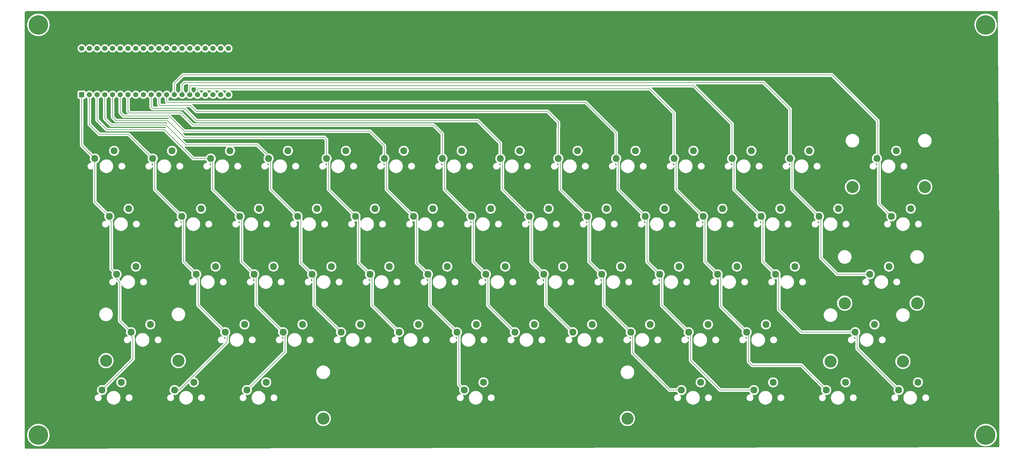
<source format=gbr>
%TF.GenerationSoftware,KiCad,Pcbnew,9.0.3*%
%TF.CreationDate,2025-08-15T22:36:12-07:00*%
%TF.ProjectId,keyboardpls,6b657962-6f61-4726-9470-6c732e6b6963,rev?*%
%TF.SameCoordinates,Original*%
%TF.FileFunction,Copper,L1,Top*%
%TF.FilePolarity,Positive*%
%FSLAX46Y46*%
G04 Gerber Fmt 4.6, Leading zero omitted, Abs format (unit mm)*
G04 Created by KiCad (PCBNEW 9.0.3) date 2025-08-15 22:36:12*
%MOMM*%
%LPD*%
G01*
G04 APERTURE LIST*
%TA.AperFunction,ComponentPad*%
%ADD10C,2.300000*%
%TD*%
%TA.AperFunction,ComponentPad*%
%ADD11C,4.000000*%
%TD*%
%TA.AperFunction,ComponentPad*%
%ADD12C,1.700000*%
%TD*%
%TA.AperFunction,ComponentPad*%
%ADD13R,1.700000X1.700000*%
%TD*%
%TA.AperFunction,ViaPad*%
%ADD14C,6.400000*%
%TD*%
%TA.AperFunction,Conductor*%
%ADD15C,0.200000*%
%TD*%
G04 APERTURE END LIST*
D10*
%TO.P,MX14,2,2*%
%TO.N,Net-(D14-A)*%
X339963900Y-114027700D03*
%TO.P,MX14,1,1*%
%TO.N,COL14*%
X333613900Y-116567700D03*
%TD*%
%TO.P,MX41,2,2*%
%TO.N,Net-(D41-A)*%
X337582650Y-152127700D03*
%TO.P,MX41,1,1*%
%TO.N,COL13*%
X331232650Y-154667700D03*
%TD*%
%TO.P,MX23,2,2*%
%TO.N,Net-(D23-A)*%
X244713900Y-133077700D03*
%TO.P,MX23,1,1*%
%TO.N,COL9*%
X238363900Y-135617700D03*
%TD*%
%TO.P,MX36,2,2*%
%TO.N,Net-(D36-A)*%
X230426400Y-152127700D03*
%TO.P,MX36,1,1*%
%TO.N,COL8*%
X224076400Y-154667700D03*
%TD*%
%TO.P,MX3,2,2*%
%TO.N,Net-(D3-A)*%
X120888900Y-114027700D03*
%TO.P,MX3,1,1*%
%TO.N,COL3*%
X114538900Y-116567700D03*
%TD*%
%TO.P,MX37,2,2*%
%TO.N,Net-(D37-A)*%
X249476400Y-152127700D03*
%TO.P,MX37,1,1*%
%TO.N,COL9*%
X243126400Y-154667700D03*
%TD*%
%TO.P,MX53,2,2*%
%TO.N,Net-(D53-A)*%
X332820150Y-171177700D03*
%TO.P,MX53,1,1*%
%TO.N,COL12*%
X326470150Y-173717700D03*
%TD*%
%TO.P,MX56,2,2*%
%TO.N,Net-(D56-A)*%
X132795150Y-190227700D03*
%TO.P,MX56,1,1*%
%TO.N,COL3*%
X126445150Y-192767700D03*
%TD*%
%TO.P,MX40,2,2*%
%TO.N,Net-(D40-A)*%
X306626400Y-152127700D03*
%TO.P,MX40,1,1*%
%TO.N,COL12*%
X300276400Y-154667700D03*
%TD*%
%TO.P,MX33,2,2*%
%TO.N,Net-(D33-A)*%
X173276400Y-152127700D03*
%TO.P,MX33,1,1*%
%TO.N,COL5*%
X166926400Y-154667700D03*
%TD*%
%TO.P,MX47,2,2*%
%TO.N,Net-(D47-A)*%
X201851400Y-171177700D03*
%TO.P,MX47,1,1*%
%TO.N,COL6*%
X195501400Y-173717700D03*
%TD*%
%TO.P,MX16,2,2*%
%TO.N,Net-(D16-A)*%
X111363900Y-133077700D03*
%TO.P,MX16,1,1*%
%TO.N,COL2*%
X105013900Y-135617700D03*
%TD*%
%TO.P,MX59,2,2*%
%TO.N,Net-(D59-A)*%
X299482650Y-190227700D03*
%TO.P,MX59,1,1*%
%TO.N,COL10*%
X293132650Y-192767700D03*
%TD*%
D11*
%TO.P,RightShiftStab1,*%
%TO.N,*%
X318353900Y-183337700D03*
X342166400Y-183337700D03*
%TD*%
D10*
%TO.P,MX18,2,2*%
%TO.N,Net-(D18-A)*%
X149463900Y-133077700D03*
%TO.P,MX18,1,1*%
%TO.N,COL4*%
X143113900Y-135617700D03*
%TD*%
D11*
%TO.P,BackSpaceStab1,*%
%TO.N,*%
X323016500Y-164197200D03*
X346829000Y-164197200D03*
%TD*%
%TO.P,LeftShiftStab1,*%
%TO.N,*%
X80112200Y-183090600D03*
X103924700Y-183090600D03*
%TD*%
D10*
%TO.P,MX11,2,2*%
%TO.N,Net-(D11-A)*%
X273288900Y-114027700D03*
%TO.P,MX11,1,1*%
%TO.N,COL11*%
X266938900Y-116567700D03*
%TD*%
%TO.P,MX12,2,2*%
%TO.N,Net-(D12-A)*%
X292338900Y-114027700D03*
%TO.P,MX12,1,1*%
%TO.N,COL12*%
X285988900Y-116567700D03*
%TD*%
%TO.P,MX31,2,2*%
%TO.N,Net-(D31-A)*%
X135176400Y-152127700D03*
%TO.P,MX31,1,1*%
%TO.N,COL3*%
X128826400Y-154667700D03*
%TD*%
%TO.P,MX30,2,2*%
%TO.N,Net-(D30-A)*%
X116126400Y-152127700D03*
%TO.P,MX30,1,1*%
%TO.N,COL2*%
X109776400Y-154667700D03*
%TD*%
%TO.P,MX49,2,2*%
%TO.N,Net-(D49-A)*%
X239951400Y-171177700D03*
%TO.P,MX49,1,1*%
%TO.N,COL8*%
X233601400Y-173717700D03*
%TD*%
%TO.P,MX57,2,2*%
%TO.N,Net-(D57-A)*%
X204232650Y-190227700D03*
%TO.P,MX57,1,1*%
%TO.N,COL6*%
X197882650Y-192767700D03*
%TD*%
%TO.P,MX52,2,2*%
%TO.N,Net-(D52-A)*%
X297101400Y-171177700D03*
%TO.P,MX52,1,1*%
%TO.N,COL11*%
X290751400Y-173717700D03*
%TD*%
D11*
%TO.P,SpaceStab1,*%
%TO.N,*%
X151554200Y-202141800D03*
X251566700Y-202141800D03*
%TD*%
D10*
%TO.P,MX10,2,2*%
%TO.N,Net-(D10-A)*%
X254238900Y-114027700D03*
%TO.P,MX10,1,1*%
%TO.N,COL10*%
X247888900Y-116567700D03*
%TD*%
%TO.P,MX54,2,2*%
%TO.N,Net-(D54-A)*%
X85170150Y-190227700D03*
%TO.P,MX54,1,1*%
%TO.N,COL1*%
X78820150Y-192767700D03*
%TD*%
%TO.P,MX35,2,2*%
%TO.N,Net-(D35-A)*%
X211376400Y-152127700D03*
%TO.P,MX35,1,1*%
%TO.N,COL7*%
X205026400Y-154667700D03*
%TD*%
%TO.P,MX9,2,2*%
%TO.N,Net-(D9-A)*%
X235188900Y-114027700D03*
%TO.P,MX9,1,1*%
%TO.N,COL9*%
X228838900Y-116567700D03*
%TD*%
%TO.P,MX32,2,2*%
%TO.N,Net-(D32-A)*%
X154226400Y-152127700D03*
%TO.P,MX32,1,1*%
%TO.N,COL4*%
X147876400Y-154667700D03*
%TD*%
%TO.P,MX19,2,2*%
%TO.N,Net-(D19-A)*%
X168513900Y-133077700D03*
%TO.P,MX19,1,1*%
%TO.N,COL5*%
X162163900Y-135617700D03*
%TD*%
%TO.P,MX43,2,2*%
%TO.N,Net-(D43-A)*%
X125651400Y-171177700D03*
%TO.P,MX43,1,1*%
%TO.N,COL2*%
X119301400Y-173717700D03*
%TD*%
D11*
%TO.P,EnterStab1,*%
%TO.N,*%
X325560000Y-125937000D03*
X349372500Y-125937000D03*
%TD*%
D10*
%TO.P,MX2,2,2*%
%TO.N,Net-(D2-A)*%
X101838900Y-114027700D03*
%TO.P,MX2,1,1*%
%TO.N,COL2*%
X95488900Y-116567700D03*
%TD*%
%TO.P,MX42,2,2*%
%TO.N,Net-(D42-A)*%
X94695150Y-171177700D03*
%TO.P,MX42,1,1*%
%TO.N,COL1*%
X88345150Y-173717700D03*
%TD*%
D12*
%TO.P,U4,40,GND*%
%TO.N,unconnected-(U4-GND-Pad40)*%
X72112500Y-80350000D03*
%TO.P,U4,39,GND*%
%TO.N,unconnected-(U4-GND-Pad39)*%
X74652500Y-80350000D03*
%TO.P,U4,38,3V3*%
%TO.N,unconnected-(U4-3V3-Pad38)*%
X77192500Y-80350000D03*
%TO.P,U4,37,RST*%
%TO.N,unconnected-(U4-RST-Pad37)*%
X79732500Y-80350000D03*
%TO.P,U4,36,PB11*%
%TO.N,ROW5*%
X82272500Y-80350000D03*
%TO.P,U4,35,PB10*%
%TO.N,ROW4*%
X84812500Y-80350000D03*
%TO.P,U4,34,PB1*%
%TO.N,ROW3*%
X87352500Y-80350000D03*
%TO.P,U4,33,PB0*%
%TO.N,ROW2*%
X89892500Y-80350000D03*
%TO.P,U4,32,PA7*%
%TO.N,ROW1*%
X92432500Y-80350000D03*
%TO.P,U4,31,PA6*%
%TO.N,unconnected-(U4-PA6-Pad31)*%
X94972500Y-80350000D03*
%TO.P,U4,30,PA5*%
%TO.N,unconnected-(U4-PA5-Pad30)*%
X97512500Y-80350000D03*
%TO.P,U4,29,PA4*%
%TO.N,unconnected-(U4-PA4-Pad29)*%
X100052500Y-80350000D03*
%TO.P,U4,28,PA3*%
%TO.N,unconnected-(U4-PA3-Pad28)*%
X102592500Y-80350000D03*
%TO.P,U4,27,PA2*%
%TO.N,unconnected-(U4-PA2-Pad27)*%
X105132500Y-80350000D03*
%TO.P,U4,26,PA1*%
%TO.N,unconnected-(U4-PA1-Pad26)*%
X107672500Y-80350000D03*
%TO.P,U4,25,PA0*%
%TO.N,unconnected-(U4-PA0-Pad25)*%
X110212500Y-80350000D03*
%TO.P,U4,24,PC15*%
%TO.N,unconnected-(U4-PC15-Pad24)*%
X112752500Y-80350000D03*
%TO.P,U4,23,PC14*%
%TO.N,unconnected-(U4-PC14-Pad23)*%
X115292500Y-80350000D03*
%TO.P,U4,22,PC13*%
%TO.N,unconnected-(U4-PC13-Pad22)*%
X117832500Y-80350000D03*
%TO.P,U4,21,VBat*%
%TO.N,unconnected-(U4-VBat-Pad21)*%
X120372500Y-80350000D03*
%TO.P,U4,20,3V3*%
%TO.N,unconnected-(U4-3V3-Pad20)*%
X120372500Y-95590000D03*
%TO.P,U4,19,GND*%
%TO.N,unconnected-(U4-GND-Pad19)*%
X117832500Y-95590000D03*
%TO.P,U4,18,5V*%
%TO.N,unconnected-(U4-5V-Pad18)*%
X115292500Y-95590000D03*
%TO.P,U4,17,PB9*%
%TO.N,unconnected-(U4-PB9-Pad17)*%
X112752500Y-95590000D03*
%TO.P,U4,16,PB8*%
%TO.N,COL11*%
X110212500Y-95590000D03*
%TO.P,U4,15,PB7*%
%TO.N,COL12*%
X107672500Y-95590000D03*
%TO.P,U4,14,PB6*%
%TO.N,COL13*%
X105132500Y-95590000D03*
%TO.P,U4,13,PB5*%
%TO.N,COL14*%
X102592500Y-95590000D03*
%TO.P,U4,12,PB4*%
%TO.N,COL10*%
X100052500Y-95590000D03*
%TO.P,U4,11,PB3*%
%TO.N,COL9*%
X97512500Y-95590000D03*
%TO.P,U4,10,PA15*%
%TO.N,COL8*%
X94972500Y-95590000D03*
%TO.P,U4,9,PA12*%
%TO.N,unconnected-(U4-PA12-Pad9)*%
X92432500Y-95590000D03*
%TO.P,U4,8,PA11*%
%TO.N,unconnected-(U4-PA11-Pad8)*%
X89892500Y-95590000D03*
%TO.P,U4,7,PA10*%
%TO.N,COL7*%
X87352500Y-95590000D03*
%TO.P,U4,6,PA9*%
%TO.N,COL6*%
X84812500Y-95590000D03*
%TO.P,U4,5,PA8*%
%TO.N,COL5*%
X82272500Y-95590000D03*
%TO.P,U4,4,PB15*%
%TO.N,COL4*%
X79732500Y-95590000D03*
%TO.P,U4,3,PB14*%
%TO.N,COL3*%
X77192500Y-95590000D03*
%TO.P,U4,2,PB13*%
%TO.N,COL2*%
X74652500Y-95590000D03*
D13*
%TO.P,U4,1,PB12*%
%TO.N,COL1*%
X72112500Y-95590000D03*
%TD*%
D10*
%TO.P,MX60,2,2*%
%TO.N,Net-(D60-A)*%
X323295150Y-190227700D03*
%TO.P,MX60,1,1*%
%TO.N,COL11*%
X316945150Y-192767700D03*
%TD*%
%TO.P,MX21,2,2*%
%TO.N,Net-(D21-A)*%
X206613900Y-133077700D03*
%TO.P,MX21,1,1*%
%TO.N,COL7*%
X200263900Y-135617700D03*
%TD*%
%TO.P,MX34,2,2*%
%TO.N,Net-(D34-A)*%
X192326400Y-152127700D03*
%TO.P,MX34,1,1*%
%TO.N,COL6*%
X185976400Y-154667700D03*
%TD*%
%TO.P,MX27,2,2*%
%TO.N,Net-(D27-A)*%
X320913900Y-133077700D03*
%TO.P,MX27,1,1*%
%TO.N,COL13*%
X314563900Y-135617700D03*
%TD*%
%TO.P,MX28,2,2*%
%TO.N,Net-(D28-A)*%
X344726400Y-133077700D03*
%TO.P,MX28,1,1*%
%TO.N,COL14*%
X338376400Y-135617700D03*
%TD*%
%TO.P,MX58,2,2*%
%TO.N,Net-(D58-A)*%
X275670150Y-190227700D03*
%TO.P,MX58,1,1*%
%TO.N,COL9*%
X269320150Y-192767700D03*
%TD*%
%TO.P,MX5,2,2*%
%TO.N,Net-(D5-A)*%
X158988900Y-114027700D03*
%TO.P,MX5,1,1*%
%TO.N,COL5*%
X152638900Y-116567700D03*
%TD*%
%TO.P,MX38,2,2*%
%TO.N,Net-(D38-A)*%
X268526400Y-152127700D03*
%TO.P,MX38,1,1*%
%TO.N,COL10*%
X262176400Y-154667700D03*
%TD*%
%TO.P,MX61,2,2*%
%TO.N,Net-(D61-A)*%
X347107650Y-190227700D03*
%TO.P,MX61,1,1*%
%TO.N,COL12*%
X340757650Y-192767700D03*
%TD*%
%TO.P,MX24,2,2*%
%TO.N,Net-(D24-A)*%
X263763900Y-133077700D03*
%TO.P,MX24,1,1*%
%TO.N,COL10*%
X257413900Y-135617700D03*
%TD*%
%TO.P,MX48,2,2*%
%TO.N,Net-(D48-A)*%
X220901400Y-171177700D03*
%TO.P,MX48,1,1*%
%TO.N,COL7*%
X214551400Y-173717700D03*
%TD*%
%TO.P,MX44,2,2*%
%TO.N,Net-(D44-A)*%
X144701400Y-171177700D03*
%TO.P,MX44,1,1*%
%TO.N,COL3*%
X138351400Y-173717700D03*
%TD*%
%TO.P,MX1,2,2*%
%TO.N,Net-(D1-A)*%
X82788900Y-114027700D03*
%TO.P,MX1,1,1*%
%TO.N,COL1*%
X76438900Y-116567700D03*
%TD*%
%TO.P,MX20,2,2*%
%TO.N,Net-(D20-A)*%
X187563900Y-133077700D03*
%TO.P,MX20,1,1*%
%TO.N,COL6*%
X181213900Y-135617700D03*
%TD*%
%TO.P,MX4,2,2*%
%TO.N,Net-(D4-A)*%
X139938900Y-114027700D03*
%TO.P,MX4,1,1*%
%TO.N,COL4*%
X133588900Y-116567700D03*
%TD*%
%TO.P,MX8,2,2*%
%TO.N,Net-(D8-A)*%
X216138900Y-114027700D03*
%TO.P,MX8,1,1*%
%TO.N,COL8*%
X209788900Y-116567700D03*
%TD*%
%TO.P,MX55,2,2*%
%TO.N,Net-(D55-A)*%
X108982650Y-190227700D03*
%TO.P,MX55,1,1*%
%TO.N,COL2*%
X102632650Y-192767700D03*
%TD*%
%TO.P,MX7,2,2*%
%TO.N,Net-(D7-A)*%
X197088900Y-114027700D03*
%TO.P,MX7,1,1*%
%TO.N,COL7*%
X190738900Y-116567700D03*
%TD*%
%TO.P,MX22,2,2*%
%TO.N,Net-(D22-A)*%
X225663900Y-133077700D03*
%TO.P,MX22,1,1*%
%TO.N,COL8*%
X219313900Y-135617700D03*
%TD*%
%TO.P,MX13,2,2*%
%TO.N,Net-(D13-A)*%
X311388900Y-114027700D03*
%TO.P,MX13,1,1*%
%TO.N,COL13*%
X305038900Y-116567700D03*
%TD*%
%TO.P,MX51,2,2*%
%TO.N,Net-(D51-A)*%
X278051400Y-171177700D03*
%TO.P,MX51,1,1*%
%TO.N,COL10*%
X271701400Y-173717700D03*
%TD*%
%TO.P,MX50,2,2*%
%TO.N,Net-(D50-A)*%
X259001400Y-171177700D03*
%TO.P,MX50,1,1*%
%TO.N,COL9*%
X252651400Y-173717700D03*
%TD*%
%TO.P,MX29,2,2*%
%TO.N,Net-(D29-A)*%
X89932650Y-152127700D03*
%TO.P,MX29,1,1*%
%TO.N,COL1*%
X83582650Y-154667700D03*
%TD*%
%TO.P,MX39,2,2*%
%TO.N,Net-(D39-A)*%
X287576400Y-152127700D03*
%TO.P,MX39,1,1*%
%TO.N,COL11*%
X281226400Y-154667700D03*
%TD*%
%TO.P,MX15,2,2*%
%TO.N,Net-(D15-A)*%
X87551400Y-133077700D03*
%TO.P,MX15,1,1*%
%TO.N,COL1*%
X81201400Y-135617700D03*
%TD*%
%TO.P,MX45,2,2*%
%TO.N,Net-(D45-A)*%
X163751400Y-171177700D03*
%TO.P,MX45,1,1*%
%TO.N,COL4*%
X157401400Y-173717700D03*
%TD*%
%TO.P,MX17,2,2*%
%TO.N,Net-(D17-A)*%
X130413900Y-133077700D03*
%TO.P,MX17,1,1*%
%TO.N,COL3*%
X124063900Y-135617700D03*
%TD*%
%TO.P,MX6,2,2*%
%TO.N,Net-(D6-A)*%
X178038900Y-114027700D03*
%TO.P,MX6,1,1*%
%TO.N,COL6*%
X171688900Y-116567700D03*
%TD*%
%TO.P,MX26,2,2*%
%TO.N,Net-(D26-A)*%
X301863900Y-133077700D03*
%TO.P,MX26,1,1*%
%TO.N,COL12*%
X295513900Y-135617700D03*
%TD*%
%TO.P,MX46,2,2*%
%TO.N,Net-(D46-A)*%
X182801400Y-171177700D03*
%TO.P,MX46,1,1*%
%TO.N,COL5*%
X176451400Y-173717700D03*
%TD*%
%TO.P,MX25,2,2*%
%TO.N,Net-(D25-A)*%
X282813900Y-133077700D03*
%TO.P,MX25,1,1*%
%TO.N,COL11*%
X276463900Y-135617700D03*
%TD*%
D14*
%TO.N,*%
X369372500Y-72590000D03*
X369372500Y-207590000D03*
X57872500Y-207590000D03*
X57872500Y-72590000D03*
%TD*%
D15*
%TO.N,COL14*%
X334264900Y-131506200D02*
X338376400Y-135617700D01*
%TO.N,COL1*%
X81201400Y-135617700D02*
X81201400Y-136730000D01*
X72112500Y-112241300D02*
X76438900Y-116567700D01*
X81836500Y-152921550D02*
X83582650Y-154667700D01*
X81201400Y-136730000D02*
X81836500Y-137365100D01*
X84614800Y-157210100D02*
X84614800Y-169987350D01*
X83582650Y-154667700D02*
X83582650Y-156177950D01*
X81836500Y-137365100D02*
X81836500Y-152921550D01*
X83582650Y-156177950D02*
X84614800Y-157210100D01*
X72112500Y-95090000D02*
X72112500Y-112241300D01*
X88345150Y-174831950D02*
X88980700Y-175467500D01*
X76438900Y-116567700D02*
X76438900Y-130855200D01*
X76438900Y-130855200D02*
X81201400Y-135617700D01*
X84614800Y-169987350D02*
X88345150Y-173717700D01*
X88345150Y-173717700D02*
X88345150Y-174831950D01*
X88980700Y-175467500D02*
X88980700Y-182607150D01*
X88980700Y-182607150D02*
X78820150Y-192767700D01*
%TO.N,COL2*%
X96124900Y-117203700D02*
X96124900Y-126728700D01*
X119301400Y-173717700D02*
X119938900Y-174355200D01*
X105013900Y-135617700D02*
X105650500Y-136254300D01*
X74652500Y-105370000D02*
X77872500Y-108590000D01*
X105650500Y-136254300D02*
X105650500Y-150541800D01*
X77872500Y-108590000D02*
X87511200Y-108590000D01*
X95488900Y-116567700D02*
X96124900Y-117203700D01*
X96124900Y-126728700D02*
X105013900Y-135617700D01*
X109776400Y-154667700D02*
X109776400Y-155779400D01*
X119938900Y-177055100D02*
X104226300Y-192767700D01*
X119938900Y-174355200D02*
X119938900Y-177055100D01*
X109776400Y-155779400D02*
X110413300Y-156416300D01*
X104226300Y-192767700D02*
X102632650Y-192767700D01*
X105650500Y-150541800D02*
X109776400Y-154667700D01*
X110413300Y-164829600D02*
X119301400Y-173717700D01*
X87511200Y-108590000D02*
X95488900Y-116567700D01*
X110413300Y-156416300D02*
X110413300Y-164829600D01*
X74652500Y-95090000D02*
X74652500Y-105370000D01*
%TO.N,COL3*%
X124701700Y-136255500D02*
X124701700Y-150543000D01*
X80372500Y-107090000D02*
X99372500Y-107090000D01*
X138990100Y-174356400D02*
X138990100Y-180222750D01*
X124063900Y-135617700D02*
X124701700Y-136255500D01*
X128826400Y-154667700D02*
X129464500Y-155305800D01*
X108850200Y-116567700D02*
X114538900Y-116567700D01*
X99372500Y-107090000D02*
X108850200Y-116567700D01*
X114620600Y-116567700D02*
X115176100Y-117123200D01*
X138351400Y-173717700D02*
X138990100Y-174356400D01*
X114538900Y-116567700D02*
X114620600Y-116567700D01*
X114394800Y-116567700D02*
X114372500Y-116590000D01*
X129464500Y-155305800D02*
X129464500Y-164830800D01*
X115176100Y-117123200D02*
X115176100Y-126729900D01*
X115176100Y-126729900D02*
X124063900Y-135617700D01*
X124701700Y-150543000D02*
X128826400Y-154667700D01*
X77192500Y-95590000D02*
X77192500Y-103910000D01*
X129464500Y-164830800D02*
X138351400Y-173717700D01*
X77192500Y-103910000D02*
X80372500Y-107090000D01*
X114538900Y-116567700D02*
X114394800Y-116567700D01*
X138990100Y-180222750D02*
X126445150Y-192767700D01*
%TO.N,COL4*%
X106372500Y-112090000D02*
X129872500Y-112090000D01*
X144149800Y-150941100D02*
X147876400Y-154667700D01*
X99872500Y-105590000D02*
X106372500Y-112090000D01*
X144149800Y-136653600D02*
X144149800Y-150941100D01*
X133588900Y-115806400D02*
X133588900Y-116567700D01*
X147876400Y-154667700D02*
X148515700Y-155307000D01*
X79732500Y-103450000D02*
X81872500Y-105590000D01*
X143113900Y-135617700D02*
X144149800Y-136653600D01*
X81872500Y-105590000D02*
X99872500Y-105590000D01*
X134227300Y-117206100D02*
X134227300Y-126731100D01*
X148515700Y-164832000D02*
X157401400Y-173717700D01*
X133588900Y-116567700D02*
X134227300Y-117206100D01*
X129872500Y-112090000D02*
X133588900Y-115806400D01*
X79732500Y-95590000D02*
X79732500Y-103450000D01*
X148515700Y-155307000D02*
X148515700Y-164832000D01*
X134227300Y-126731100D02*
X143113900Y-135617700D01*
%TO.N,COL5*%
X163201000Y-136654800D02*
X163201000Y-150942300D01*
X153278500Y-117207300D02*
X153278500Y-126732300D01*
X82272500Y-102990000D02*
X83372500Y-104090000D01*
X152638900Y-116567700D02*
X152638900Y-110356400D01*
X83372500Y-104090000D02*
X100372500Y-104090000D01*
X162163900Y-135617700D02*
X163201000Y-136654800D01*
X82272500Y-95590000D02*
X82272500Y-102990000D01*
X105872500Y-109590000D02*
X107872500Y-109590000D01*
X100372500Y-104090000D02*
X105872500Y-109590000D01*
X166926400Y-154667700D02*
X167566900Y-155308200D01*
X167566900Y-155308200D02*
X167566900Y-164833200D01*
X167566900Y-164833200D02*
X176451400Y-173717700D01*
X151872500Y-109590000D02*
X107872500Y-109590000D01*
X107872500Y-109590000D02*
X107641200Y-109590000D01*
X153278500Y-126732300D02*
X162163900Y-135617700D01*
X163201000Y-150942300D02*
X166926400Y-154667700D01*
X152638900Y-110356400D02*
X151872500Y-109590000D01*
X152638900Y-116567700D02*
X153278500Y-117207300D01*
%TO.N,COL6*%
X186618100Y-155309400D02*
X186618100Y-164834400D01*
X84812500Y-95590000D02*
X84812500Y-101530000D01*
X171688900Y-116567700D02*
X172329700Y-117208500D01*
X166872500Y-107590000D02*
X171688900Y-112406400D01*
X105872500Y-107590000D02*
X108372500Y-107590000D01*
X85872500Y-102590000D02*
X100872500Y-102590000D01*
X196143700Y-174360000D02*
X196143700Y-191028750D01*
X186618100Y-164834400D02*
X195501400Y-173717700D01*
X181213900Y-135617700D02*
X182252200Y-136656000D01*
X182252200Y-136656000D02*
X182252200Y-150943500D01*
X171688900Y-112406400D02*
X171688900Y-116567700D01*
X84812500Y-101530000D02*
X85872500Y-102590000D01*
X100872500Y-102590000D02*
X105872500Y-107590000D01*
X182252200Y-150943500D02*
X185976400Y-154667700D01*
X195501400Y-173717700D02*
X196143700Y-174360000D01*
X172329700Y-117208500D02*
X172329700Y-126733500D01*
X108372500Y-107590000D02*
X166872500Y-107590000D01*
X172329700Y-126733500D02*
X181213900Y-135617700D01*
X185976400Y-154667700D02*
X186618100Y-155309400D01*
X108181200Y-107590000D02*
X108372500Y-107590000D01*
X196143700Y-191028750D02*
X197882650Y-192767700D01*
%TO.N,COL7*%
X191380900Y-126734700D02*
X200263900Y-135617700D01*
X200906500Y-136174400D02*
X200906500Y-150547800D01*
X205026400Y-154667700D02*
X205111400Y-154667700D01*
X87352500Y-101070000D02*
X87872500Y-101590000D01*
X187872500Y-105590000D02*
X108721200Y-105590000D01*
X200349800Y-135617700D02*
X200906500Y-136174400D01*
X200263900Y-135617700D02*
X200349800Y-135617700D01*
X87872500Y-101590000D02*
X104721200Y-101590000D01*
X190738900Y-116567700D02*
X191380900Y-117209700D01*
X205669300Y-164835600D02*
X214551400Y-173717700D01*
X191380900Y-117209700D02*
X191380900Y-126734700D01*
X87352500Y-95590000D02*
X87352500Y-101070000D01*
X104721200Y-101590000D02*
X108721200Y-105590000D01*
X205111400Y-154667700D02*
X205669300Y-155225600D01*
X200906500Y-150547800D02*
X205026400Y-154667700D01*
X190738900Y-116567700D02*
X190738900Y-108456400D01*
X205669300Y-155225600D02*
X205669300Y-164835600D01*
X190738900Y-108456400D02*
X187872500Y-105590000D01*
%TO.N,COL8*%
X109872500Y-104090000D02*
X202372500Y-104090000D01*
X219957700Y-136261500D02*
X219957700Y-150549000D01*
X94972500Y-99690000D02*
X95372500Y-100090000D01*
X210432100Y-117123200D02*
X210432100Y-126735900D01*
X209788900Y-111506400D02*
X209788900Y-116567700D01*
X219313900Y-135617700D02*
X219957700Y-136261500D01*
X224076400Y-154667700D02*
X224720500Y-155311800D01*
X224720500Y-155311800D02*
X224720500Y-164836800D01*
X94972500Y-95590000D02*
X94972500Y-99690000D01*
X95372500Y-100090000D02*
X105872500Y-100090000D01*
X202372500Y-104090000D02*
X209788900Y-111506400D01*
X224720500Y-164836800D02*
X233601400Y-173717700D01*
X209788900Y-116567700D02*
X209876600Y-116567700D01*
X105872500Y-100090000D02*
X109872500Y-104090000D01*
X219957700Y-150549000D02*
X224076400Y-154667700D01*
X210432100Y-126735900D02*
X219313900Y-135617700D01*
X209876600Y-116567700D02*
X210432100Y-117123200D01*
%TO.N,COL9*%
X229483300Y-117212100D02*
X229483300Y-126737100D01*
X228838900Y-106623600D02*
X228838900Y-116567700D01*
X225372500Y-101090000D02*
X228872500Y-104590000D01*
X97872500Y-99090000D02*
X107872500Y-99090000D01*
X229483300Y-126737100D02*
X238363900Y-135617700D01*
X228838900Y-116576900D02*
X228689500Y-116726300D01*
X243126400Y-154667700D02*
X243771700Y-155313000D01*
X228872500Y-106657200D02*
X228838900Y-106623600D01*
X253297300Y-174363600D02*
X253297300Y-180627200D01*
X243771700Y-155313000D02*
X243771700Y-164838000D01*
X238363900Y-135617700D02*
X239008900Y-136262700D01*
X228838900Y-116567700D02*
X228838900Y-116576900D01*
X239008900Y-136262700D02*
X239008900Y-150550200D01*
X228872500Y-104590000D02*
X228872500Y-106657200D01*
X97512500Y-98730000D02*
X97872500Y-99090000D01*
X243771700Y-164838000D02*
X252651400Y-173717700D01*
X109872500Y-101090000D02*
X225372500Y-101090000D01*
X97512500Y-95590000D02*
X97512500Y-98730000D01*
X253297300Y-180627200D02*
X265437800Y-192767700D01*
X228838900Y-116567700D02*
X229483300Y-117212100D01*
X107872500Y-99090000D02*
X109872500Y-101090000D01*
X239008900Y-150550200D02*
X243126400Y-154667700D01*
X265437800Y-192767700D02*
X269320150Y-192767700D01*
X252651400Y-173717700D02*
X253297300Y-174363600D01*
%TO.N,COL10*%
X237872500Y-98090000D02*
X247888900Y-108106400D01*
X262176400Y-154667700D02*
X262265000Y-154667700D01*
X247888900Y-108106400D02*
X247888900Y-116567700D01*
X272348500Y-174364800D02*
X272348500Y-183008600D01*
X100052500Y-95590000D02*
X100052500Y-97770000D01*
X248534500Y-117213300D02*
X248534500Y-126738300D01*
X100372500Y-98090000D02*
X237872500Y-98090000D01*
X100052500Y-97770000D02*
X100372500Y-98090000D01*
X248534500Y-126738300D02*
X257413900Y-135617700D01*
X271701400Y-173717700D02*
X272348500Y-174364800D01*
X262822900Y-155225600D02*
X262822900Y-164839200D01*
X282107600Y-192767700D02*
X293132650Y-192767700D01*
X262265000Y-154667700D02*
X262822900Y-155225600D01*
X258060100Y-150551400D02*
X262176400Y-154667700D01*
X258060100Y-136263900D02*
X258060100Y-150551400D01*
X262822900Y-164839200D02*
X271701400Y-173717700D01*
X247888900Y-116567700D02*
X248534500Y-117213300D01*
X272348500Y-183008600D02*
X282107600Y-192767700D01*
X257413900Y-135617700D02*
X258060100Y-136263900D01*
%TO.N,COL11*%
X277111300Y-150552600D02*
X281226400Y-154667700D01*
X292590400Y-184596200D02*
X308773650Y-184596200D01*
X282271000Y-155712300D02*
X282271000Y-165237300D01*
X290751400Y-173717700D02*
X291399700Y-174366000D01*
X291399700Y-174366000D02*
X291399700Y-183405500D01*
X110212500Y-95590000D02*
X110212500Y-93750000D01*
X266938900Y-116567700D02*
X267585700Y-117214500D01*
X282271000Y-165237300D02*
X290751400Y-173717700D01*
X277111300Y-136265100D02*
X277111300Y-150552600D01*
X276463900Y-135617700D02*
X277111300Y-136265100D01*
X267585700Y-126739500D02*
X276463900Y-135617700D01*
X110372500Y-93590000D02*
X258872500Y-93590000D01*
X258872500Y-93590000D02*
X266938900Y-101656400D01*
X281226400Y-154667700D02*
X282271000Y-155712300D01*
X266938900Y-101656400D02*
X266938900Y-116567700D01*
X110212500Y-93750000D02*
X110372500Y-93590000D01*
X267585700Y-117214500D02*
X267585700Y-126739500D01*
X308773650Y-184596200D02*
X316945150Y-192767700D01*
X291399700Y-183405500D02*
X292590400Y-184596200D01*
%TO.N,COL12*%
X296162500Y-136266300D02*
X296162500Y-150553800D01*
X295513900Y-135617700D02*
X296162500Y-136266300D01*
X301322200Y-155622500D02*
X301322200Y-166338800D01*
X308701100Y-173717700D02*
X326470150Y-173717700D01*
X300367400Y-154667700D02*
X301322200Y-155622500D01*
X107672500Y-92790000D02*
X107872500Y-92590000D01*
X285988900Y-105206400D02*
X285988900Y-116567700D01*
X273372500Y-92590000D02*
X285988900Y-105206400D01*
X107872500Y-92590000D02*
X273372500Y-92590000D01*
X300276400Y-154667700D02*
X300367400Y-154667700D01*
X326470150Y-173717700D02*
X327120700Y-174368250D01*
X286636900Y-126740700D02*
X295513900Y-135617700D01*
X327120700Y-174368250D02*
X327120700Y-179130750D01*
X327120700Y-179130750D02*
X340757650Y-192767700D01*
X286636900Y-117215700D02*
X286636900Y-126740700D01*
X301322200Y-166338800D02*
X308701100Y-173717700D01*
X107672500Y-95590000D02*
X107672500Y-92790000D01*
X285988900Y-116567700D02*
X286636900Y-117215700D01*
X296162500Y-150553800D02*
X300276400Y-154667700D01*
%TO.N,COL13*%
X305038900Y-100256400D02*
X305038900Y-116567700D01*
X320609300Y-154667700D02*
X331232650Y-154667700D01*
X305688100Y-126741900D02*
X314563900Y-135617700D01*
X315213700Y-149272100D02*
X320609300Y-154667700D01*
X305038900Y-116423600D02*
X305372500Y-116090000D01*
X105132500Y-95590000D02*
X105132500Y-92330000D01*
X305688100Y-117216900D02*
X305688100Y-126741900D01*
X305038900Y-116567700D02*
X305038900Y-116423600D01*
X105132500Y-92330000D02*
X105872500Y-91590000D01*
X305038900Y-116567700D02*
X305688100Y-117216900D01*
X314657000Y-135617700D02*
X315213700Y-136174400D01*
X296372500Y-91590000D02*
X305038900Y-100256400D01*
X315213700Y-136174400D02*
X315213700Y-149272100D01*
X314563900Y-135617700D02*
X314657000Y-135617700D01*
X105872500Y-91590000D02*
X296372500Y-91590000D01*
%TO.N,COL14*%
X333872500Y-104090000D02*
X333872500Y-116309100D01*
X318872500Y-89090000D02*
X333872500Y-104090000D01*
X118476850Y-89090000D02*
X318872500Y-89090000D01*
X105372500Y-89090000D02*
X118476850Y-89090000D01*
X102592500Y-95590000D02*
X102592500Y-91870000D01*
X102592500Y-91870000D02*
X105372500Y-89090000D01*
X333613900Y-116567700D02*
X334264900Y-117218700D01*
X334264900Y-117218700D02*
X334264900Y-131506200D01*
%TD*%
%TA.AperFunction,NonConductor*%
G36*
X373319872Y-68110185D02*
G01*
X373365627Y-68162989D01*
X373376830Y-68213639D01*
X373871997Y-139517568D01*
X373872000Y-139518429D01*
X373872000Y-211466970D01*
X373852315Y-211534009D01*
X373799511Y-211579764D01*
X373748193Y-211590970D01*
X53870314Y-212088447D01*
X53856237Y-212087667D01*
X53775236Y-212078540D01*
X53748166Y-212072362D01*
X53668962Y-212044648D01*
X53643944Y-212032600D01*
X53572895Y-211987957D01*
X53551186Y-211970644D01*
X53491855Y-211911313D01*
X53474542Y-211889604D01*
X53429899Y-211818555D01*
X53417851Y-211793537D01*
X53390137Y-211714333D01*
X53383959Y-211687263D01*
X53373780Y-211596922D01*
X53373000Y-211583038D01*
X53373000Y-207408209D01*
X54172000Y-207408209D01*
X54172000Y-207771790D01*
X54207637Y-208133630D01*
X54278564Y-208490212D01*
X54278567Y-208490223D01*
X54384114Y-208838165D01*
X54523254Y-209174078D01*
X54523256Y-209174083D01*
X54694640Y-209494720D01*
X54694651Y-209494738D01*
X54896640Y-209797035D01*
X54896650Y-209797049D01*
X55127307Y-210078106D01*
X55384393Y-210335192D01*
X55384398Y-210335196D01*
X55384399Y-210335197D01*
X55665456Y-210565854D01*
X55967768Y-210767853D01*
X55967777Y-210767858D01*
X55967779Y-210767859D01*
X56288416Y-210939243D01*
X56288418Y-210939243D01*
X56288424Y-210939247D01*
X56624336Y-211078386D01*
X56972267Y-211183930D01*
X56972273Y-211183931D01*
X56972276Y-211183932D01*
X56972287Y-211183935D01*
X57328869Y-211254862D01*
X57690706Y-211290500D01*
X57690709Y-211290500D01*
X58054291Y-211290500D01*
X58054294Y-211290500D01*
X58416131Y-211254862D01*
X58485545Y-211241054D01*
X58772712Y-211183935D01*
X58772723Y-211183932D01*
X58772723Y-211183931D01*
X58772733Y-211183930D01*
X59120664Y-211078386D01*
X59456576Y-210939247D01*
X59777232Y-210767853D01*
X60079544Y-210565854D01*
X60360601Y-210335197D01*
X60617697Y-210078101D01*
X60848354Y-209797044D01*
X61050353Y-209494732D01*
X61221747Y-209174076D01*
X61360886Y-208838164D01*
X61466430Y-208490233D01*
X61466432Y-208490223D01*
X61466435Y-208490212D01*
X61537362Y-208133630D01*
X61573000Y-207771790D01*
X61573000Y-207408209D01*
X365672000Y-207408209D01*
X365672000Y-207771790D01*
X365707637Y-208133630D01*
X365778564Y-208490212D01*
X365778567Y-208490223D01*
X365884114Y-208838165D01*
X366023254Y-209174078D01*
X366023256Y-209174083D01*
X366194640Y-209494720D01*
X366194651Y-209494738D01*
X366396640Y-209797035D01*
X366396650Y-209797049D01*
X366627307Y-210078106D01*
X366884393Y-210335192D01*
X366884398Y-210335196D01*
X366884399Y-210335197D01*
X367165456Y-210565854D01*
X367467768Y-210767853D01*
X367467777Y-210767858D01*
X367467779Y-210767859D01*
X367788416Y-210939243D01*
X367788418Y-210939243D01*
X367788424Y-210939247D01*
X368124336Y-211078386D01*
X368472267Y-211183930D01*
X368472273Y-211183931D01*
X368472276Y-211183932D01*
X368472287Y-211183935D01*
X368828869Y-211254862D01*
X369190706Y-211290500D01*
X369190709Y-211290500D01*
X369554291Y-211290500D01*
X369554294Y-211290500D01*
X369916131Y-211254862D01*
X369985545Y-211241054D01*
X370272712Y-211183935D01*
X370272723Y-211183932D01*
X370272723Y-211183931D01*
X370272733Y-211183930D01*
X370620664Y-211078386D01*
X370956576Y-210939247D01*
X371277232Y-210767853D01*
X371579544Y-210565854D01*
X371860601Y-210335197D01*
X372117697Y-210078101D01*
X372348354Y-209797044D01*
X372550353Y-209494732D01*
X372721747Y-209174076D01*
X372860886Y-208838164D01*
X372966430Y-208490233D01*
X372966432Y-208490223D01*
X372966435Y-208490212D01*
X373037362Y-208133630D01*
X373073000Y-207771790D01*
X373073000Y-207408209D01*
X373037362Y-207046369D01*
X372966435Y-206689787D01*
X372966432Y-206689776D01*
X372966431Y-206689773D01*
X372966430Y-206689767D01*
X372860886Y-206341836D01*
X372721747Y-206005924D01*
X372550353Y-205685268D01*
X372348354Y-205382956D01*
X372117697Y-205101899D01*
X372117696Y-205101898D01*
X372117692Y-205101893D01*
X371860606Y-204844807D01*
X371579549Y-204614150D01*
X371579548Y-204614149D01*
X371579544Y-204614146D01*
X371277232Y-204412147D01*
X371277227Y-204412144D01*
X371277220Y-204412140D01*
X370956583Y-204240756D01*
X370956578Y-204240754D01*
X370620665Y-204101614D01*
X370272723Y-203996067D01*
X370272712Y-203996064D01*
X369916130Y-203925137D01*
X369643611Y-203898296D01*
X369554294Y-203889500D01*
X369190706Y-203889500D01*
X369108179Y-203897628D01*
X368828869Y-203925137D01*
X368472287Y-203996064D01*
X368472276Y-203996067D01*
X368124334Y-204101614D01*
X367788421Y-204240754D01*
X367788416Y-204240756D01*
X367467779Y-204412140D01*
X367467761Y-204412151D01*
X367165464Y-204614140D01*
X367165450Y-204614150D01*
X366884393Y-204844807D01*
X366627307Y-205101893D01*
X366396650Y-205382950D01*
X366396640Y-205382964D01*
X366194651Y-205685261D01*
X366194640Y-205685279D01*
X366023256Y-206005916D01*
X366023254Y-206005921D01*
X365884114Y-206341834D01*
X365778567Y-206689776D01*
X365778564Y-206689787D01*
X365707637Y-207046369D01*
X365672000Y-207408209D01*
X61573000Y-207408209D01*
X61537362Y-207046369D01*
X61466435Y-206689787D01*
X61466432Y-206689776D01*
X61466431Y-206689773D01*
X61466430Y-206689767D01*
X61360886Y-206341836D01*
X61221747Y-206005924D01*
X61050353Y-205685268D01*
X60848354Y-205382956D01*
X60617697Y-205101899D01*
X60617696Y-205101898D01*
X60617692Y-205101893D01*
X60360606Y-204844807D01*
X60079549Y-204614150D01*
X60079548Y-204614149D01*
X60079544Y-204614146D01*
X59777232Y-204412147D01*
X59777227Y-204412144D01*
X59777220Y-204412140D01*
X59456583Y-204240756D01*
X59456578Y-204240754D01*
X59120665Y-204101614D01*
X58772723Y-203996067D01*
X58772712Y-203996064D01*
X58416130Y-203925137D01*
X58143611Y-203898296D01*
X58054294Y-203889500D01*
X57690706Y-203889500D01*
X57608179Y-203897628D01*
X57328869Y-203925137D01*
X56972287Y-203996064D01*
X56972276Y-203996067D01*
X56624334Y-204101614D01*
X56288421Y-204240754D01*
X56288416Y-204240756D01*
X55967779Y-204412140D01*
X55967761Y-204412151D01*
X55665464Y-204614140D01*
X55665450Y-204614150D01*
X55384393Y-204844807D01*
X55127307Y-205101893D01*
X54896650Y-205382950D01*
X54896640Y-205382964D01*
X54694651Y-205685261D01*
X54694640Y-205685279D01*
X54523256Y-206005916D01*
X54523254Y-206005921D01*
X54384114Y-206341834D01*
X54278567Y-206689776D01*
X54278564Y-206689787D01*
X54207637Y-207046369D01*
X54172000Y-207408209D01*
X53373000Y-207408209D01*
X53373000Y-202001368D01*
X149053700Y-202001368D01*
X149053700Y-202282231D01*
X149085142Y-202561294D01*
X149085145Y-202561312D01*
X149147639Y-202835117D01*
X149147643Y-202835129D01*
X149240400Y-203100211D01*
X149362253Y-203353242D01*
X149362255Y-203353245D01*
X149511677Y-203591048D01*
X149686784Y-203810625D01*
X149885375Y-204009216D01*
X150104952Y-204184323D01*
X150342755Y-204333745D01*
X150595792Y-204455601D01*
X150794880Y-204525265D01*
X150860870Y-204548356D01*
X150860882Y-204548360D01*
X151134691Y-204610855D01*
X151134697Y-204610855D01*
X151134705Y-204610857D01*
X151320747Y-204631818D01*
X151413769Y-204642299D01*
X151413772Y-204642300D01*
X151413775Y-204642300D01*
X151694628Y-204642300D01*
X151694629Y-204642299D01*
X151837255Y-204626229D01*
X151973694Y-204610857D01*
X151973699Y-204610856D01*
X151973709Y-204610855D01*
X152247518Y-204548360D01*
X152512608Y-204455601D01*
X152765645Y-204333745D01*
X153003448Y-204184323D01*
X153223025Y-204009216D01*
X153421616Y-203810625D01*
X153596723Y-203591048D01*
X153746145Y-203353245D01*
X153868001Y-203100208D01*
X153960760Y-202835118D01*
X154023255Y-202561309D01*
X154054700Y-202282225D01*
X154054700Y-202001375D01*
X154054699Y-202001368D01*
X249066200Y-202001368D01*
X249066200Y-202282231D01*
X249097642Y-202561294D01*
X249097645Y-202561312D01*
X249160139Y-202835117D01*
X249160143Y-202835129D01*
X249252900Y-203100211D01*
X249374753Y-203353242D01*
X249374755Y-203353245D01*
X249524177Y-203591048D01*
X249699284Y-203810625D01*
X249897875Y-204009216D01*
X250117452Y-204184323D01*
X250355255Y-204333745D01*
X250608292Y-204455601D01*
X250807380Y-204525265D01*
X250873370Y-204548356D01*
X250873382Y-204548360D01*
X251147191Y-204610855D01*
X251147197Y-204610855D01*
X251147205Y-204610857D01*
X251333247Y-204631818D01*
X251426269Y-204642299D01*
X251426272Y-204642300D01*
X251426275Y-204642300D01*
X251707128Y-204642300D01*
X251707129Y-204642299D01*
X251849755Y-204626229D01*
X251986194Y-204610857D01*
X251986199Y-204610856D01*
X251986209Y-204610855D01*
X252260018Y-204548360D01*
X252525108Y-204455601D01*
X252778145Y-204333745D01*
X253015948Y-204184323D01*
X253235525Y-204009216D01*
X253434116Y-203810625D01*
X253609223Y-203591048D01*
X253758645Y-203353245D01*
X253880501Y-203100208D01*
X253973260Y-202835118D01*
X254035755Y-202561309D01*
X254067200Y-202282225D01*
X254067200Y-202001375D01*
X254035755Y-201722291D01*
X253973260Y-201448482D01*
X253880501Y-201183392D01*
X253758645Y-200930355D01*
X253609223Y-200692552D01*
X253434116Y-200472975D01*
X253235525Y-200274384D01*
X253015948Y-200099277D01*
X252778145Y-199949855D01*
X252778142Y-199949853D01*
X252525111Y-199828000D01*
X252260029Y-199735243D01*
X252260017Y-199735239D01*
X251986212Y-199672745D01*
X251986194Y-199672742D01*
X251707131Y-199641300D01*
X251707125Y-199641300D01*
X251426275Y-199641300D01*
X251426268Y-199641300D01*
X251147205Y-199672742D01*
X251147187Y-199672745D01*
X250873382Y-199735239D01*
X250873370Y-199735243D01*
X250608288Y-199828000D01*
X250355257Y-199949853D01*
X250117453Y-200099276D01*
X249897875Y-200274383D01*
X249699283Y-200472975D01*
X249524176Y-200692553D01*
X249374753Y-200930357D01*
X249252900Y-201183388D01*
X249160143Y-201448470D01*
X249160139Y-201448482D01*
X249097645Y-201722287D01*
X249097642Y-201722305D01*
X249066200Y-202001368D01*
X154054699Y-202001368D01*
X154023255Y-201722291D01*
X153960760Y-201448482D01*
X153868001Y-201183392D01*
X153746145Y-200930355D01*
X153596723Y-200692552D01*
X153421616Y-200472975D01*
X153223025Y-200274384D01*
X153003448Y-200099277D01*
X152765645Y-199949855D01*
X152765642Y-199949853D01*
X152512611Y-199828000D01*
X152247529Y-199735243D01*
X152247517Y-199735239D01*
X151973712Y-199672745D01*
X151973694Y-199672742D01*
X151694631Y-199641300D01*
X151694625Y-199641300D01*
X151413775Y-199641300D01*
X151413768Y-199641300D01*
X151134705Y-199672742D01*
X151134687Y-199672745D01*
X150860882Y-199735239D01*
X150860870Y-199735243D01*
X150595788Y-199828000D01*
X150342757Y-199949853D01*
X150104953Y-200099276D01*
X149885375Y-200274383D01*
X149686783Y-200472975D01*
X149511676Y-200692553D01*
X149362253Y-200930357D01*
X149240400Y-201183388D01*
X149147643Y-201448470D01*
X149147639Y-201448482D01*
X149085145Y-201722287D01*
X149085142Y-201722305D01*
X149053700Y-202001368D01*
X53373000Y-202001368D01*
X53373000Y-182950168D01*
X77611700Y-182950168D01*
X77611700Y-183231031D01*
X77643142Y-183510094D01*
X77643145Y-183510112D01*
X77705639Y-183783917D01*
X77705643Y-183783929D01*
X77798400Y-184049011D01*
X77920253Y-184302042D01*
X77920255Y-184302045D01*
X78069677Y-184539848D01*
X78244784Y-184759425D01*
X78443375Y-184958016D01*
X78662952Y-185133123D01*
X78900755Y-185282545D01*
X79153792Y-185404401D01*
X79352880Y-185474065D01*
X79418870Y-185497156D01*
X79418882Y-185497160D01*
X79692691Y-185559655D01*
X79692697Y-185559655D01*
X79692705Y-185559657D01*
X79878747Y-185580618D01*
X79971769Y-185591099D01*
X79971772Y-185591100D01*
X79971775Y-185591100D01*
X80252628Y-185591100D01*
X80252629Y-185591099D01*
X80395255Y-185575029D01*
X80531694Y-185559657D01*
X80531699Y-185559656D01*
X80531709Y-185559655D01*
X80805518Y-185497160D01*
X81070608Y-185404401D01*
X81323645Y-185282545D01*
X81561448Y-185133123D01*
X81781025Y-184958016D01*
X81979616Y-184759425D01*
X82154723Y-184539848D01*
X82304145Y-184302045D01*
X82426001Y-184049008D01*
X82518760Y-183783918D01*
X82581255Y-183510109D01*
X82582824Y-183496190D01*
X82612699Y-183231031D01*
X82612700Y-183231027D01*
X82612700Y-182950172D01*
X82612699Y-182950168D01*
X82609519Y-182921948D01*
X82600166Y-182838934D01*
X82581257Y-182671105D01*
X82581254Y-182671087D01*
X82518760Y-182397282D01*
X82518756Y-182397270D01*
X82487187Y-182307052D01*
X82426001Y-182132192D01*
X82304145Y-181879155D01*
X82154723Y-181641352D01*
X81979616Y-181421775D01*
X81781025Y-181223184D01*
X81561448Y-181048077D01*
X81323645Y-180898655D01*
X81323642Y-180898653D01*
X81070611Y-180776800D01*
X80805529Y-180684043D01*
X80805517Y-180684039D01*
X80531712Y-180621545D01*
X80531694Y-180621542D01*
X80252631Y-180590100D01*
X80252625Y-180590100D01*
X79971775Y-180590100D01*
X79971768Y-180590100D01*
X79692705Y-180621542D01*
X79692687Y-180621545D01*
X79418882Y-180684039D01*
X79418870Y-180684043D01*
X79153788Y-180776800D01*
X78900757Y-180898653D01*
X78662953Y-181048076D01*
X78443375Y-181223183D01*
X78244783Y-181421775D01*
X78069676Y-181641353D01*
X77920253Y-181879157D01*
X77798400Y-182132188D01*
X77705643Y-182397270D01*
X77705639Y-182397282D01*
X77643145Y-182671087D01*
X77643142Y-182671105D01*
X77611700Y-182950168D01*
X53373000Y-182950168D01*
X53373000Y-167703494D01*
X77867800Y-167703494D01*
X77867800Y-167997706D01*
X77906202Y-168289400D01*
X77972411Y-168536496D01*
X77982352Y-168573594D01*
X78094934Y-168845394D01*
X78094942Y-168845410D01*
X78242040Y-169100189D01*
X78242051Y-169100205D01*
X78421148Y-169333609D01*
X78421154Y-169333616D01*
X78629183Y-169541645D01*
X78629190Y-169541651D01*
X78680094Y-169580711D01*
X78862603Y-169720755D01*
X78862610Y-169720759D01*
X79117389Y-169867857D01*
X79117405Y-169867865D01*
X79389205Y-169980447D01*
X79389207Y-169980447D01*
X79389213Y-169980450D01*
X79673400Y-170056598D01*
X79965094Y-170095000D01*
X79965101Y-170095000D01*
X80259299Y-170095000D01*
X80259306Y-170095000D01*
X80551000Y-170056598D01*
X80835187Y-169980450D01*
X80908518Y-169950075D01*
X81106994Y-169867865D01*
X81106997Y-169867863D01*
X81107003Y-169867861D01*
X81361797Y-169720755D01*
X81595211Y-169541650D01*
X81803250Y-169333611D01*
X81982355Y-169100197D01*
X82129461Y-168845403D01*
X82242050Y-168573587D01*
X82318198Y-168289400D01*
X82356600Y-167997706D01*
X82356600Y-167703494D01*
X82318198Y-167411800D01*
X82242050Y-167127613D01*
X82231816Y-167102905D01*
X82129465Y-166855805D01*
X82129457Y-166855789D01*
X81982359Y-166601010D01*
X81982355Y-166601003D01*
X81803250Y-166367589D01*
X81803245Y-166367583D01*
X81595216Y-166159554D01*
X81595209Y-166159548D01*
X81361805Y-165980451D01*
X81361803Y-165980449D01*
X81361797Y-165980445D01*
X81361792Y-165980442D01*
X81361789Y-165980440D01*
X81107010Y-165833342D01*
X81106994Y-165833334D01*
X80835194Y-165720752D01*
X80824255Y-165717821D01*
X80551000Y-165644602D01*
X80550999Y-165644601D01*
X80550996Y-165644601D01*
X80259316Y-165606201D01*
X80259311Y-165606200D01*
X80259306Y-165606200D01*
X79965094Y-165606200D01*
X79965088Y-165606200D01*
X79965083Y-165606201D01*
X79673403Y-165644601D01*
X79389205Y-165720752D01*
X79117405Y-165833334D01*
X79117389Y-165833342D01*
X78862610Y-165980440D01*
X78862594Y-165980451D01*
X78629190Y-166159548D01*
X78629183Y-166159554D01*
X78421154Y-166367583D01*
X78421148Y-166367590D01*
X78242051Y-166600994D01*
X78242040Y-166601010D01*
X78094942Y-166855789D01*
X78094934Y-166855805D01*
X77982352Y-167127605D01*
X77906201Y-167411803D01*
X77873670Y-167658903D01*
X77867800Y-167703494D01*
X53373000Y-167703494D01*
X53373000Y-94692135D01*
X70762000Y-94692135D01*
X70762000Y-96487870D01*
X70762001Y-96487876D01*
X70768408Y-96547483D01*
X70818702Y-96682328D01*
X70818706Y-96682335D01*
X70904952Y-96797544D01*
X70904955Y-96797547D01*
X71020164Y-96883793D01*
X71020171Y-96883797D01*
X71065118Y-96900561D01*
X71155017Y-96934091D01*
X71214627Y-96940500D01*
X71388000Y-96940499D01*
X71455039Y-96960183D01*
X71500794Y-97012987D01*
X71512000Y-97064499D01*
X71512000Y-112154630D01*
X71511999Y-112154648D01*
X71511999Y-112320354D01*
X71511998Y-112320354D01*
X71530138Y-112388051D01*
X71552923Y-112473085D01*
X71560066Y-112485457D01*
X71631977Y-112610012D01*
X71631981Y-112610017D01*
X71750849Y-112728885D01*
X71750855Y-112728890D01*
X74867059Y-115845094D01*
X74900544Y-115906417D01*
X74897309Y-115971093D01*
X74829040Y-116181202D01*
X74829040Y-116181205D01*
X74788400Y-116437797D01*
X74788400Y-116697602D01*
X74829040Y-116954193D01*
X74909322Y-117201276D01*
X75027268Y-117432754D01*
X75179966Y-117642925D01*
X75179971Y-117642931D01*
X75307559Y-117770519D01*
X75341044Y-117831842D01*
X75336060Y-117901534D01*
X75294188Y-117957467D01*
X75228724Y-117981884D01*
X75219878Y-117982200D01*
X75080321Y-117982200D01*
X75021995Y-117991438D01*
X74905343Y-118009914D01*
X74736860Y-118064656D01*
X74736857Y-118064657D01*
X74579009Y-118145086D01*
X74510856Y-118194603D01*
X74435686Y-118249217D01*
X74435684Y-118249219D01*
X74435683Y-118249219D01*
X74310419Y-118374483D01*
X74310419Y-118374484D01*
X74310417Y-118374486D01*
X74265696Y-118436038D01*
X74206286Y-118517809D01*
X74125857Y-118675657D01*
X74125856Y-118675660D01*
X74071114Y-118844143D01*
X74043400Y-119019121D01*
X74043400Y-119196278D01*
X74071114Y-119371256D01*
X74125856Y-119539739D01*
X74125857Y-119539742D01*
X74206286Y-119697590D01*
X74310417Y-119840914D01*
X74435686Y-119966183D01*
X74579010Y-120070314D01*
X74642184Y-120102503D01*
X74736857Y-120150742D01*
X74736860Y-120150743D01*
X74821101Y-120178114D01*
X74905345Y-120205486D01*
X75080321Y-120233200D01*
X75080322Y-120233200D01*
X75257478Y-120233200D01*
X75257479Y-120233200D01*
X75432455Y-120205486D01*
X75600942Y-120150742D01*
X75658105Y-120121615D01*
X75726773Y-120108719D01*
X75791513Y-120134994D01*
X75831771Y-120192100D01*
X75838400Y-120232100D01*
X75838400Y-130768530D01*
X75838399Y-130768548D01*
X75838399Y-130934254D01*
X75838398Y-130934254D01*
X75879323Y-131086985D01*
X75908258Y-131137100D01*
X75908259Y-131137104D01*
X75908260Y-131137104D01*
X75958379Y-131223914D01*
X75958381Y-131223917D01*
X76077249Y-131342785D01*
X76077255Y-131342790D01*
X79629559Y-134895094D01*
X79663044Y-134956417D01*
X79659809Y-135021093D01*
X79591540Y-135231202D01*
X79591540Y-135231205D01*
X79550900Y-135487797D01*
X79550900Y-135747602D01*
X79591540Y-136004193D01*
X79671822Y-136251276D01*
X79789768Y-136482754D01*
X79942466Y-136692925D01*
X79942471Y-136692931D01*
X80070059Y-136820519D01*
X80103544Y-136881842D01*
X80098560Y-136951534D01*
X80056688Y-137007467D01*
X79991224Y-137031884D01*
X79982378Y-137032200D01*
X79842821Y-137032200D01*
X79806524Y-137037949D01*
X79667843Y-137059914D01*
X79499360Y-137114656D01*
X79499357Y-137114657D01*
X79341509Y-137195086D01*
X79261561Y-137253172D01*
X79198186Y-137299217D01*
X79198184Y-137299219D01*
X79198183Y-137299219D01*
X79072919Y-137424483D01*
X79072919Y-137424484D01*
X79072917Y-137424486D01*
X79028196Y-137486038D01*
X78968786Y-137567809D01*
X78888357Y-137725657D01*
X78888356Y-137725660D01*
X78833614Y-137894143D01*
X78805900Y-138069121D01*
X78805900Y-138246278D01*
X78833614Y-138421256D01*
X78888356Y-138589739D01*
X78888357Y-138589742D01*
X78953408Y-138717410D01*
X78968786Y-138747590D01*
X79072917Y-138890914D01*
X79198186Y-139016183D01*
X79341510Y-139120314D01*
X79404684Y-139152503D01*
X79499357Y-139200742D01*
X79499360Y-139200743D01*
X79576812Y-139225908D01*
X79667845Y-139255486D01*
X79842821Y-139283200D01*
X79842822Y-139283200D01*
X80019978Y-139283200D01*
X80019979Y-139283200D01*
X80194955Y-139255486D01*
X80363442Y-139200742D01*
X80521290Y-139120314D01*
X80664614Y-139016183D01*
X80789883Y-138890914D01*
X80894014Y-138747590D01*
X80974442Y-138589742D01*
X80994069Y-138529337D01*
X81033506Y-138471661D01*
X81097864Y-138444462D01*
X81166711Y-138456376D01*
X81218187Y-138503620D01*
X81236000Y-138567654D01*
X81236000Y-152834880D01*
X81235999Y-152834898D01*
X81235999Y-153000604D01*
X81235998Y-153000604D01*
X81276923Y-153153336D01*
X81276924Y-153153337D01*
X81305556Y-153202929D01*
X81355981Y-153290267D01*
X81474849Y-153409135D01*
X81474855Y-153409140D01*
X82010809Y-153945094D01*
X82044294Y-154006417D01*
X82041059Y-154071093D01*
X81972790Y-154281202D01*
X81972790Y-154281205D01*
X81932150Y-154537797D01*
X81932150Y-154797602D01*
X81972790Y-155054193D01*
X82053072Y-155301276D01*
X82171018Y-155532754D01*
X82323716Y-155742925D01*
X82323721Y-155742931D01*
X82451309Y-155870519D01*
X82484794Y-155931842D01*
X82479810Y-156001534D01*
X82437938Y-156057467D01*
X82372474Y-156081884D01*
X82363628Y-156082200D01*
X82224071Y-156082200D01*
X82165745Y-156091438D01*
X82049093Y-156109914D01*
X81880610Y-156164656D01*
X81880607Y-156164657D01*
X81722759Y-156245086D01*
X81654628Y-156294587D01*
X81579436Y-156349217D01*
X81579434Y-156349219D01*
X81579433Y-156349219D01*
X81454169Y-156474483D01*
X81454169Y-156474484D01*
X81454167Y-156474486D01*
X81431745Y-156505347D01*
X81350036Y-156617809D01*
X81269607Y-156775657D01*
X81269606Y-156775660D01*
X81214864Y-156944143D01*
X81187150Y-157119121D01*
X81187150Y-157296278D01*
X81214864Y-157471256D01*
X81269606Y-157639739D01*
X81269607Y-157639742D01*
X81350036Y-157797590D01*
X81454167Y-157940914D01*
X81579436Y-158066183D01*
X81722760Y-158170314D01*
X81785934Y-158202503D01*
X81880607Y-158250742D01*
X81880610Y-158250743D01*
X81925278Y-158265256D01*
X82049095Y-158305486D01*
X82224071Y-158333200D01*
X82224072Y-158333200D01*
X82401228Y-158333200D01*
X82401229Y-158333200D01*
X82576205Y-158305486D01*
X82744692Y-158250742D01*
X82902540Y-158170314D01*
X83045864Y-158066183D01*
X83171133Y-157940914D01*
X83275264Y-157797590D01*
X83355692Y-157639742D01*
X83410436Y-157471255D01*
X83438150Y-157296279D01*
X83438150Y-157182047D01*
X83457835Y-157115008D01*
X83510639Y-157069253D01*
X83579797Y-157059309D01*
X83643353Y-157088334D01*
X83649831Y-157094366D01*
X83977981Y-157422516D01*
X84011466Y-157483839D01*
X84014300Y-157510197D01*
X84014300Y-169900680D01*
X84014299Y-169900698D01*
X84014299Y-170066404D01*
X84014298Y-170066404D01*
X84055223Y-170219135D01*
X84084158Y-170269250D01*
X84084159Y-170269254D01*
X84084160Y-170269254D01*
X84134279Y-170356064D01*
X84134281Y-170356067D01*
X84253149Y-170474935D01*
X84253155Y-170474940D01*
X86773309Y-172995094D01*
X86806794Y-173056417D01*
X86803559Y-173121093D01*
X86735290Y-173331202D01*
X86735290Y-173331205D01*
X86694650Y-173587797D01*
X86694650Y-173847602D01*
X86735290Y-174104193D01*
X86815572Y-174351276D01*
X86933518Y-174582754D01*
X87086216Y-174792925D01*
X87086221Y-174792931D01*
X87213809Y-174920519D01*
X87247294Y-174981842D01*
X87242310Y-175051534D01*
X87200438Y-175107467D01*
X87134974Y-175131884D01*
X87126128Y-175132200D01*
X86986571Y-175132200D01*
X86928245Y-175141438D01*
X86811593Y-175159914D01*
X86643110Y-175214656D01*
X86643107Y-175214657D01*
X86485259Y-175295086D01*
X86405314Y-175353170D01*
X86341936Y-175399217D01*
X86341934Y-175399219D01*
X86341933Y-175399219D01*
X86216669Y-175524483D01*
X86216669Y-175524484D01*
X86216667Y-175524486D01*
X86171946Y-175586038D01*
X86112536Y-175667809D01*
X86032107Y-175825657D01*
X86032106Y-175825660D01*
X85977364Y-175994143D01*
X85949650Y-176169121D01*
X85949650Y-176346278D01*
X85977364Y-176521256D01*
X86032106Y-176689739D01*
X86032107Y-176689742D01*
X86112536Y-176847590D01*
X86216667Y-176990914D01*
X86341936Y-177116183D01*
X86485260Y-177220314D01*
X86548434Y-177252503D01*
X86643107Y-177300742D01*
X86643110Y-177300743D01*
X86727351Y-177328114D01*
X86811595Y-177355486D01*
X86986571Y-177383200D01*
X86986572Y-177383200D01*
X87163728Y-177383200D01*
X87163729Y-177383200D01*
X87338705Y-177355486D01*
X87507192Y-177300742D01*
X87665040Y-177220314D01*
X87808364Y-177116183D01*
X87933633Y-176990914D01*
X88037764Y-176847590D01*
X88118192Y-176689742D01*
X88138269Y-176627952D01*
X88177706Y-176570276D01*
X88242064Y-176543077D01*
X88310911Y-176554991D01*
X88362387Y-176602235D01*
X88380200Y-176666269D01*
X88380200Y-182307052D01*
X88360515Y-182374091D01*
X88343881Y-182394733D01*
X79542754Y-191195859D01*
X79481431Y-191229344D01*
X79416755Y-191226109D01*
X79206646Y-191157840D01*
X78950052Y-191117200D01*
X78950047Y-191117200D01*
X78690253Y-191117200D01*
X78690248Y-191117200D01*
X78433656Y-191157840D01*
X78186573Y-191238122D01*
X77955095Y-191356068D01*
X77744924Y-191508766D01*
X77744918Y-191508771D01*
X77561221Y-191692468D01*
X77561216Y-191692474D01*
X77408518Y-191902645D01*
X77290572Y-192134123D01*
X77210290Y-192381206D01*
X77169650Y-192637797D01*
X77169650Y-192897602D01*
X77210290Y-193154193D01*
X77290572Y-193401276D01*
X77408518Y-193632754D01*
X77561216Y-193842925D01*
X77561221Y-193842931D01*
X77688809Y-193970519D01*
X77722294Y-194031842D01*
X77717310Y-194101534D01*
X77675438Y-194157467D01*
X77609974Y-194181884D01*
X77601128Y-194182200D01*
X77461571Y-194182200D01*
X77403245Y-194191438D01*
X77286593Y-194209914D01*
X77118110Y-194264656D01*
X77118107Y-194264657D01*
X76960259Y-194345086D01*
X76915563Y-194377560D01*
X76816936Y-194449217D01*
X76816934Y-194449219D01*
X76816933Y-194449219D01*
X76691669Y-194574483D01*
X76691669Y-194574484D01*
X76691667Y-194574486D01*
X76646946Y-194636038D01*
X76587536Y-194717809D01*
X76507107Y-194875657D01*
X76507106Y-194875660D01*
X76452364Y-195044143D01*
X76424650Y-195219121D01*
X76424650Y-195396278D01*
X76452364Y-195571256D01*
X76507106Y-195739739D01*
X76507107Y-195739742D01*
X76587536Y-195897590D01*
X76691667Y-196040914D01*
X76816936Y-196166183D01*
X76960260Y-196270314D01*
X77023434Y-196302503D01*
X77118107Y-196350742D01*
X77118110Y-196350743D01*
X77202351Y-196378114D01*
X77286595Y-196405486D01*
X77461571Y-196433200D01*
X77461572Y-196433200D01*
X77638728Y-196433200D01*
X77638729Y-196433200D01*
X77813705Y-196405486D01*
X77982192Y-196350742D01*
X78140040Y-196270314D01*
X78283364Y-196166183D01*
X78408633Y-196040914D01*
X78512764Y-195897590D01*
X78593192Y-195739742D01*
X78647936Y-195571255D01*
X78675650Y-195396279D01*
X78675650Y-195219121D01*
X78666381Y-195160600D01*
X80385750Y-195160600D01*
X80385750Y-195454799D01*
X80385751Y-195454816D01*
X80424151Y-195746496D01*
X80500302Y-196030694D01*
X80612884Y-196302494D01*
X80612892Y-196302510D01*
X80759990Y-196557289D01*
X80760001Y-196557305D01*
X80939098Y-196790709D01*
X80939104Y-196790716D01*
X81147133Y-196998745D01*
X81147139Y-196998750D01*
X81380553Y-197177855D01*
X81380560Y-197177859D01*
X81635339Y-197324957D01*
X81635355Y-197324965D01*
X81907155Y-197437547D01*
X81907157Y-197437547D01*
X81907163Y-197437550D01*
X82191350Y-197513698D01*
X82483044Y-197552100D01*
X82483051Y-197552100D01*
X82777249Y-197552100D01*
X82777256Y-197552100D01*
X83068950Y-197513698D01*
X83353137Y-197437550D01*
X83426468Y-197407175D01*
X83624944Y-197324965D01*
X83624947Y-197324963D01*
X83624953Y-197324961D01*
X83879747Y-197177855D01*
X84113161Y-196998750D01*
X84321200Y-196790711D01*
X84500305Y-196557297D01*
X84647411Y-196302503D01*
X84660745Y-196270313D01*
X84759997Y-196030694D01*
X84759996Y-196030694D01*
X84760000Y-196030687D01*
X84836148Y-195746500D01*
X84874550Y-195454806D01*
X84874550Y-195219121D01*
X86584650Y-195219121D01*
X86584650Y-195396278D01*
X86612364Y-195571256D01*
X86667106Y-195739739D01*
X86667107Y-195739742D01*
X86747536Y-195897590D01*
X86851667Y-196040914D01*
X86976936Y-196166183D01*
X87120260Y-196270314D01*
X87183434Y-196302503D01*
X87278107Y-196350742D01*
X87278110Y-196350743D01*
X87362351Y-196378114D01*
X87446595Y-196405486D01*
X87621571Y-196433200D01*
X87621572Y-196433200D01*
X87798728Y-196433200D01*
X87798729Y-196433200D01*
X87973705Y-196405486D01*
X88142192Y-196350742D01*
X88300040Y-196270314D01*
X88443364Y-196166183D01*
X88568633Y-196040914D01*
X88672764Y-195897590D01*
X88753192Y-195739742D01*
X88807936Y-195571255D01*
X88835650Y-195396279D01*
X88835650Y-195219121D01*
X88807936Y-195044145D01*
X88753192Y-194875658D01*
X88753192Y-194875657D01*
X88672763Y-194717809D01*
X88568633Y-194574486D01*
X88443364Y-194449217D01*
X88300040Y-194345086D01*
X88236882Y-194312905D01*
X88142192Y-194264657D01*
X88142189Y-194264656D01*
X87973706Y-194209914D01*
X87886217Y-194196057D01*
X87798729Y-194182200D01*
X87621571Y-194182200D01*
X87563245Y-194191438D01*
X87446593Y-194209914D01*
X87278110Y-194264656D01*
X87278107Y-194264657D01*
X87120259Y-194345086D01*
X87075563Y-194377560D01*
X86976936Y-194449217D01*
X86976934Y-194449219D01*
X86976933Y-194449219D01*
X86851669Y-194574483D01*
X86851669Y-194574484D01*
X86851667Y-194574486D01*
X86806946Y-194636038D01*
X86747536Y-194717809D01*
X86667107Y-194875657D01*
X86667106Y-194875660D01*
X86612364Y-195044143D01*
X86584650Y-195219121D01*
X84874550Y-195219121D01*
X84874550Y-195160594D01*
X84836148Y-194868900D01*
X84760000Y-194584713D01*
X84755763Y-194574483D01*
X84647415Y-194312905D01*
X84647407Y-194312889D01*
X84500309Y-194058110D01*
X84500305Y-194058103D01*
X84321200Y-193824689D01*
X84321195Y-193824683D01*
X84113166Y-193616654D01*
X84113159Y-193616648D01*
X83879755Y-193437551D01*
X83879753Y-193437549D01*
X83879747Y-193437545D01*
X83879742Y-193437542D01*
X83879739Y-193437540D01*
X83624960Y-193290442D01*
X83624944Y-193290434D01*
X83353144Y-193177852D01*
X83198492Y-193136413D01*
X83068950Y-193101702D01*
X83068949Y-193101701D01*
X83068946Y-193101701D01*
X82777266Y-193063301D01*
X82777261Y-193063300D01*
X82777256Y-193063300D01*
X82483044Y-193063300D01*
X82483038Y-193063300D01*
X82483033Y-193063301D01*
X82191353Y-193101701D01*
X81907155Y-193177852D01*
X81635355Y-193290434D01*
X81635339Y-193290442D01*
X81380560Y-193437540D01*
X81380544Y-193437551D01*
X81147140Y-193616648D01*
X81147133Y-193616654D01*
X80939104Y-193824683D01*
X80939098Y-193824690D01*
X80760001Y-194058094D01*
X80759990Y-194058110D01*
X80612892Y-194312889D01*
X80612884Y-194312905D01*
X80500302Y-194584705D01*
X80424151Y-194868903D01*
X80385751Y-195160583D01*
X80385750Y-195160600D01*
X78666381Y-195160600D01*
X78647936Y-195044145D01*
X78593192Y-194875658D01*
X78593192Y-194875657D01*
X78512763Y-194717809D01*
X78419658Y-194589661D01*
X78396179Y-194523856D01*
X78412004Y-194455803D01*
X78462110Y-194407108D01*
X78530588Y-194393232D01*
X78539375Y-194394304D01*
X78690248Y-194418200D01*
X78690253Y-194418200D01*
X78950052Y-194418200D01*
X79063448Y-194400239D01*
X79206643Y-194377560D01*
X79453722Y-194297279D01*
X79685201Y-194179334D01*
X79895379Y-194026631D01*
X80079081Y-193842929D01*
X80231784Y-193632751D01*
X80349729Y-193401272D01*
X80430010Y-193154193D01*
X80452689Y-193010998D01*
X80470650Y-192897602D01*
X80470650Y-192637797D01*
X80430010Y-192381206D01*
X80413347Y-192329925D01*
X80361738Y-192171090D01*
X80359744Y-192101253D01*
X80391987Y-192045096D01*
X82339287Y-190097797D01*
X83519650Y-190097797D01*
X83519650Y-190357602D01*
X83560290Y-190614193D01*
X83640572Y-190861276D01*
X83758518Y-191092754D01*
X83857756Y-191229344D01*
X83911219Y-191302929D01*
X84094921Y-191486631D01*
X84305099Y-191639334D01*
X84409380Y-191692468D01*
X84536573Y-191757277D01*
X84536575Y-191757277D01*
X84536578Y-191757279D01*
X84783657Y-191837560D01*
X84915856Y-191858497D01*
X85040248Y-191878200D01*
X85040253Y-191878200D01*
X85300052Y-191878200D01*
X85413448Y-191860239D01*
X85556643Y-191837560D01*
X85803722Y-191757279D01*
X86035201Y-191639334D01*
X86245379Y-191486631D01*
X86429081Y-191302929D01*
X86581784Y-191092751D01*
X86699729Y-190861272D01*
X86780010Y-190614193D01*
X86802689Y-190470998D01*
X86820650Y-190357602D01*
X86820650Y-190097797D01*
X86799097Y-189961721D01*
X86780010Y-189841207D01*
X86699729Y-189594128D01*
X86699727Y-189594125D01*
X86699727Y-189594123D01*
X86656937Y-189510145D01*
X86581784Y-189362649D01*
X86429081Y-189152471D01*
X86245379Y-188968769D01*
X86035201Y-188816066D01*
X85948615Y-188771948D01*
X85803726Y-188698122D01*
X85556643Y-188617840D01*
X85300052Y-188577200D01*
X85300047Y-188577200D01*
X85040253Y-188577200D01*
X85040248Y-188577200D01*
X84783656Y-188617840D01*
X84536573Y-188698122D01*
X84305095Y-188816068D01*
X84094924Y-188968766D01*
X84094918Y-188968771D01*
X83911221Y-189152468D01*
X83911216Y-189152474D01*
X83758518Y-189362645D01*
X83640572Y-189594123D01*
X83560290Y-189841206D01*
X83519650Y-190097797D01*
X82339287Y-190097797D01*
X89461220Y-182975866D01*
X89476056Y-182950168D01*
X101424200Y-182950168D01*
X101424200Y-183231031D01*
X101455642Y-183510094D01*
X101455645Y-183510112D01*
X101518139Y-183783917D01*
X101518143Y-183783929D01*
X101610900Y-184049011D01*
X101732753Y-184302042D01*
X101732755Y-184302045D01*
X101882177Y-184539848D01*
X102057284Y-184759425D01*
X102255875Y-184958016D01*
X102475452Y-185133123D01*
X102713255Y-185282545D01*
X102966292Y-185404401D01*
X103165380Y-185474065D01*
X103231370Y-185497156D01*
X103231382Y-185497160D01*
X103505191Y-185559655D01*
X103505197Y-185559655D01*
X103505205Y-185559657D01*
X103691247Y-185580618D01*
X103784269Y-185591099D01*
X103784272Y-185591100D01*
X103784275Y-185591100D01*
X104065128Y-185591100D01*
X104065129Y-185591099D01*
X104207755Y-185575029D01*
X104344194Y-185559657D01*
X104344199Y-185559656D01*
X104344209Y-185559655D01*
X104618018Y-185497160D01*
X104883108Y-185404401D01*
X105136145Y-185282545D01*
X105373948Y-185133123D01*
X105593525Y-184958016D01*
X105792116Y-184759425D01*
X105967223Y-184539848D01*
X106116645Y-184302045D01*
X106238501Y-184049008D01*
X106331260Y-183783918D01*
X106393755Y-183510109D01*
X106395324Y-183496190D01*
X106425199Y-183231031D01*
X106425200Y-183231027D01*
X106425200Y-182950172D01*
X106425199Y-182950168D01*
X106422019Y-182921948D01*
X106412666Y-182838934D01*
X106393757Y-182671105D01*
X106393754Y-182671087D01*
X106331260Y-182397282D01*
X106331256Y-182397270D01*
X106299687Y-182307052D01*
X106238501Y-182132192D01*
X106116645Y-181879155D01*
X105967223Y-181641352D01*
X105792116Y-181421775D01*
X105593525Y-181223184D01*
X105373948Y-181048077D01*
X105136145Y-180898655D01*
X105136142Y-180898653D01*
X104883111Y-180776800D01*
X104618029Y-180684043D01*
X104618017Y-180684039D01*
X104344212Y-180621545D01*
X104344194Y-180621542D01*
X104065131Y-180590100D01*
X104065125Y-180590100D01*
X103784275Y-180590100D01*
X103784268Y-180590100D01*
X103505205Y-180621542D01*
X103505187Y-180621545D01*
X103231382Y-180684039D01*
X103231370Y-180684043D01*
X102966288Y-180776800D01*
X102713257Y-180898653D01*
X102475453Y-181048076D01*
X102255875Y-181223183D01*
X102057283Y-181421775D01*
X101882176Y-181641353D01*
X101732753Y-181879157D01*
X101610900Y-182132188D01*
X101518143Y-182397270D01*
X101518139Y-182397282D01*
X101455645Y-182671087D01*
X101455642Y-182671105D01*
X101424200Y-182950168D01*
X89476056Y-182950168D01*
X89494510Y-182918205D01*
X89513857Y-182884696D01*
X89522181Y-182870277D01*
X89540277Y-182838934D01*
X89581201Y-182686207D01*
X89581201Y-182528092D01*
X89581201Y-182520497D01*
X89581200Y-182520479D01*
X89581200Y-176110600D01*
X89910750Y-176110600D01*
X89910750Y-176404799D01*
X89910751Y-176404816D01*
X89949151Y-176696496D01*
X90025302Y-176980694D01*
X90137884Y-177252494D01*
X90137892Y-177252510D01*
X90284990Y-177507289D01*
X90285001Y-177507305D01*
X90464098Y-177740709D01*
X90464104Y-177740716D01*
X90672133Y-177948745D01*
X90672139Y-177948750D01*
X90905553Y-178127855D01*
X90905560Y-178127859D01*
X91160339Y-178274957D01*
X91160355Y-178274965D01*
X91432155Y-178387547D01*
X91432157Y-178387547D01*
X91432163Y-178387550D01*
X91716350Y-178463698D01*
X92008044Y-178502100D01*
X92008051Y-178502100D01*
X92302249Y-178502100D01*
X92302256Y-178502100D01*
X92593950Y-178463698D01*
X92878137Y-178387550D01*
X92951468Y-178357175D01*
X93149944Y-178274965D01*
X93149947Y-178274963D01*
X93149953Y-178274961D01*
X93404747Y-178127855D01*
X93638161Y-177948750D01*
X93846200Y-177740711D01*
X94025305Y-177507297D01*
X94172411Y-177252503D01*
X94185745Y-177220313D01*
X94284997Y-176980694D01*
X94284996Y-176980694D01*
X94285000Y-176980687D01*
X94361148Y-176696500D01*
X94399550Y-176404806D01*
X94399550Y-176169121D01*
X96109650Y-176169121D01*
X96109650Y-176346278D01*
X96137364Y-176521256D01*
X96192106Y-176689739D01*
X96192107Y-176689742D01*
X96272536Y-176847590D01*
X96376667Y-176990914D01*
X96501936Y-177116183D01*
X96645260Y-177220314D01*
X96708434Y-177252503D01*
X96803107Y-177300742D01*
X96803110Y-177300743D01*
X96887351Y-177328114D01*
X96971595Y-177355486D01*
X97146571Y-177383200D01*
X97146572Y-177383200D01*
X97323728Y-177383200D01*
X97323729Y-177383200D01*
X97498705Y-177355486D01*
X97667192Y-177300742D01*
X97825040Y-177220314D01*
X97968364Y-177116183D01*
X98093633Y-176990914D01*
X98197764Y-176847590D01*
X98278192Y-176689742D01*
X98332936Y-176521255D01*
X98360650Y-176346279D01*
X98360650Y-176169121D01*
X98332936Y-175994145D01*
X98301419Y-175897143D01*
X98278193Y-175825660D01*
X98278192Y-175825657D01*
X98197763Y-175667809D01*
X98093633Y-175524486D01*
X97968364Y-175399217D01*
X97825040Y-175295086D01*
X97761882Y-175262905D01*
X97667192Y-175214657D01*
X97667189Y-175214656D01*
X97498706Y-175159914D01*
X97411217Y-175146057D01*
X97323729Y-175132200D01*
X97146571Y-175132200D01*
X97088245Y-175141438D01*
X96971593Y-175159914D01*
X96803110Y-175214656D01*
X96803107Y-175214657D01*
X96645259Y-175295086D01*
X96565314Y-175353170D01*
X96501936Y-175399217D01*
X96501934Y-175399219D01*
X96501933Y-175399219D01*
X96376669Y-175524483D01*
X96376669Y-175524484D01*
X96376667Y-175524486D01*
X96331946Y-175586038D01*
X96272536Y-175667809D01*
X96192107Y-175825657D01*
X96192106Y-175825660D01*
X96137364Y-175994143D01*
X96109650Y-176169121D01*
X94399550Y-176169121D01*
X94399550Y-176110594D01*
X94361148Y-175818900D01*
X94285000Y-175534713D01*
X94272846Y-175505370D01*
X94172415Y-175262905D01*
X94172407Y-175262889D01*
X94025309Y-175008110D01*
X94025305Y-175008103D01*
X93872574Y-174809060D01*
X93846201Y-174774690D01*
X93846195Y-174774683D01*
X93638166Y-174566654D01*
X93638159Y-174566648D01*
X93404755Y-174387551D01*
X93404753Y-174387549D01*
X93404747Y-174387545D01*
X93404742Y-174387542D01*
X93404739Y-174387540D01*
X93149960Y-174240442D01*
X93149944Y-174240434D01*
X92878144Y-174127852D01*
X92723492Y-174086413D01*
X92593950Y-174051702D01*
X92593949Y-174051701D01*
X92593946Y-174051701D01*
X92302266Y-174013301D01*
X92302261Y-174013300D01*
X92302256Y-174013300D01*
X92008044Y-174013300D01*
X92008038Y-174013300D01*
X92008033Y-174013301D01*
X91716353Y-174051701D01*
X91432155Y-174127852D01*
X91160355Y-174240434D01*
X91160339Y-174240442D01*
X90905560Y-174387540D01*
X90905544Y-174387551D01*
X90672140Y-174566648D01*
X90672133Y-174566654D01*
X90464104Y-174774683D01*
X90464098Y-174774690D01*
X90285001Y-175008094D01*
X90284990Y-175008110D01*
X90137892Y-175262889D01*
X90137884Y-175262905D01*
X90025302Y-175534705D01*
X89949151Y-175818903D01*
X89910751Y-176110583D01*
X89910750Y-176110600D01*
X89581200Y-176110600D01*
X89581200Y-175388445D01*
X89581200Y-175388443D01*
X89540277Y-175235716D01*
X89461220Y-175098784D01*
X89456654Y-175092833D01*
X89431457Y-175027665D01*
X89445494Y-174959220D01*
X89467340Y-174929669D01*
X89604081Y-174792929D01*
X89756784Y-174582751D01*
X89874729Y-174351272D01*
X89955010Y-174104193D01*
X89977689Y-173960998D01*
X89995650Y-173847602D01*
X89995650Y-173587797D01*
X89974097Y-173451721D01*
X89955010Y-173331207D01*
X89874729Y-173084128D01*
X89874727Y-173084125D01*
X89874727Y-173084123D01*
X89829364Y-172995094D01*
X89756784Y-172852649D01*
X89604081Y-172642471D01*
X89420379Y-172458769D01*
X89420375Y-172458766D01*
X89210204Y-172306068D01*
X89210203Y-172306067D01*
X89210201Y-172306066D01*
X89137914Y-172269234D01*
X88978726Y-172188122D01*
X88731643Y-172107840D01*
X88475052Y-172067200D01*
X88475047Y-172067200D01*
X88215253Y-172067200D01*
X88215248Y-172067200D01*
X87958655Y-172107840D01*
X87958652Y-172107840D01*
X87748543Y-172176109D01*
X87678702Y-172178104D01*
X87622544Y-172145859D01*
X86607297Y-171130612D01*
X86524482Y-171047797D01*
X93044650Y-171047797D01*
X93044650Y-171307602D01*
X93085290Y-171564193D01*
X93165572Y-171811276D01*
X93283518Y-172042754D01*
X93389133Y-172188121D01*
X93436219Y-172252929D01*
X93619921Y-172436631D01*
X93830099Y-172589334D01*
X93934380Y-172642468D01*
X94061573Y-172707277D01*
X94061575Y-172707277D01*
X94061578Y-172707279D01*
X94308657Y-172787560D01*
X94440856Y-172808497D01*
X94565248Y-172828200D01*
X94565253Y-172828200D01*
X94825052Y-172828200D01*
X94938448Y-172810239D01*
X95081643Y-172787560D01*
X95328722Y-172707279D01*
X95560201Y-172589334D01*
X95770379Y-172436631D01*
X95954081Y-172252929D01*
X96106784Y-172042751D01*
X96224729Y-171811272D01*
X96305010Y-171564193D01*
X96327689Y-171420998D01*
X96345650Y-171307602D01*
X96345650Y-171047797D01*
X96324097Y-170911721D01*
X96305010Y-170791207D01*
X96224729Y-170544128D01*
X96224727Y-170544125D01*
X96224727Y-170544123D01*
X96181937Y-170460145D01*
X96106784Y-170312649D01*
X95954081Y-170102471D01*
X95770379Y-169918769D01*
X95755960Y-169908293D01*
X95560204Y-169766068D01*
X95560203Y-169766067D01*
X95560201Y-169766066D01*
X95487914Y-169729234D01*
X95328726Y-169648122D01*
X95081643Y-169567840D01*
X94825052Y-169527200D01*
X94825047Y-169527200D01*
X94565253Y-169527200D01*
X94565248Y-169527200D01*
X94308656Y-169567840D01*
X94061573Y-169648122D01*
X93830095Y-169766068D01*
X93619924Y-169918766D01*
X93619918Y-169918771D01*
X93436221Y-170102468D01*
X93436216Y-170102474D01*
X93283518Y-170312645D01*
X93165572Y-170544123D01*
X93085290Y-170791206D01*
X93044650Y-171047797D01*
X86524482Y-171047797D01*
X86267892Y-170791207D01*
X85251619Y-169774933D01*
X85218134Y-169713610D01*
X85215300Y-169687252D01*
X85215300Y-167703494D01*
X101680300Y-167703494D01*
X101680300Y-167997706D01*
X101718702Y-168289400D01*
X101784911Y-168536496D01*
X101794852Y-168573594D01*
X101907434Y-168845394D01*
X101907442Y-168845410D01*
X102054540Y-169100189D01*
X102054551Y-169100205D01*
X102233648Y-169333609D01*
X102233654Y-169333616D01*
X102441683Y-169541645D01*
X102441690Y-169541651D01*
X102492594Y-169580711D01*
X102675103Y-169720755D01*
X102675110Y-169720759D01*
X102929889Y-169867857D01*
X102929905Y-169867865D01*
X103201705Y-169980447D01*
X103201707Y-169980447D01*
X103201713Y-169980450D01*
X103485900Y-170056598D01*
X103777594Y-170095000D01*
X103777601Y-170095000D01*
X104071799Y-170095000D01*
X104071806Y-170095000D01*
X104363500Y-170056598D01*
X104647687Y-169980450D01*
X104721018Y-169950075D01*
X104919494Y-169867865D01*
X104919497Y-169867863D01*
X104919503Y-169867861D01*
X105174297Y-169720755D01*
X105407711Y-169541650D01*
X105615750Y-169333611D01*
X105794855Y-169100197D01*
X105941961Y-168845403D01*
X106054550Y-168573587D01*
X106130698Y-168289400D01*
X106169100Y-167997706D01*
X106169100Y-167703494D01*
X106130698Y-167411800D01*
X106054550Y-167127613D01*
X106044316Y-167102905D01*
X105941965Y-166855805D01*
X105941957Y-166855789D01*
X105794859Y-166601010D01*
X105794855Y-166601003D01*
X105615750Y-166367589D01*
X105615745Y-166367583D01*
X105407716Y-166159554D01*
X105407709Y-166159548D01*
X105174305Y-165980451D01*
X105174303Y-165980449D01*
X105174297Y-165980445D01*
X105174292Y-165980442D01*
X105174289Y-165980440D01*
X104919510Y-165833342D01*
X104919494Y-165833334D01*
X104647694Y-165720752D01*
X104636755Y-165717821D01*
X104363500Y-165644602D01*
X104363499Y-165644601D01*
X104363496Y-165644601D01*
X104071816Y-165606201D01*
X104071811Y-165606200D01*
X104071806Y-165606200D01*
X103777594Y-165606200D01*
X103777588Y-165606200D01*
X103777583Y-165606201D01*
X103485903Y-165644601D01*
X103201705Y-165720752D01*
X102929905Y-165833334D01*
X102929889Y-165833342D01*
X102675110Y-165980440D01*
X102675094Y-165980451D01*
X102441690Y-166159548D01*
X102441683Y-166159554D01*
X102233654Y-166367583D01*
X102233648Y-166367590D01*
X102054551Y-166600994D01*
X102054540Y-166601010D01*
X101907442Y-166855789D01*
X101907434Y-166855805D01*
X101794852Y-167127605D01*
X101718701Y-167411803D01*
X101686170Y-167658903D01*
X101680300Y-167703494D01*
X85215300Y-167703494D01*
X85215300Y-158387994D01*
X85234985Y-158320955D01*
X85287789Y-158275200D01*
X85356947Y-158265256D01*
X85420503Y-158294281D01*
X85446686Y-158325993D01*
X85522495Y-158457297D01*
X85522500Y-158457303D01*
X85522501Y-158457305D01*
X85701598Y-158690709D01*
X85701604Y-158690716D01*
X85909633Y-158898745D01*
X85909639Y-158898750D01*
X86143053Y-159077855D01*
X86143060Y-159077859D01*
X86397839Y-159224957D01*
X86397855Y-159224965D01*
X86669655Y-159337547D01*
X86669657Y-159337547D01*
X86669663Y-159337550D01*
X86953850Y-159413698D01*
X87245544Y-159452100D01*
X87245551Y-159452100D01*
X87539749Y-159452100D01*
X87539756Y-159452100D01*
X87831450Y-159413698D01*
X88115637Y-159337550D01*
X88188968Y-159307175D01*
X88387444Y-159224965D01*
X88387447Y-159224963D01*
X88387453Y-159224961D01*
X88642247Y-159077855D01*
X88875661Y-158898750D01*
X89083700Y-158690711D01*
X89262805Y-158457297D01*
X89409911Y-158202503D01*
X89423245Y-158170313D01*
X89522497Y-157930694D01*
X89522496Y-157930694D01*
X89522500Y-157930687D01*
X89598648Y-157646500D01*
X89637050Y-157354806D01*
X89637050Y-157119121D01*
X91347150Y-157119121D01*
X91347150Y-157296278D01*
X91374864Y-157471256D01*
X91429606Y-157639739D01*
X91429607Y-157639742D01*
X91510036Y-157797590D01*
X91614167Y-157940914D01*
X91739436Y-158066183D01*
X91882760Y-158170314D01*
X91945934Y-158202503D01*
X92040607Y-158250742D01*
X92040610Y-158250743D01*
X92085278Y-158265256D01*
X92209095Y-158305486D01*
X92384071Y-158333200D01*
X92384072Y-158333200D01*
X92561228Y-158333200D01*
X92561229Y-158333200D01*
X92736205Y-158305486D01*
X92904692Y-158250742D01*
X93062540Y-158170314D01*
X93205864Y-158066183D01*
X93331133Y-157940914D01*
X93435264Y-157797590D01*
X93515692Y-157639742D01*
X93570436Y-157471255D01*
X93598150Y-157296279D01*
X93598150Y-157119121D01*
X93570436Y-156944145D01*
X93539518Y-156848989D01*
X93515693Y-156775660D01*
X93515692Y-156775657D01*
X93435263Y-156617809D01*
X93433600Y-156615520D01*
X93331133Y-156474486D01*
X93205864Y-156349217D01*
X93062540Y-156245086D01*
X92999382Y-156212905D01*
X92904692Y-156164657D01*
X92904689Y-156164656D01*
X92736206Y-156109914D01*
X92648717Y-156096057D01*
X92561229Y-156082200D01*
X92384071Y-156082200D01*
X92325745Y-156091438D01*
X92209093Y-156109914D01*
X92040610Y-156164656D01*
X92040607Y-156164657D01*
X91882759Y-156245086D01*
X91814628Y-156294587D01*
X91739436Y-156349217D01*
X91739434Y-156349219D01*
X91739433Y-156349219D01*
X91614169Y-156474483D01*
X91614169Y-156474484D01*
X91614167Y-156474486D01*
X91591745Y-156505347D01*
X91510036Y-156617809D01*
X91429607Y-156775657D01*
X91429606Y-156775660D01*
X91374864Y-156944143D01*
X91347150Y-157119121D01*
X89637050Y-157119121D01*
X89637050Y-157060594D01*
X89598648Y-156768900D01*
X89522500Y-156484713D01*
X89516926Y-156471256D01*
X89409915Y-156212905D01*
X89409907Y-156212889D01*
X89262809Y-155958110D01*
X89262805Y-155958103D01*
X89145014Y-155804595D01*
X89083701Y-155724690D01*
X89083695Y-155724683D01*
X88875666Y-155516654D01*
X88875659Y-155516648D01*
X88642255Y-155337551D01*
X88642253Y-155337549D01*
X88642247Y-155337545D01*
X88642242Y-155337542D01*
X88642239Y-155337540D01*
X88387460Y-155190442D01*
X88387444Y-155190434D01*
X88115644Y-155077852D01*
X88027325Y-155054187D01*
X87831450Y-155001702D01*
X87831449Y-155001701D01*
X87831446Y-155001701D01*
X87539766Y-154963301D01*
X87539761Y-154963300D01*
X87539756Y-154963300D01*
X87245544Y-154963300D01*
X87245538Y-154963300D01*
X87245533Y-154963301D01*
X86953853Y-155001701D01*
X86669655Y-155077852D01*
X86397855Y-155190434D01*
X86397839Y-155190442D01*
X86143060Y-155337540D01*
X86143044Y-155337551D01*
X85909640Y-155516648D01*
X85909633Y-155516654D01*
X85701604Y-155724683D01*
X85701598Y-155724690D01*
X85522501Y-155958094D01*
X85522490Y-155958110D01*
X85375392Y-156212889D01*
X85375384Y-156212905D01*
X85262802Y-156484705D01*
X85207621Y-156690642D01*
X85171256Y-156750302D01*
X85108408Y-156780831D01*
X85039033Y-156772536D01*
X85000165Y-156746229D01*
X84743599Y-156489663D01*
X84484083Y-156230148D01*
X84450599Y-156168826D01*
X84455583Y-156099135D01*
X84497454Y-156043201D01*
X84498880Y-156042150D01*
X84657879Y-155926631D01*
X84841581Y-155742929D01*
X84994284Y-155532751D01*
X85112229Y-155301272D01*
X85192510Y-155054193D01*
X85215189Y-154910998D01*
X85233150Y-154797602D01*
X85233150Y-154537797D01*
X85211597Y-154401721D01*
X85192510Y-154281207D01*
X85112229Y-154034128D01*
X85112227Y-154034125D01*
X85112227Y-154034123D01*
X85066864Y-153945094D01*
X84994284Y-153802649D01*
X84841581Y-153592471D01*
X84657879Y-153408769D01*
X84648659Y-153402070D01*
X84447704Y-153256068D01*
X84447703Y-153256067D01*
X84447701Y-153256066D01*
X84375414Y-153219234D01*
X84216226Y-153138122D01*
X83969143Y-153057840D01*
X83712552Y-153017200D01*
X83712547Y-153017200D01*
X83452753Y-153017200D01*
X83452748Y-153017200D01*
X83196155Y-153057840D01*
X83196152Y-153057840D01*
X82986043Y-153126109D01*
X82916202Y-153128104D01*
X82860044Y-153095859D01*
X82473319Y-152709134D01*
X82439834Y-152647811D01*
X82437000Y-152621453D01*
X82437000Y-151997797D01*
X88282150Y-151997797D01*
X88282150Y-152257602D01*
X88322790Y-152514193D01*
X88403072Y-152761276D01*
X88521018Y-152992754D01*
X88626633Y-153138121D01*
X88673719Y-153202929D01*
X88857421Y-153386631D01*
X89067599Y-153539334D01*
X89171880Y-153592468D01*
X89299073Y-153657277D01*
X89299075Y-153657277D01*
X89299078Y-153657279D01*
X89546157Y-153737560D01*
X89678356Y-153758497D01*
X89802748Y-153778200D01*
X89802753Y-153778200D01*
X90062552Y-153778200D01*
X90175948Y-153760239D01*
X90319143Y-153737560D01*
X90566222Y-153657279D01*
X90797701Y-153539334D01*
X91007879Y-153386631D01*
X91191581Y-153202929D01*
X91344284Y-152992751D01*
X91462229Y-152761272D01*
X91542510Y-152514193D01*
X91565189Y-152370998D01*
X91583150Y-152257602D01*
X91583150Y-151997797D01*
X91561597Y-151861721D01*
X91542510Y-151741207D01*
X91462229Y-151494128D01*
X91462227Y-151494125D01*
X91462227Y-151494123D01*
X91369540Y-151312217D01*
X91344284Y-151262649D01*
X91191581Y-151052471D01*
X91007879Y-150868769D01*
X91000268Y-150863239D01*
X90797704Y-150716068D01*
X90797703Y-150716067D01*
X90797701Y-150716066D01*
X90702113Y-150667361D01*
X90566226Y-150598122D01*
X90319143Y-150517840D01*
X90062552Y-150477200D01*
X90062547Y-150477200D01*
X89802753Y-150477200D01*
X89802748Y-150477200D01*
X89546156Y-150517840D01*
X89299073Y-150598122D01*
X89067595Y-150716068D01*
X88857424Y-150868766D01*
X88857418Y-150868771D01*
X88673721Y-151052468D01*
X88673716Y-151052474D01*
X88521018Y-151262645D01*
X88403072Y-151494123D01*
X88322790Y-151741206D01*
X88282150Y-151997797D01*
X82437000Y-151997797D01*
X82437000Y-138010600D01*
X82767000Y-138010600D01*
X82767000Y-138304799D01*
X82767001Y-138304816D01*
X82805401Y-138596496D01*
X82881552Y-138880694D01*
X82994134Y-139152494D01*
X82994142Y-139152510D01*
X83141240Y-139407289D01*
X83141251Y-139407305D01*
X83320348Y-139640709D01*
X83320354Y-139640716D01*
X83528383Y-139848745D01*
X83528389Y-139848750D01*
X83761803Y-140027855D01*
X83761810Y-140027859D01*
X84016589Y-140174957D01*
X84016605Y-140174965D01*
X84288405Y-140287547D01*
X84288407Y-140287547D01*
X84288413Y-140287550D01*
X84572600Y-140363698D01*
X84864294Y-140402100D01*
X84864301Y-140402100D01*
X85158499Y-140402100D01*
X85158506Y-140402100D01*
X85450200Y-140363698D01*
X85734387Y-140287550D01*
X85807718Y-140257175D01*
X86006194Y-140174965D01*
X86006197Y-140174963D01*
X86006203Y-140174961D01*
X86260997Y-140027855D01*
X86494411Y-139848750D01*
X86702450Y-139640711D01*
X86881555Y-139407297D01*
X87028661Y-139152503D01*
X87041995Y-139120313D01*
X87141247Y-138880694D01*
X87141246Y-138880694D01*
X87141250Y-138880687D01*
X87217398Y-138596500D01*
X87255800Y-138304806D01*
X87255800Y-138069121D01*
X88965900Y-138069121D01*
X88965900Y-138246278D01*
X88993614Y-138421256D01*
X89048356Y-138589739D01*
X89048357Y-138589742D01*
X89113408Y-138717410D01*
X89128786Y-138747590D01*
X89232917Y-138890914D01*
X89358186Y-139016183D01*
X89501510Y-139120314D01*
X89564684Y-139152503D01*
X89659357Y-139200742D01*
X89659360Y-139200743D01*
X89736812Y-139225908D01*
X89827845Y-139255486D01*
X90002821Y-139283200D01*
X90002822Y-139283200D01*
X90179978Y-139283200D01*
X90179979Y-139283200D01*
X90354955Y-139255486D01*
X90523442Y-139200742D01*
X90681290Y-139120314D01*
X90824614Y-139016183D01*
X90949883Y-138890914D01*
X91054014Y-138747590D01*
X91134442Y-138589742D01*
X91189186Y-138421255D01*
X91216900Y-138246279D01*
X91216900Y-138069121D01*
X91189186Y-137894145D01*
X91153918Y-137785601D01*
X91134443Y-137725660D01*
X91134442Y-137725657D01*
X91054013Y-137567809D01*
X90949883Y-137424486D01*
X90824614Y-137299217D01*
X90681290Y-137195086D01*
X90618132Y-137162905D01*
X90523442Y-137114657D01*
X90523439Y-137114656D01*
X90354956Y-137059914D01*
X90267467Y-137046057D01*
X90179979Y-137032200D01*
X90002821Y-137032200D01*
X89966524Y-137037949D01*
X89827843Y-137059914D01*
X89659360Y-137114656D01*
X89659357Y-137114657D01*
X89501509Y-137195086D01*
X89421561Y-137253172D01*
X89358186Y-137299217D01*
X89358184Y-137299219D01*
X89358183Y-137299219D01*
X89232919Y-137424483D01*
X89232919Y-137424484D01*
X89232917Y-137424486D01*
X89188196Y-137486038D01*
X89128786Y-137567809D01*
X89048357Y-137725657D01*
X89048356Y-137725660D01*
X88993614Y-137894143D01*
X88965900Y-138069121D01*
X87255800Y-138069121D01*
X87255800Y-138010594D01*
X87217398Y-137718900D01*
X87141250Y-137434713D01*
X87137013Y-137424483D01*
X87028665Y-137162905D01*
X87028657Y-137162889D01*
X86881559Y-136908110D01*
X86881555Y-136908103D01*
X86746933Y-136732660D01*
X86702451Y-136674690D01*
X86702445Y-136674683D01*
X86494416Y-136466654D01*
X86494409Y-136466648D01*
X86261005Y-136287551D01*
X86261003Y-136287549D01*
X86260997Y-136287545D01*
X86260992Y-136287542D01*
X86260989Y-136287540D01*
X86006210Y-136140442D01*
X86006194Y-136140434D01*
X85734394Y-136027852D01*
X85450196Y-135951701D01*
X85158516Y-135913301D01*
X85158511Y-135913300D01*
X85158506Y-135913300D01*
X84864294Y-135913300D01*
X84864288Y-135913300D01*
X84864283Y-135913301D01*
X84572603Y-135951701D01*
X84288405Y-136027852D01*
X84016605Y-136140434D01*
X84016589Y-136140442D01*
X83761810Y-136287540D01*
X83761794Y-136287551D01*
X83528390Y-136466648D01*
X83528383Y-136466654D01*
X83320354Y-136674683D01*
X83320348Y-136674690D01*
X83141251Y-136908094D01*
X83141240Y-136908110D01*
X82994142Y-137162889D01*
X82994134Y-137162905D01*
X82881552Y-137434705D01*
X82805401Y-137718903D01*
X82767001Y-138010583D01*
X82767000Y-138010600D01*
X82437000Y-138010600D01*
X82437000Y-137454159D01*
X82437001Y-137454146D01*
X82437001Y-137286045D01*
X82437001Y-137286043D01*
X82396077Y-137133315D01*
X82367139Y-137083195D01*
X82317020Y-136996384D01*
X82312760Y-136992124D01*
X82305591Y-136980114D01*
X82298594Y-136953001D01*
X82288495Y-136926884D01*
X82289982Y-136919630D01*
X82288132Y-136912461D01*
X82296903Y-136885869D01*
X82302528Y-136858438D01*
X82308712Y-136850072D01*
X82310020Y-136846109D01*
X82314066Y-136842830D01*
X82324377Y-136828882D01*
X82460331Y-136692929D01*
X82613034Y-136482751D01*
X82730979Y-136251272D01*
X82811260Y-136004193D01*
X82833939Y-135860998D01*
X82851900Y-135747602D01*
X82851900Y-135487797D01*
X82830347Y-135351721D01*
X82811260Y-135231207D01*
X82730979Y-134984128D01*
X82730977Y-134984125D01*
X82730977Y-134984123D01*
X82685614Y-134895094D01*
X82613034Y-134752649D01*
X82460331Y-134542471D01*
X82276629Y-134358769D01*
X82276625Y-134358766D01*
X82066454Y-134206068D01*
X82066453Y-134206067D01*
X82066451Y-134206066D01*
X81994164Y-134169234D01*
X81834976Y-134088122D01*
X81587893Y-134007840D01*
X81331302Y-133967200D01*
X81331297Y-133967200D01*
X81071503Y-133967200D01*
X81071498Y-133967200D01*
X80814905Y-134007840D01*
X80814902Y-134007840D01*
X80604793Y-134076109D01*
X80534952Y-134078104D01*
X80478794Y-134045859D01*
X79380732Y-132947797D01*
X85900900Y-132947797D01*
X85900900Y-133207602D01*
X85941540Y-133464193D01*
X86021822Y-133711276D01*
X86139768Y-133942754D01*
X86245383Y-134088121D01*
X86292469Y-134152929D01*
X86476171Y-134336631D01*
X86686349Y-134489334D01*
X86790630Y-134542468D01*
X86917823Y-134607277D01*
X86917825Y-134607277D01*
X86917828Y-134607279D01*
X87164907Y-134687560D01*
X87297106Y-134708497D01*
X87421498Y-134728200D01*
X87421503Y-134728200D01*
X87681302Y-134728200D01*
X87794698Y-134710239D01*
X87937893Y-134687560D01*
X88184972Y-134607279D01*
X88416451Y-134489334D01*
X88626629Y-134336631D01*
X88810331Y-134152929D01*
X88963034Y-133942751D01*
X89080979Y-133711272D01*
X89161260Y-133464193D01*
X89183939Y-133320998D01*
X89201900Y-133207602D01*
X89201900Y-132947797D01*
X89180347Y-132811721D01*
X89161260Y-132691207D01*
X89080979Y-132444128D01*
X89080977Y-132444125D01*
X89080977Y-132444123D01*
X89038187Y-132360145D01*
X88963034Y-132212649D01*
X88810331Y-132002471D01*
X88626629Y-131818769D01*
X88416451Y-131666066D01*
X88344164Y-131629234D01*
X88184976Y-131548122D01*
X87937893Y-131467840D01*
X87681302Y-131427200D01*
X87681297Y-131427200D01*
X87421503Y-131427200D01*
X87421498Y-131427200D01*
X87164906Y-131467840D01*
X86917823Y-131548122D01*
X86686345Y-131666068D01*
X86476174Y-131818766D01*
X86476168Y-131818771D01*
X86292471Y-132002468D01*
X86292466Y-132002474D01*
X86139768Y-132212645D01*
X86021822Y-132444123D01*
X85941540Y-132691206D01*
X85900900Y-132947797D01*
X79380732Y-132947797D01*
X77075719Y-130642784D01*
X77042234Y-130581461D01*
X77039400Y-130555103D01*
X77039400Y-118960600D01*
X78004500Y-118960600D01*
X78004500Y-119254799D01*
X78004501Y-119254816D01*
X78042901Y-119546496D01*
X78119052Y-119830694D01*
X78231634Y-120102494D01*
X78231642Y-120102510D01*
X78378740Y-120357289D01*
X78378751Y-120357305D01*
X78557848Y-120590709D01*
X78557854Y-120590716D01*
X78765883Y-120798745D01*
X78765889Y-120798750D01*
X78999303Y-120977855D01*
X78999310Y-120977859D01*
X79254089Y-121124957D01*
X79254105Y-121124965D01*
X79525905Y-121237547D01*
X79525907Y-121237547D01*
X79525913Y-121237550D01*
X79810100Y-121313698D01*
X80101794Y-121352100D01*
X80101801Y-121352100D01*
X80395999Y-121352100D01*
X80396006Y-121352100D01*
X80687700Y-121313698D01*
X80971887Y-121237550D01*
X81045218Y-121207175D01*
X81243694Y-121124965D01*
X81243697Y-121124963D01*
X81243703Y-121124961D01*
X81498497Y-120977855D01*
X81731911Y-120798750D01*
X81939950Y-120590711D01*
X82119055Y-120357297D01*
X82266161Y-120102503D01*
X82279495Y-120070313D01*
X82378747Y-119830694D01*
X82378746Y-119830694D01*
X82378750Y-119830687D01*
X82454898Y-119546500D01*
X82493300Y-119254806D01*
X82493300Y-119019121D01*
X84203400Y-119019121D01*
X84203400Y-119196278D01*
X84231114Y-119371256D01*
X84285856Y-119539739D01*
X84285857Y-119539742D01*
X84366286Y-119697590D01*
X84470417Y-119840914D01*
X84595686Y-119966183D01*
X84739010Y-120070314D01*
X84802184Y-120102503D01*
X84896857Y-120150742D01*
X84896860Y-120150743D01*
X84981101Y-120178114D01*
X85065345Y-120205486D01*
X85240321Y-120233200D01*
X85240322Y-120233200D01*
X85417478Y-120233200D01*
X85417479Y-120233200D01*
X85592455Y-120205486D01*
X85760942Y-120150742D01*
X85918790Y-120070314D01*
X86062114Y-119966183D01*
X86187383Y-119840914D01*
X86291514Y-119697590D01*
X86371942Y-119539742D01*
X86426686Y-119371255D01*
X86454400Y-119196279D01*
X86454400Y-119019121D01*
X86426686Y-118844145D01*
X86398468Y-118757299D01*
X86371943Y-118675660D01*
X86371942Y-118675657D01*
X86291513Y-118517809D01*
X86187383Y-118374486D01*
X86062114Y-118249217D01*
X85918790Y-118145086D01*
X85760942Y-118064657D01*
X85760939Y-118064656D01*
X85592456Y-118009914D01*
X85504967Y-117996057D01*
X85417479Y-117982200D01*
X85240321Y-117982200D01*
X85181995Y-117991438D01*
X85065343Y-118009914D01*
X84896860Y-118064656D01*
X84896857Y-118064657D01*
X84739009Y-118145086D01*
X84670856Y-118194603D01*
X84595686Y-118249217D01*
X84595684Y-118249219D01*
X84595683Y-118249219D01*
X84470419Y-118374483D01*
X84470419Y-118374484D01*
X84470417Y-118374486D01*
X84425696Y-118436038D01*
X84366286Y-118517809D01*
X84285857Y-118675657D01*
X84285856Y-118675660D01*
X84231114Y-118844143D01*
X84203400Y-119019121D01*
X82493300Y-119019121D01*
X82493300Y-118960594D01*
X82454898Y-118668900D01*
X82378750Y-118384713D01*
X82373230Y-118371386D01*
X82266165Y-118112905D01*
X82266157Y-118112889D01*
X82119059Y-117858110D01*
X82119055Y-117858103D01*
X81997145Y-117699227D01*
X81939951Y-117624690D01*
X81939945Y-117624683D01*
X81731916Y-117416654D01*
X81731909Y-117416648D01*
X81498505Y-117237551D01*
X81498503Y-117237549D01*
X81498497Y-117237545D01*
X81498492Y-117237542D01*
X81498489Y-117237540D01*
X81243710Y-117090442D01*
X81243694Y-117090434D01*
X80971894Y-116977852D01*
X80817242Y-116936413D01*
X80687700Y-116901702D01*
X80687699Y-116901701D01*
X80687696Y-116901701D01*
X80396016Y-116863301D01*
X80396011Y-116863300D01*
X80396006Y-116863300D01*
X80101794Y-116863300D01*
X80101788Y-116863300D01*
X80101783Y-116863301D01*
X79810103Y-116901701D01*
X79525905Y-116977852D01*
X79254105Y-117090434D01*
X79254089Y-117090442D01*
X78999310Y-117237540D01*
X78999294Y-117237551D01*
X78765890Y-117416648D01*
X78765883Y-117416654D01*
X78557854Y-117624683D01*
X78557848Y-117624690D01*
X78378751Y-117858094D01*
X78378740Y-117858110D01*
X78231642Y-118112889D01*
X78231634Y-118112905D01*
X78119052Y-118384705D01*
X78042901Y-118668903D01*
X78004501Y-118960583D01*
X78004500Y-118960600D01*
X77039400Y-118960600D01*
X77039400Y-118190117D01*
X77059085Y-118123078D01*
X77107103Y-118079633D01*
X77303951Y-117979334D01*
X77514129Y-117826631D01*
X77697831Y-117642929D01*
X77850534Y-117432751D01*
X77968479Y-117201272D01*
X78048760Y-116954193D01*
X78071439Y-116810998D01*
X78089400Y-116697602D01*
X78089400Y-116437797D01*
X78067847Y-116301721D01*
X78048760Y-116181207D01*
X77968479Y-115934128D01*
X77968477Y-115934125D01*
X77968477Y-115934123D01*
X77923114Y-115845094D01*
X77850534Y-115702649D01*
X77697831Y-115492471D01*
X77514129Y-115308769D01*
X77514125Y-115308766D01*
X77303954Y-115156068D01*
X77303953Y-115156067D01*
X77303951Y-115156066D01*
X77231664Y-115119234D01*
X77072476Y-115038122D01*
X76825393Y-114957840D01*
X76568802Y-114917200D01*
X76568797Y-114917200D01*
X76309003Y-114917200D01*
X76308998Y-114917200D01*
X76052405Y-114957840D01*
X76052402Y-114957840D01*
X75842293Y-115026109D01*
X75772452Y-115028104D01*
X75716294Y-114995859D01*
X74701047Y-113980612D01*
X74618232Y-113897797D01*
X81138400Y-113897797D01*
X81138400Y-114157602D01*
X81179040Y-114414193D01*
X81259322Y-114661276D01*
X81377268Y-114892754D01*
X81519529Y-115088560D01*
X81529969Y-115102929D01*
X81713671Y-115286631D01*
X81923849Y-115439334D01*
X82071345Y-115514487D01*
X82155323Y-115557277D01*
X82155325Y-115557277D01*
X82155328Y-115557279D01*
X82402407Y-115637560D01*
X82534606Y-115658497D01*
X82658998Y-115678200D01*
X82659003Y-115678200D01*
X82918802Y-115678200D01*
X83032198Y-115660239D01*
X83175393Y-115637560D01*
X83422472Y-115557279D01*
X83653951Y-115439334D01*
X83864129Y-115286631D01*
X84047831Y-115102929D01*
X84200534Y-114892751D01*
X84318479Y-114661272D01*
X84398760Y-114414193D01*
X84421439Y-114270998D01*
X84439400Y-114157602D01*
X84439400Y-113897797D01*
X84417847Y-113761721D01*
X84398760Y-113641207D01*
X84318479Y-113394128D01*
X84318477Y-113394125D01*
X84318477Y-113394123D01*
X84275687Y-113310145D01*
X84200534Y-113162649D01*
X84047831Y-112952471D01*
X83864129Y-112768769D01*
X83856607Y-112763304D01*
X83653954Y-112616068D01*
X83653953Y-112616067D01*
X83653951Y-112616066D01*
X83581664Y-112579234D01*
X83422476Y-112498122D01*
X83175393Y-112417840D01*
X82918802Y-112377200D01*
X82918797Y-112377200D01*
X82659003Y-112377200D01*
X82658998Y-112377200D01*
X82402406Y-112417840D01*
X82155323Y-112498122D01*
X81923845Y-112616068D01*
X81713674Y-112768766D01*
X81713668Y-112768771D01*
X81529971Y-112952468D01*
X81529966Y-112952474D01*
X81377268Y-113162645D01*
X81259322Y-113394123D01*
X81179040Y-113641206D01*
X81138400Y-113897797D01*
X74618232Y-113897797D01*
X74114563Y-113394128D01*
X72749319Y-112028883D01*
X72715834Y-111967560D01*
X72713000Y-111941202D01*
X72713000Y-97064499D01*
X72732685Y-96997460D01*
X72785489Y-96951705D01*
X72837000Y-96940499D01*
X73010371Y-96940499D01*
X73010372Y-96940499D01*
X73069983Y-96934091D01*
X73204831Y-96883796D01*
X73320046Y-96797546D01*
X73406296Y-96682331D01*
X73455310Y-96550916D01*
X73497181Y-96494984D01*
X73562645Y-96470566D01*
X73630918Y-96485417D01*
X73659173Y-96506569D01*
X73772713Y-96620109D01*
X73944684Y-96745051D01*
X73944684Y-96745052D01*
X73984293Y-96765233D01*
X74035090Y-96813206D01*
X74052000Y-96875718D01*
X74052000Y-105283330D01*
X74051999Y-105283348D01*
X74051999Y-105449054D01*
X74051998Y-105449054D01*
X74092923Y-105601785D01*
X74121858Y-105651900D01*
X74121859Y-105651904D01*
X74121860Y-105651904D01*
X74171979Y-105738714D01*
X74171981Y-105738717D01*
X74290849Y-105857585D01*
X74290854Y-105857589D01*
X77503784Y-109070520D01*
X77503786Y-109070521D01*
X77503790Y-109070524D01*
X77571265Y-109109480D01*
X77640716Y-109149577D01*
X77793443Y-109190501D01*
X77793445Y-109190501D01*
X77959154Y-109190501D01*
X77959170Y-109190500D01*
X87211103Y-109190500D01*
X87278142Y-109210185D01*
X87298784Y-109226819D01*
X93917059Y-115845095D01*
X93950544Y-115906418D01*
X93947309Y-115971094D01*
X93879040Y-116181202D01*
X93879040Y-116181205D01*
X93838400Y-116437797D01*
X93838400Y-116697602D01*
X93879040Y-116954193D01*
X93959322Y-117201276D01*
X94077268Y-117432754D01*
X94229966Y-117642925D01*
X94229971Y-117642931D01*
X94357559Y-117770519D01*
X94391044Y-117831842D01*
X94386060Y-117901534D01*
X94344188Y-117957467D01*
X94278724Y-117981884D01*
X94269878Y-117982200D01*
X94130321Y-117982200D01*
X94071995Y-117991438D01*
X93955343Y-118009914D01*
X93786860Y-118064656D01*
X93786857Y-118064657D01*
X93629009Y-118145086D01*
X93560856Y-118194603D01*
X93485686Y-118249217D01*
X93485684Y-118249219D01*
X93485683Y-118249219D01*
X93360419Y-118374483D01*
X93360419Y-118374484D01*
X93360417Y-118374486D01*
X93315696Y-118436038D01*
X93256286Y-118517809D01*
X93175857Y-118675657D01*
X93175856Y-118675660D01*
X93121114Y-118844143D01*
X93093400Y-119019121D01*
X93093400Y-119196278D01*
X93121114Y-119371256D01*
X93175856Y-119539739D01*
X93175857Y-119539742D01*
X93256286Y-119697590D01*
X93360417Y-119840914D01*
X93485686Y-119966183D01*
X93629010Y-120070314D01*
X93692184Y-120102503D01*
X93786857Y-120150742D01*
X93786860Y-120150743D01*
X93871101Y-120178114D01*
X93955345Y-120205486D01*
X94130321Y-120233200D01*
X94130322Y-120233200D01*
X94307478Y-120233200D01*
X94307479Y-120233200D01*
X94482455Y-120205486D01*
X94650942Y-120150742D01*
X94808790Y-120070314D01*
X94952114Y-119966183D01*
X95077383Y-119840914D01*
X95181514Y-119697590D01*
X95261942Y-119539742D01*
X95282469Y-119476567D01*
X95321906Y-119418891D01*
X95386264Y-119391692D01*
X95455111Y-119403606D01*
X95506587Y-119450850D01*
X95524400Y-119514884D01*
X95524400Y-126642030D01*
X95524399Y-126642048D01*
X95524399Y-126807754D01*
X95524398Y-126807754D01*
X95527614Y-126819757D01*
X95565323Y-126960485D01*
X95572942Y-126973682D01*
X95594258Y-127010600D01*
X95594259Y-127010604D01*
X95594260Y-127010604D01*
X95594950Y-127011800D01*
X95644379Y-127097414D01*
X95644381Y-127097417D01*
X95763249Y-127216285D01*
X95763255Y-127216290D01*
X103442059Y-134895094D01*
X103475544Y-134956417D01*
X103472309Y-135021093D01*
X103404040Y-135231202D01*
X103404040Y-135231205D01*
X103363400Y-135487797D01*
X103363400Y-135747602D01*
X103404040Y-136004193D01*
X103484322Y-136251276D01*
X103602268Y-136482754D01*
X103754966Y-136692925D01*
X103754971Y-136692931D01*
X103882559Y-136820519D01*
X103916044Y-136881842D01*
X103911060Y-136951534D01*
X103869188Y-137007467D01*
X103803724Y-137031884D01*
X103794878Y-137032200D01*
X103655321Y-137032200D01*
X103619024Y-137037949D01*
X103480343Y-137059914D01*
X103311860Y-137114656D01*
X103311857Y-137114657D01*
X103154009Y-137195086D01*
X103074061Y-137253172D01*
X103010686Y-137299217D01*
X103010684Y-137299219D01*
X103010683Y-137299219D01*
X102885419Y-137424483D01*
X102885419Y-137424484D01*
X102885417Y-137424486D01*
X102840696Y-137486038D01*
X102781286Y-137567809D01*
X102700857Y-137725657D01*
X102700856Y-137725660D01*
X102646114Y-137894143D01*
X102618400Y-138069121D01*
X102618400Y-138246278D01*
X102646114Y-138421256D01*
X102700856Y-138589739D01*
X102700857Y-138589742D01*
X102765908Y-138717410D01*
X102781286Y-138747590D01*
X102885417Y-138890914D01*
X103010686Y-139016183D01*
X103154010Y-139120314D01*
X103217184Y-139152503D01*
X103311857Y-139200742D01*
X103311860Y-139200743D01*
X103389312Y-139225908D01*
X103480345Y-139255486D01*
X103655321Y-139283200D01*
X103655322Y-139283200D01*
X103832478Y-139283200D01*
X103832479Y-139283200D01*
X104007455Y-139255486D01*
X104175942Y-139200742D01*
X104333790Y-139120314D01*
X104477114Y-139016183D01*
X104602383Y-138890914D01*
X104706514Y-138747590D01*
X104786942Y-138589742D01*
X104808069Y-138524720D01*
X104847506Y-138467044D01*
X104911864Y-138439845D01*
X104980711Y-138451759D01*
X105032187Y-138499003D01*
X105050000Y-138563037D01*
X105050000Y-150455130D01*
X105049999Y-150455148D01*
X105049999Y-150620854D01*
X105049998Y-150620854D01*
X105090923Y-150773585D01*
X105119858Y-150823700D01*
X105119859Y-150823704D01*
X105119860Y-150823704D01*
X105120550Y-150824900D01*
X105169979Y-150910514D01*
X105169981Y-150910517D01*
X105288849Y-151029385D01*
X105288855Y-151029390D01*
X108204559Y-153945094D01*
X108238044Y-154006417D01*
X108234809Y-154071093D01*
X108166540Y-154281202D01*
X108166540Y-154281205D01*
X108125900Y-154537797D01*
X108125900Y-154797602D01*
X108166540Y-155054193D01*
X108246822Y-155301276D01*
X108364768Y-155532754D01*
X108517466Y-155742925D01*
X108517471Y-155742931D01*
X108645059Y-155870519D01*
X108678544Y-155931842D01*
X108673560Y-156001534D01*
X108631688Y-156057467D01*
X108566224Y-156081884D01*
X108557378Y-156082200D01*
X108417821Y-156082200D01*
X108359495Y-156091438D01*
X108242843Y-156109914D01*
X108074360Y-156164656D01*
X108074357Y-156164657D01*
X107916509Y-156245086D01*
X107848378Y-156294587D01*
X107773186Y-156349217D01*
X107773184Y-156349219D01*
X107773183Y-156349219D01*
X107647919Y-156474483D01*
X107647919Y-156474484D01*
X107647917Y-156474486D01*
X107625495Y-156505347D01*
X107543786Y-156617809D01*
X107463357Y-156775657D01*
X107463356Y-156775660D01*
X107408614Y-156944143D01*
X107380900Y-157119121D01*
X107380900Y-157296278D01*
X107408614Y-157471256D01*
X107463356Y-157639739D01*
X107463357Y-157639742D01*
X107543786Y-157797590D01*
X107647917Y-157940914D01*
X107773186Y-158066183D01*
X107916510Y-158170314D01*
X107979684Y-158202503D01*
X108074357Y-158250742D01*
X108074360Y-158250743D01*
X108119028Y-158265256D01*
X108242845Y-158305486D01*
X108417821Y-158333200D01*
X108417822Y-158333200D01*
X108594978Y-158333200D01*
X108594979Y-158333200D01*
X108769955Y-158305486D01*
X108938442Y-158250742D01*
X109096290Y-158170314D01*
X109239614Y-158066183D01*
X109364883Y-157940914D01*
X109469014Y-157797590D01*
X109549442Y-157639742D01*
X109570869Y-157573797D01*
X109610306Y-157516121D01*
X109674664Y-157488922D01*
X109743511Y-157500836D01*
X109794987Y-157548080D01*
X109812800Y-157612114D01*
X109812800Y-164742930D01*
X109812799Y-164742948D01*
X109812799Y-164908654D01*
X109812798Y-164908654D01*
X109815371Y-164918257D01*
X109853723Y-165061385D01*
X109872860Y-165094531D01*
X109882658Y-165111500D01*
X109882659Y-165111504D01*
X109882660Y-165111504D01*
X109932779Y-165198314D01*
X109932781Y-165198317D01*
X110051649Y-165317185D01*
X110051655Y-165317190D01*
X117729559Y-172995095D01*
X117763044Y-173056418D01*
X117759809Y-173121094D01*
X117691540Y-173331202D01*
X117691540Y-173331205D01*
X117650900Y-173587797D01*
X117650900Y-173847602D01*
X117691540Y-174104193D01*
X117771822Y-174351276D01*
X117889768Y-174582754D01*
X118042466Y-174792925D01*
X118042471Y-174792931D01*
X118170059Y-174920519D01*
X118203544Y-174981842D01*
X118198560Y-175051534D01*
X118156688Y-175107467D01*
X118091224Y-175131884D01*
X118082378Y-175132200D01*
X117942821Y-175132200D01*
X117884495Y-175141438D01*
X117767843Y-175159914D01*
X117599360Y-175214656D01*
X117599357Y-175214657D01*
X117441509Y-175295086D01*
X117361564Y-175353170D01*
X117298186Y-175399217D01*
X117298184Y-175399219D01*
X117298183Y-175399219D01*
X117172919Y-175524483D01*
X117172919Y-175524484D01*
X117172917Y-175524486D01*
X117128196Y-175586038D01*
X117068786Y-175667809D01*
X116988357Y-175825657D01*
X116988356Y-175825660D01*
X116933614Y-175994143D01*
X116905900Y-176169121D01*
X116905900Y-176346278D01*
X116933614Y-176521256D01*
X116988356Y-176689739D01*
X116988357Y-176689742D01*
X117068786Y-176847590D01*
X117172917Y-176990914D01*
X117298186Y-177116183D01*
X117441510Y-177220314D01*
X117504684Y-177252503D01*
X117599357Y-177300742D01*
X117599360Y-177300743D01*
X117683601Y-177328114D01*
X117767845Y-177355486D01*
X117942821Y-177383200D01*
X117942822Y-177383200D01*
X118119978Y-177383200D01*
X118119979Y-177383200D01*
X118294955Y-177355486D01*
X118463442Y-177300742D01*
X118541812Y-177260809D01*
X118610481Y-177247913D01*
X118675222Y-177274189D01*
X118715479Y-177331295D01*
X118718472Y-177401100D01*
X118685789Y-177458975D01*
X104230194Y-191914569D01*
X104168871Y-191948054D01*
X104099179Y-191943070D01*
X104043246Y-191901198D01*
X104042195Y-191899773D01*
X103891583Y-191692474D01*
X103891578Y-191692468D01*
X103707881Y-191508771D01*
X103707875Y-191508766D01*
X103497704Y-191356068D01*
X103497703Y-191356067D01*
X103497701Y-191356066D01*
X103402358Y-191307486D01*
X103266226Y-191238122D01*
X103019143Y-191157840D01*
X102762552Y-191117200D01*
X102762547Y-191117200D01*
X102502753Y-191117200D01*
X102502748Y-191117200D01*
X102246156Y-191157840D01*
X101999073Y-191238122D01*
X101767595Y-191356068D01*
X101557424Y-191508766D01*
X101557418Y-191508771D01*
X101373721Y-191692468D01*
X101373716Y-191692474D01*
X101221018Y-191902645D01*
X101103072Y-192134123D01*
X101022790Y-192381206D01*
X100982150Y-192637797D01*
X100982150Y-192897602D01*
X101022790Y-193154193D01*
X101103072Y-193401276D01*
X101221018Y-193632754D01*
X101373716Y-193842925D01*
X101373721Y-193842931D01*
X101501309Y-193970519D01*
X101534794Y-194031842D01*
X101529810Y-194101534D01*
X101487938Y-194157467D01*
X101422474Y-194181884D01*
X101413628Y-194182200D01*
X101274071Y-194182200D01*
X101215745Y-194191438D01*
X101099093Y-194209914D01*
X100930610Y-194264656D01*
X100930607Y-194264657D01*
X100772759Y-194345086D01*
X100728063Y-194377560D01*
X100629436Y-194449217D01*
X100629434Y-194449219D01*
X100629433Y-194449219D01*
X100504169Y-194574483D01*
X100504169Y-194574484D01*
X100504167Y-194574486D01*
X100459446Y-194636038D01*
X100400036Y-194717809D01*
X100319607Y-194875657D01*
X100319606Y-194875660D01*
X100264864Y-195044143D01*
X100237150Y-195219121D01*
X100237150Y-195396278D01*
X100264864Y-195571256D01*
X100319606Y-195739739D01*
X100319607Y-195739742D01*
X100400036Y-195897590D01*
X100504167Y-196040914D01*
X100629436Y-196166183D01*
X100772760Y-196270314D01*
X100835934Y-196302503D01*
X100930607Y-196350742D01*
X100930610Y-196350743D01*
X101014851Y-196378114D01*
X101099095Y-196405486D01*
X101274071Y-196433200D01*
X101274072Y-196433200D01*
X101451228Y-196433200D01*
X101451229Y-196433200D01*
X101626205Y-196405486D01*
X101794692Y-196350742D01*
X101952540Y-196270314D01*
X102095864Y-196166183D01*
X102221133Y-196040914D01*
X102325264Y-195897590D01*
X102405692Y-195739742D01*
X102460436Y-195571255D01*
X102488150Y-195396279D01*
X102488150Y-195219121D01*
X102478881Y-195160600D01*
X104198250Y-195160600D01*
X104198250Y-195454799D01*
X104198251Y-195454816D01*
X104236651Y-195746496D01*
X104312802Y-196030694D01*
X104425384Y-196302494D01*
X104425392Y-196302510D01*
X104572490Y-196557289D01*
X104572501Y-196557305D01*
X104751598Y-196790709D01*
X104751604Y-196790716D01*
X104959633Y-196998745D01*
X104959639Y-196998750D01*
X105193053Y-197177855D01*
X105193060Y-197177859D01*
X105447839Y-197324957D01*
X105447855Y-197324965D01*
X105719655Y-197437547D01*
X105719657Y-197437547D01*
X105719663Y-197437550D01*
X106003850Y-197513698D01*
X106295544Y-197552100D01*
X106295551Y-197552100D01*
X106589749Y-197552100D01*
X106589756Y-197552100D01*
X106881450Y-197513698D01*
X107165637Y-197437550D01*
X107238968Y-197407175D01*
X107437444Y-197324965D01*
X107437447Y-197324963D01*
X107437453Y-197324961D01*
X107692247Y-197177855D01*
X107925661Y-196998750D01*
X108133700Y-196790711D01*
X108312805Y-196557297D01*
X108459911Y-196302503D01*
X108473245Y-196270313D01*
X108572497Y-196030694D01*
X108572496Y-196030694D01*
X108572500Y-196030687D01*
X108648648Y-195746500D01*
X108687050Y-195454806D01*
X108687050Y-195219121D01*
X110397150Y-195219121D01*
X110397150Y-195396278D01*
X110424864Y-195571256D01*
X110479606Y-195739739D01*
X110479607Y-195739742D01*
X110560036Y-195897590D01*
X110664167Y-196040914D01*
X110789436Y-196166183D01*
X110932760Y-196270314D01*
X110995934Y-196302503D01*
X111090607Y-196350742D01*
X111090610Y-196350743D01*
X111174851Y-196378114D01*
X111259095Y-196405486D01*
X111434071Y-196433200D01*
X111434072Y-196433200D01*
X111611228Y-196433200D01*
X111611229Y-196433200D01*
X111786205Y-196405486D01*
X111954692Y-196350742D01*
X112112540Y-196270314D01*
X112255864Y-196166183D01*
X112381133Y-196040914D01*
X112485264Y-195897590D01*
X112565692Y-195739742D01*
X112620436Y-195571255D01*
X112648150Y-195396279D01*
X112648150Y-195219121D01*
X112620436Y-195044145D01*
X112565692Y-194875658D01*
X112565692Y-194875657D01*
X112485263Y-194717809D01*
X112381133Y-194574486D01*
X112255864Y-194449217D01*
X112112540Y-194345086D01*
X112049382Y-194312905D01*
X111954692Y-194264657D01*
X111954689Y-194264656D01*
X111786206Y-194209914D01*
X111698717Y-194196057D01*
X111611229Y-194182200D01*
X111434071Y-194182200D01*
X111375745Y-194191438D01*
X111259093Y-194209914D01*
X111090610Y-194264656D01*
X111090607Y-194264657D01*
X110932759Y-194345086D01*
X110888063Y-194377560D01*
X110789436Y-194449217D01*
X110789434Y-194449219D01*
X110789433Y-194449219D01*
X110664169Y-194574483D01*
X110664169Y-194574484D01*
X110664167Y-194574486D01*
X110619446Y-194636038D01*
X110560036Y-194717809D01*
X110479607Y-194875657D01*
X110479606Y-194875660D01*
X110424864Y-195044143D01*
X110397150Y-195219121D01*
X108687050Y-195219121D01*
X108687050Y-195160594D01*
X108648648Y-194868900D01*
X108572500Y-194584713D01*
X108568263Y-194574483D01*
X108459915Y-194312905D01*
X108459907Y-194312889D01*
X108312809Y-194058110D01*
X108312805Y-194058103D01*
X108133700Y-193824689D01*
X108133695Y-193824683D01*
X107925666Y-193616654D01*
X107925659Y-193616648D01*
X107692255Y-193437551D01*
X107692253Y-193437549D01*
X107692247Y-193437545D01*
X107692242Y-193437542D01*
X107692239Y-193437540D01*
X107437460Y-193290442D01*
X107437444Y-193290434D01*
X107165644Y-193177852D01*
X107010992Y-193136413D01*
X106881450Y-193101702D01*
X106881449Y-193101701D01*
X106881446Y-193101701D01*
X106589766Y-193063301D01*
X106589761Y-193063300D01*
X106589756Y-193063300D01*
X106295544Y-193063300D01*
X106295538Y-193063300D01*
X106295533Y-193063301D01*
X106003853Y-193101701D01*
X105719655Y-193177852D01*
X105447855Y-193290434D01*
X105447839Y-193290442D01*
X105193060Y-193437540D01*
X105193044Y-193437551D01*
X104959640Y-193616648D01*
X104959633Y-193616654D01*
X104751604Y-193824683D01*
X104751598Y-193824690D01*
X104572501Y-194058094D01*
X104572490Y-194058110D01*
X104425392Y-194312889D01*
X104425384Y-194312905D01*
X104312802Y-194584705D01*
X104236651Y-194868903D01*
X104198251Y-195160583D01*
X104198250Y-195160600D01*
X102478881Y-195160600D01*
X102460436Y-195044145D01*
X102405692Y-194875658D01*
X102405692Y-194875657D01*
X102325263Y-194717809D01*
X102232158Y-194589661D01*
X102208679Y-194523856D01*
X102224504Y-194455803D01*
X102274610Y-194407108D01*
X102343088Y-194393232D01*
X102351875Y-194394304D01*
X102502748Y-194418200D01*
X102502753Y-194418200D01*
X102762552Y-194418200D01*
X102875948Y-194400239D01*
X103019143Y-194377560D01*
X103266222Y-194297279D01*
X103497701Y-194179334D01*
X103707879Y-194026631D01*
X103891581Y-193842929D01*
X104044284Y-193632751D01*
X104144582Y-193435905D01*
X104192557Y-193385110D01*
X104255067Y-193368201D01*
X104305354Y-193368201D01*
X104305357Y-193368201D01*
X104458085Y-193327277D01*
X104521890Y-193290439D01*
X104595016Y-193248220D01*
X104706820Y-193136416D01*
X104706820Y-193136414D01*
X104717024Y-193126211D01*
X104717028Y-193126206D01*
X107194457Y-190648776D01*
X107255778Y-190615293D01*
X107325470Y-190620277D01*
X107381403Y-190662149D01*
X107400065Y-190698137D01*
X107453071Y-190861272D01*
X107453072Y-190861274D01*
X107571018Y-191092754D01*
X107670256Y-191229344D01*
X107723719Y-191302929D01*
X107907421Y-191486631D01*
X108117599Y-191639334D01*
X108221880Y-191692468D01*
X108349073Y-191757277D01*
X108349075Y-191757277D01*
X108349078Y-191757279D01*
X108596157Y-191837560D01*
X108728356Y-191858497D01*
X108852748Y-191878200D01*
X108852753Y-191878200D01*
X109112552Y-191878200D01*
X109225948Y-191860239D01*
X109369143Y-191837560D01*
X109616222Y-191757279D01*
X109847701Y-191639334D01*
X110057879Y-191486631D01*
X110241581Y-191302929D01*
X110394284Y-191092751D01*
X110512229Y-190861272D01*
X110592510Y-190614193D01*
X110615189Y-190470998D01*
X110633150Y-190357602D01*
X110633150Y-190097797D01*
X110611597Y-189961721D01*
X110592510Y-189841207D01*
X110512229Y-189594128D01*
X110512227Y-189594125D01*
X110512227Y-189594123D01*
X110469437Y-189510145D01*
X110394284Y-189362649D01*
X110241581Y-189152471D01*
X110057879Y-188968769D01*
X109847701Y-188816066D01*
X109616222Y-188698121D01*
X109453089Y-188645115D01*
X109395416Y-188605680D01*
X109368217Y-188541321D01*
X109380132Y-188472475D01*
X109403725Y-188439508D01*
X120307613Y-177535621D01*
X120307616Y-177535620D01*
X120419420Y-177423816D01*
X120469539Y-177337004D01*
X120498477Y-177286885D01*
X120539401Y-177134157D01*
X120539401Y-176976043D01*
X120539401Y-176968448D01*
X120539400Y-176968430D01*
X120539400Y-176110600D01*
X120867000Y-176110600D01*
X120867000Y-176404799D01*
X120867001Y-176404816D01*
X120905401Y-176696496D01*
X120981552Y-176980694D01*
X121094134Y-177252494D01*
X121094142Y-177252510D01*
X121241240Y-177507289D01*
X121241251Y-177507305D01*
X121420348Y-177740709D01*
X121420354Y-177740716D01*
X121628383Y-177948745D01*
X121628389Y-177948750D01*
X121861803Y-178127855D01*
X121861810Y-178127859D01*
X122116589Y-178274957D01*
X122116605Y-178274965D01*
X122388405Y-178387547D01*
X122388407Y-178387547D01*
X122388413Y-178387550D01*
X122672600Y-178463698D01*
X122964294Y-178502100D01*
X122964301Y-178502100D01*
X123258499Y-178502100D01*
X123258506Y-178502100D01*
X123550200Y-178463698D01*
X123834387Y-178387550D01*
X123907718Y-178357175D01*
X124106194Y-178274965D01*
X124106197Y-178274963D01*
X124106203Y-178274961D01*
X124360997Y-178127855D01*
X124594411Y-177948750D01*
X124802450Y-177740711D01*
X124981555Y-177507297D01*
X125128661Y-177252503D01*
X125141995Y-177220313D01*
X125241247Y-176980694D01*
X125241246Y-176980694D01*
X125241250Y-176980687D01*
X125317398Y-176696500D01*
X125355800Y-176404806D01*
X125355800Y-176169121D01*
X127065900Y-176169121D01*
X127065900Y-176346278D01*
X127093614Y-176521256D01*
X127148356Y-176689739D01*
X127148357Y-176689742D01*
X127228786Y-176847590D01*
X127332917Y-176990914D01*
X127458186Y-177116183D01*
X127601510Y-177220314D01*
X127664684Y-177252503D01*
X127759357Y-177300742D01*
X127759360Y-177300743D01*
X127843601Y-177328114D01*
X127927845Y-177355486D01*
X128102821Y-177383200D01*
X128102822Y-177383200D01*
X128279978Y-177383200D01*
X128279979Y-177383200D01*
X128454955Y-177355486D01*
X128623442Y-177300742D01*
X128781290Y-177220314D01*
X128924614Y-177116183D01*
X129049883Y-176990914D01*
X129154014Y-176847590D01*
X129234442Y-176689742D01*
X129289186Y-176521255D01*
X129316900Y-176346279D01*
X129316900Y-176169121D01*
X129289186Y-175994145D01*
X129257669Y-175897143D01*
X129234443Y-175825660D01*
X129234442Y-175825657D01*
X129154013Y-175667809D01*
X129049883Y-175524486D01*
X128924614Y-175399217D01*
X128781290Y-175295086D01*
X128718132Y-175262905D01*
X128623442Y-175214657D01*
X128623439Y-175214656D01*
X128454956Y-175159914D01*
X128367467Y-175146057D01*
X128279979Y-175132200D01*
X128102821Y-175132200D01*
X128044495Y-175141438D01*
X127927843Y-175159914D01*
X127759360Y-175214656D01*
X127759357Y-175214657D01*
X127601509Y-175295086D01*
X127521564Y-175353170D01*
X127458186Y-175399217D01*
X127458184Y-175399219D01*
X127458183Y-175399219D01*
X127332919Y-175524483D01*
X127332919Y-175524484D01*
X127332917Y-175524486D01*
X127288196Y-175586038D01*
X127228786Y-175667809D01*
X127148357Y-175825657D01*
X127148356Y-175825660D01*
X127093614Y-175994143D01*
X127065900Y-176169121D01*
X125355800Y-176169121D01*
X125355800Y-176110594D01*
X125317398Y-175818900D01*
X125241250Y-175534713D01*
X125229096Y-175505370D01*
X125128665Y-175262905D01*
X125128657Y-175262889D01*
X124981559Y-175008110D01*
X124981555Y-175008103D01*
X124828824Y-174809060D01*
X124802451Y-174774690D01*
X124802445Y-174774683D01*
X124594416Y-174566654D01*
X124594409Y-174566648D01*
X124361005Y-174387551D01*
X124361003Y-174387549D01*
X124360997Y-174387545D01*
X124360992Y-174387542D01*
X124360989Y-174387540D01*
X124106210Y-174240442D01*
X124106194Y-174240434D01*
X123834394Y-174127852D01*
X123679742Y-174086413D01*
X123550200Y-174051702D01*
X123550199Y-174051701D01*
X123550196Y-174051701D01*
X123258516Y-174013301D01*
X123258511Y-174013300D01*
X123258506Y-174013300D01*
X122964294Y-174013300D01*
X122964288Y-174013300D01*
X122964283Y-174013301D01*
X122672603Y-174051701D01*
X122388405Y-174127852D01*
X122116605Y-174240434D01*
X122116589Y-174240442D01*
X121861810Y-174387540D01*
X121861794Y-174387551D01*
X121628390Y-174566648D01*
X121628383Y-174566654D01*
X121420354Y-174774683D01*
X121420348Y-174774690D01*
X121241251Y-175008094D01*
X121241240Y-175008110D01*
X121094142Y-175262889D01*
X121094134Y-175262905D01*
X120981552Y-175534705D01*
X120905401Y-175818903D01*
X120867001Y-176110583D01*
X120867000Y-176110600D01*
X120539400Y-176110600D01*
X120539400Y-174862027D01*
X120559085Y-174794988D01*
X120563063Y-174789167D01*
X120713034Y-174582751D01*
X120830979Y-174351272D01*
X120911260Y-174104193D01*
X120933939Y-173960998D01*
X120951900Y-173847602D01*
X120951900Y-173587797D01*
X120930347Y-173451721D01*
X120911260Y-173331207D01*
X120830979Y-173084128D01*
X120830977Y-173084125D01*
X120830977Y-173084123D01*
X120785614Y-172995094D01*
X120713034Y-172852649D01*
X120560331Y-172642471D01*
X120376629Y-172458769D01*
X120376625Y-172458766D01*
X120166454Y-172306068D01*
X120166453Y-172306067D01*
X120166451Y-172306066D01*
X120094164Y-172269234D01*
X119934976Y-172188122D01*
X119687893Y-172107840D01*
X119431302Y-172067200D01*
X119431297Y-172067200D01*
X119171503Y-172067200D01*
X119171498Y-172067200D01*
X118914905Y-172107840D01*
X118914902Y-172107840D01*
X118704794Y-172176109D01*
X118634953Y-172178104D01*
X118578795Y-172145859D01*
X117480733Y-171047797D01*
X124000900Y-171047797D01*
X124000900Y-171307602D01*
X124041540Y-171564193D01*
X124121822Y-171811276D01*
X124239768Y-172042754D01*
X124345383Y-172188121D01*
X124392469Y-172252929D01*
X124576171Y-172436631D01*
X124786349Y-172589334D01*
X124890630Y-172642468D01*
X125017823Y-172707277D01*
X125017825Y-172707277D01*
X125017828Y-172707279D01*
X125264907Y-172787560D01*
X125397106Y-172808497D01*
X125521498Y-172828200D01*
X125521503Y-172828200D01*
X125781302Y-172828200D01*
X125894698Y-172810239D01*
X126037893Y-172787560D01*
X126284972Y-172707279D01*
X126516451Y-172589334D01*
X126726629Y-172436631D01*
X126910331Y-172252929D01*
X127063034Y-172042751D01*
X127180979Y-171811272D01*
X127261260Y-171564193D01*
X127283939Y-171420998D01*
X127301900Y-171307602D01*
X127301900Y-171047797D01*
X127280347Y-170911721D01*
X127261260Y-170791207D01*
X127180979Y-170544128D01*
X127180977Y-170544125D01*
X127180977Y-170544123D01*
X127138187Y-170460145D01*
X127063034Y-170312649D01*
X126910331Y-170102471D01*
X126726629Y-169918769D01*
X126712210Y-169908293D01*
X126516454Y-169766068D01*
X126516453Y-169766067D01*
X126516451Y-169766066D01*
X126444164Y-169729234D01*
X126284976Y-169648122D01*
X126037893Y-169567840D01*
X125781302Y-169527200D01*
X125781297Y-169527200D01*
X125521503Y-169527200D01*
X125521498Y-169527200D01*
X125264906Y-169567840D01*
X125017823Y-169648122D01*
X124786345Y-169766068D01*
X124576174Y-169918766D01*
X124576168Y-169918771D01*
X124392471Y-170102468D01*
X124392466Y-170102474D01*
X124239768Y-170312645D01*
X124121822Y-170544123D01*
X124041540Y-170791206D01*
X124000900Y-171047797D01*
X117480733Y-171047797D01*
X111050119Y-164617183D01*
X111016634Y-164555860D01*
X111013800Y-164529502D01*
X111013800Y-157060600D01*
X111342000Y-157060600D01*
X111342000Y-157354799D01*
X111342001Y-157354816D01*
X111380401Y-157646496D01*
X111456552Y-157930694D01*
X111569134Y-158202494D01*
X111569142Y-158202510D01*
X111716240Y-158457289D01*
X111716251Y-158457305D01*
X111895348Y-158690709D01*
X111895354Y-158690716D01*
X112103383Y-158898745D01*
X112103389Y-158898750D01*
X112336803Y-159077855D01*
X112336810Y-159077859D01*
X112591589Y-159224957D01*
X112591605Y-159224965D01*
X112863405Y-159337547D01*
X112863407Y-159337547D01*
X112863413Y-159337550D01*
X113147600Y-159413698D01*
X113439294Y-159452100D01*
X113439301Y-159452100D01*
X113733499Y-159452100D01*
X113733506Y-159452100D01*
X114025200Y-159413698D01*
X114309387Y-159337550D01*
X114382718Y-159307175D01*
X114581194Y-159224965D01*
X114581197Y-159224963D01*
X114581203Y-159224961D01*
X114835997Y-159077855D01*
X115069411Y-158898750D01*
X115277450Y-158690711D01*
X115456555Y-158457297D01*
X115603661Y-158202503D01*
X115616995Y-158170313D01*
X115716247Y-157930694D01*
X115716246Y-157930694D01*
X115716250Y-157930687D01*
X115792398Y-157646500D01*
X115830800Y-157354806D01*
X115830800Y-157119121D01*
X117540900Y-157119121D01*
X117540900Y-157296278D01*
X117568614Y-157471256D01*
X117623356Y-157639739D01*
X117623357Y-157639742D01*
X117703786Y-157797590D01*
X117807917Y-157940914D01*
X117933186Y-158066183D01*
X118076510Y-158170314D01*
X118139684Y-158202503D01*
X118234357Y-158250742D01*
X118234360Y-158250743D01*
X118279028Y-158265256D01*
X118402845Y-158305486D01*
X118577821Y-158333200D01*
X118577822Y-158333200D01*
X118754978Y-158333200D01*
X118754979Y-158333200D01*
X118929955Y-158305486D01*
X119098442Y-158250742D01*
X119256290Y-158170314D01*
X119399614Y-158066183D01*
X119524883Y-157940914D01*
X119629014Y-157797590D01*
X119709442Y-157639742D01*
X119764186Y-157471255D01*
X119791900Y-157296279D01*
X119791900Y-157119121D01*
X119764186Y-156944145D01*
X119733268Y-156848989D01*
X119709443Y-156775660D01*
X119709442Y-156775657D01*
X119629013Y-156617809D01*
X119627350Y-156615520D01*
X119524883Y-156474486D01*
X119399614Y-156349217D01*
X119256290Y-156245086D01*
X119193132Y-156212905D01*
X119098442Y-156164657D01*
X119098439Y-156164656D01*
X118929956Y-156109914D01*
X118842467Y-156096057D01*
X118754979Y-156082200D01*
X118577821Y-156082200D01*
X118519495Y-156091438D01*
X118402843Y-156109914D01*
X118234360Y-156164656D01*
X118234357Y-156164657D01*
X118076509Y-156245086D01*
X118008378Y-156294587D01*
X117933186Y-156349217D01*
X117933184Y-156349219D01*
X117933183Y-156349219D01*
X117807919Y-156474483D01*
X117807919Y-156474484D01*
X117807917Y-156474486D01*
X117785495Y-156505347D01*
X117703786Y-156617809D01*
X117623357Y-156775657D01*
X117623356Y-156775660D01*
X117568614Y-156944143D01*
X117540900Y-157119121D01*
X115830800Y-157119121D01*
X115830800Y-157060594D01*
X115792398Y-156768900D01*
X115716250Y-156484713D01*
X115710676Y-156471256D01*
X115603665Y-156212905D01*
X115603657Y-156212889D01*
X115456559Y-155958110D01*
X115456555Y-155958103D01*
X115338764Y-155804595D01*
X115277451Y-155724690D01*
X115277445Y-155724683D01*
X115069416Y-155516654D01*
X115069409Y-155516648D01*
X114836005Y-155337551D01*
X114836003Y-155337549D01*
X114835997Y-155337545D01*
X114835992Y-155337542D01*
X114835989Y-155337540D01*
X114581210Y-155190442D01*
X114581194Y-155190434D01*
X114309394Y-155077852D01*
X114221075Y-155054187D01*
X114025200Y-155001702D01*
X114025199Y-155001701D01*
X114025196Y-155001701D01*
X113733516Y-154963301D01*
X113733511Y-154963300D01*
X113733506Y-154963300D01*
X113439294Y-154963300D01*
X113439288Y-154963300D01*
X113439283Y-154963301D01*
X113147603Y-155001701D01*
X112863405Y-155077852D01*
X112591605Y-155190434D01*
X112591589Y-155190442D01*
X112336810Y-155337540D01*
X112336794Y-155337551D01*
X112103390Y-155516648D01*
X112103383Y-155516654D01*
X111895354Y-155724683D01*
X111895348Y-155724690D01*
X111716251Y-155958094D01*
X111716240Y-155958110D01*
X111569142Y-156212889D01*
X111569134Y-156212905D01*
X111456552Y-156484705D01*
X111380401Y-156768903D01*
X111342001Y-157060583D01*
X111342000Y-157060600D01*
X111013800Y-157060600D01*
X111013800Y-156505360D01*
X111013801Y-156505347D01*
X111013801Y-156337244D01*
X111011859Y-156329997D01*
X110972877Y-156184516D01*
X110972873Y-156184509D01*
X110893823Y-156047588D01*
X110889191Y-156041552D01*
X110863993Y-155976384D01*
X110878027Y-155907939D01*
X110899881Y-155878379D01*
X110967059Y-155811201D01*
X111035331Y-155742929D01*
X111188034Y-155532751D01*
X111305979Y-155301272D01*
X111386260Y-155054193D01*
X111408939Y-154910998D01*
X111426900Y-154797602D01*
X111426900Y-154537797D01*
X111405347Y-154401721D01*
X111386260Y-154281207D01*
X111305979Y-154034128D01*
X111305977Y-154034125D01*
X111305977Y-154034123D01*
X111260614Y-153945094D01*
X111188034Y-153802649D01*
X111035331Y-153592471D01*
X110851629Y-153408769D01*
X110842409Y-153402070D01*
X110641454Y-153256068D01*
X110641453Y-153256067D01*
X110641451Y-153256066D01*
X110569164Y-153219234D01*
X110409976Y-153138122D01*
X110162893Y-153057840D01*
X109906302Y-153017200D01*
X109906297Y-153017200D01*
X109646503Y-153017200D01*
X109646498Y-153017200D01*
X109389905Y-153057840D01*
X109389902Y-153057840D01*
X109179793Y-153126109D01*
X109109952Y-153128104D01*
X109053794Y-153095859D01*
X108038547Y-152080612D01*
X107955732Y-151997797D01*
X114475900Y-151997797D01*
X114475900Y-152257602D01*
X114516540Y-152514193D01*
X114596822Y-152761276D01*
X114714768Y-152992754D01*
X114820383Y-153138121D01*
X114867469Y-153202929D01*
X115051171Y-153386631D01*
X115261349Y-153539334D01*
X115365630Y-153592468D01*
X115492823Y-153657277D01*
X115492825Y-153657277D01*
X115492828Y-153657279D01*
X115739907Y-153737560D01*
X115872106Y-153758497D01*
X115996498Y-153778200D01*
X115996503Y-153778200D01*
X116256302Y-153778200D01*
X116369698Y-153760239D01*
X116512893Y-153737560D01*
X116759972Y-153657279D01*
X116991451Y-153539334D01*
X117201629Y-153386631D01*
X117385331Y-153202929D01*
X117538034Y-152992751D01*
X117655979Y-152761272D01*
X117736260Y-152514193D01*
X117758939Y-152370998D01*
X117776900Y-152257602D01*
X117776900Y-151997797D01*
X117755347Y-151861721D01*
X117736260Y-151741207D01*
X117655979Y-151494128D01*
X117655977Y-151494125D01*
X117655977Y-151494123D01*
X117563290Y-151312217D01*
X117538034Y-151262649D01*
X117385331Y-151052471D01*
X117201629Y-150868769D01*
X117194018Y-150863239D01*
X116991454Y-150716068D01*
X116991453Y-150716067D01*
X116991451Y-150716066D01*
X116895863Y-150667361D01*
X116759976Y-150598122D01*
X116512893Y-150517840D01*
X116256302Y-150477200D01*
X116256297Y-150477200D01*
X115996503Y-150477200D01*
X115996498Y-150477200D01*
X115739906Y-150517840D01*
X115492823Y-150598122D01*
X115261345Y-150716068D01*
X115051174Y-150868766D01*
X115051168Y-150868771D01*
X114867471Y-151052468D01*
X114867466Y-151052474D01*
X114714768Y-151262645D01*
X114596822Y-151494123D01*
X114516540Y-151741206D01*
X114475900Y-151997797D01*
X107955732Y-151997797D01*
X107452063Y-151494128D01*
X106287319Y-150329383D01*
X106253834Y-150268060D01*
X106251000Y-150241702D01*
X106251000Y-138010600D01*
X106579500Y-138010600D01*
X106579500Y-138304799D01*
X106579501Y-138304816D01*
X106617901Y-138596496D01*
X106694052Y-138880694D01*
X106806634Y-139152494D01*
X106806642Y-139152510D01*
X106953740Y-139407289D01*
X106953751Y-139407305D01*
X107132848Y-139640709D01*
X107132854Y-139640716D01*
X107340883Y-139848745D01*
X107340889Y-139848750D01*
X107574303Y-140027855D01*
X107574310Y-140027859D01*
X107829089Y-140174957D01*
X107829105Y-140174965D01*
X108100905Y-140287547D01*
X108100907Y-140287547D01*
X108100913Y-140287550D01*
X108385100Y-140363698D01*
X108676794Y-140402100D01*
X108676801Y-140402100D01*
X108970999Y-140402100D01*
X108971006Y-140402100D01*
X109262700Y-140363698D01*
X109546887Y-140287550D01*
X109620218Y-140257175D01*
X109818694Y-140174965D01*
X109818697Y-140174963D01*
X109818703Y-140174961D01*
X110073497Y-140027855D01*
X110306911Y-139848750D01*
X110514950Y-139640711D01*
X110694055Y-139407297D01*
X110841161Y-139152503D01*
X110854495Y-139120313D01*
X110953747Y-138880694D01*
X110953746Y-138880694D01*
X110953750Y-138880687D01*
X111029898Y-138596500D01*
X111068300Y-138304806D01*
X111068300Y-138069121D01*
X112778400Y-138069121D01*
X112778400Y-138246278D01*
X112806114Y-138421256D01*
X112860856Y-138589739D01*
X112860857Y-138589742D01*
X112925908Y-138717410D01*
X112941286Y-138747590D01*
X113045417Y-138890914D01*
X113170686Y-139016183D01*
X113314010Y-139120314D01*
X113377184Y-139152503D01*
X113471857Y-139200742D01*
X113471860Y-139200743D01*
X113549312Y-139225908D01*
X113640345Y-139255486D01*
X113815321Y-139283200D01*
X113815322Y-139283200D01*
X113992478Y-139283200D01*
X113992479Y-139283200D01*
X114167455Y-139255486D01*
X114335942Y-139200742D01*
X114493790Y-139120314D01*
X114637114Y-139016183D01*
X114762383Y-138890914D01*
X114866514Y-138747590D01*
X114946942Y-138589742D01*
X115001686Y-138421255D01*
X115029400Y-138246279D01*
X115029400Y-138069121D01*
X115001686Y-137894145D01*
X114966418Y-137785601D01*
X114946943Y-137725660D01*
X114946942Y-137725657D01*
X114866513Y-137567809D01*
X114762383Y-137424486D01*
X114637114Y-137299217D01*
X114493790Y-137195086D01*
X114430632Y-137162905D01*
X114335942Y-137114657D01*
X114335939Y-137114656D01*
X114167456Y-137059914D01*
X114079967Y-137046057D01*
X113992479Y-137032200D01*
X113815321Y-137032200D01*
X113779024Y-137037949D01*
X113640343Y-137059914D01*
X113471860Y-137114656D01*
X113471857Y-137114657D01*
X113314009Y-137195086D01*
X113234061Y-137253172D01*
X113170686Y-137299217D01*
X113170684Y-137299219D01*
X113170683Y-137299219D01*
X113045419Y-137424483D01*
X113045419Y-137424484D01*
X113045417Y-137424486D01*
X113000696Y-137486038D01*
X112941286Y-137567809D01*
X112860857Y-137725657D01*
X112860856Y-137725660D01*
X112806114Y-137894143D01*
X112778400Y-138069121D01*
X111068300Y-138069121D01*
X111068300Y-138010594D01*
X111029898Y-137718900D01*
X110953750Y-137434713D01*
X110949513Y-137424483D01*
X110841165Y-137162905D01*
X110841157Y-137162889D01*
X110694059Y-136908110D01*
X110694055Y-136908103D01*
X110559433Y-136732660D01*
X110514951Y-136674690D01*
X110514945Y-136674683D01*
X110306916Y-136466654D01*
X110306909Y-136466648D01*
X110073505Y-136287551D01*
X110073503Y-136287549D01*
X110073497Y-136287545D01*
X110073492Y-136287542D01*
X110073489Y-136287540D01*
X109818710Y-136140442D01*
X109818694Y-136140434D01*
X109546894Y-136027852D01*
X109262696Y-135951701D01*
X108971016Y-135913301D01*
X108971011Y-135913300D01*
X108971006Y-135913300D01*
X108676794Y-135913300D01*
X108676788Y-135913300D01*
X108676783Y-135913301D01*
X108385103Y-135951701D01*
X108100905Y-136027852D01*
X107829105Y-136140434D01*
X107829089Y-136140442D01*
X107574310Y-136287540D01*
X107574294Y-136287551D01*
X107340890Y-136466648D01*
X107340883Y-136466654D01*
X107132854Y-136674683D01*
X107132848Y-136674690D01*
X106953751Y-136908094D01*
X106953740Y-136908110D01*
X106806642Y-137162889D01*
X106806634Y-137162905D01*
X106694052Y-137434705D01*
X106617901Y-137718903D01*
X106579501Y-138010583D01*
X106579500Y-138010600D01*
X106251000Y-138010600D01*
X106251000Y-136763266D01*
X106270685Y-136696227D01*
X106274666Y-136690402D01*
X106425534Y-136482751D01*
X106543479Y-136251272D01*
X106623760Y-136004193D01*
X106646439Y-135860998D01*
X106664400Y-135747602D01*
X106664400Y-135487797D01*
X106642847Y-135351721D01*
X106623760Y-135231207D01*
X106543479Y-134984128D01*
X106543477Y-134984125D01*
X106543477Y-134984123D01*
X106498114Y-134895094D01*
X106425534Y-134752649D01*
X106272831Y-134542471D01*
X106089129Y-134358769D01*
X106089125Y-134358766D01*
X105878954Y-134206068D01*
X105878953Y-134206067D01*
X105878951Y-134206066D01*
X105806664Y-134169234D01*
X105647476Y-134088122D01*
X105400393Y-134007840D01*
X105143802Y-133967200D01*
X105143797Y-133967200D01*
X104884003Y-133967200D01*
X104883998Y-133967200D01*
X104627405Y-134007840D01*
X104627402Y-134007840D01*
X104417293Y-134076109D01*
X104347452Y-134078104D01*
X104291294Y-134045859D01*
X103193232Y-132947797D01*
X109713400Y-132947797D01*
X109713400Y-133207602D01*
X109754040Y-133464193D01*
X109834322Y-133711276D01*
X109952268Y-133942754D01*
X110057883Y-134088121D01*
X110104969Y-134152929D01*
X110288671Y-134336631D01*
X110498849Y-134489334D01*
X110603130Y-134542468D01*
X110730323Y-134607277D01*
X110730325Y-134607277D01*
X110730328Y-134607279D01*
X110977407Y-134687560D01*
X111109606Y-134708497D01*
X111233998Y-134728200D01*
X111234003Y-134728200D01*
X111493802Y-134728200D01*
X111607198Y-134710239D01*
X111750393Y-134687560D01*
X111997472Y-134607279D01*
X112228951Y-134489334D01*
X112439129Y-134336631D01*
X112622831Y-134152929D01*
X112775534Y-133942751D01*
X112893479Y-133711272D01*
X112973760Y-133464193D01*
X112996439Y-133320998D01*
X113014400Y-133207602D01*
X113014400Y-132947797D01*
X112992847Y-132811721D01*
X112973760Y-132691207D01*
X112893479Y-132444128D01*
X112893477Y-132444125D01*
X112893477Y-132444123D01*
X112850687Y-132360145D01*
X112775534Y-132212649D01*
X112622831Y-132002471D01*
X112439129Y-131818769D01*
X112228951Y-131666066D01*
X112156664Y-131629234D01*
X111997476Y-131548122D01*
X111750393Y-131467840D01*
X111493802Y-131427200D01*
X111493797Y-131427200D01*
X111234003Y-131427200D01*
X111233998Y-131427200D01*
X110977406Y-131467840D01*
X110730323Y-131548122D01*
X110498845Y-131666068D01*
X110288674Y-131818766D01*
X110288668Y-131818771D01*
X110104971Y-132002468D01*
X110104966Y-132002474D01*
X109952268Y-132212645D01*
X109834322Y-132444123D01*
X109754040Y-132691206D01*
X109713400Y-132947797D01*
X103193232Y-132947797D01*
X96761719Y-126516284D01*
X96728234Y-126454961D01*
X96725400Y-126428603D01*
X96725400Y-118960600D01*
X97054500Y-118960600D01*
X97054500Y-119254799D01*
X97054501Y-119254816D01*
X97092901Y-119546496D01*
X97169052Y-119830694D01*
X97281634Y-120102494D01*
X97281642Y-120102510D01*
X97428740Y-120357289D01*
X97428751Y-120357305D01*
X97607848Y-120590709D01*
X97607854Y-120590716D01*
X97815883Y-120798745D01*
X97815889Y-120798750D01*
X98049303Y-120977855D01*
X98049310Y-120977859D01*
X98304089Y-121124957D01*
X98304105Y-121124965D01*
X98575905Y-121237547D01*
X98575907Y-121237547D01*
X98575913Y-121237550D01*
X98860100Y-121313698D01*
X99151794Y-121352100D01*
X99151801Y-121352100D01*
X99445999Y-121352100D01*
X99446006Y-121352100D01*
X99737700Y-121313698D01*
X100021887Y-121237550D01*
X100095218Y-121207175D01*
X100293694Y-121124965D01*
X100293697Y-121124963D01*
X100293703Y-121124961D01*
X100548497Y-120977855D01*
X100781911Y-120798750D01*
X100989950Y-120590711D01*
X101169055Y-120357297D01*
X101316161Y-120102503D01*
X101329495Y-120070313D01*
X101428747Y-119830694D01*
X101428746Y-119830694D01*
X101428750Y-119830687D01*
X101504898Y-119546500D01*
X101543300Y-119254806D01*
X101543300Y-119019121D01*
X103253400Y-119019121D01*
X103253400Y-119196278D01*
X103281114Y-119371256D01*
X103335856Y-119539739D01*
X103335857Y-119539742D01*
X103416286Y-119697590D01*
X103520417Y-119840914D01*
X103645686Y-119966183D01*
X103789010Y-120070314D01*
X103852184Y-120102503D01*
X103946857Y-120150742D01*
X103946860Y-120150743D01*
X104031101Y-120178114D01*
X104115345Y-120205486D01*
X104290321Y-120233200D01*
X104290322Y-120233200D01*
X104467478Y-120233200D01*
X104467479Y-120233200D01*
X104642455Y-120205486D01*
X104810942Y-120150742D01*
X104968790Y-120070314D01*
X105112114Y-119966183D01*
X105237383Y-119840914D01*
X105341514Y-119697590D01*
X105421942Y-119539742D01*
X105476686Y-119371255D01*
X105504400Y-119196279D01*
X105504400Y-119019121D01*
X105476686Y-118844145D01*
X105448468Y-118757299D01*
X105421943Y-118675660D01*
X105421942Y-118675657D01*
X105341513Y-118517809D01*
X105237383Y-118374486D01*
X105112114Y-118249217D01*
X104968790Y-118145086D01*
X104810942Y-118064657D01*
X104810939Y-118064656D01*
X104642456Y-118009914D01*
X104554967Y-117996057D01*
X104467479Y-117982200D01*
X104290321Y-117982200D01*
X104231995Y-117991438D01*
X104115343Y-118009914D01*
X103946860Y-118064656D01*
X103946857Y-118064657D01*
X103789009Y-118145086D01*
X103720856Y-118194603D01*
X103645686Y-118249217D01*
X103645684Y-118249219D01*
X103645683Y-118249219D01*
X103520419Y-118374483D01*
X103520419Y-118374484D01*
X103520417Y-118374486D01*
X103475696Y-118436038D01*
X103416286Y-118517809D01*
X103335857Y-118675657D01*
X103335856Y-118675660D01*
X103281114Y-118844143D01*
X103253400Y-119019121D01*
X101543300Y-119019121D01*
X101543300Y-118960594D01*
X101504898Y-118668900D01*
X101428750Y-118384713D01*
X101423230Y-118371386D01*
X101316165Y-118112905D01*
X101316157Y-118112889D01*
X101169059Y-117858110D01*
X101169055Y-117858103D01*
X101047145Y-117699227D01*
X100989951Y-117624690D01*
X100989945Y-117624683D01*
X100781916Y-117416654D01*
X100781909Y-117416648D01*
X100548505Y-117237551D01*
X100548503Y-117237549D01*
X100548497Y-117237545D01*
X100548492Y-117237542D01*
X100548489Y-117237540D01*
X100293710Y-117090442D01*
X100293694Y-117090434D01*
X100021894Y-116977852D01*
X99867242Y-116936413D01*
X99737700Y-116901702D01*
X99737699Y-116901701D01*
X99737696Y-116901701D01*
X99446016Y-116863301D01*
X99446011Y-116863300D01*
X99446006Y-116863300D01*
X99151794Y-116863300D01*
X99151788Y-116863300D01*
X99151783Y-116863301D01*
X98860103Y-116901701D01*
X98575905Y-116977852D01*
X98304105Y-117090434D01*
X98304089Y-117090442D01*
X98049310Y-117237540D01*
X98049294Y-117237551D01*
X97815890Y-117416648D01*
X97815883Y-117416654D01*
X97607854Y-117624683D01*
X97607848Y-117624690D01*
X97428751Y-117858094D01*
X97428740Y-117858110D01*
X97281642Y-118112889D01*
X97281634Y-118112905D01*
X97169052Y-118384705D01*
X97092901Y-118668903D01*
X97054501Y-118960583D01*
X97054500Y-118960600D01*
X96725400Y-118960600D01*
X96725400Y-117714092D01*
X96745085Y-117647053D01*
X96749068Y-117641225D01*
X96900534Y-117432751D01*
X97018479Y-117201272D01*
X97098760Y-116954193D01*
X97121439Y-116810998D01*
X97139400Y-116697602D01*
X97139400Y-116437797D01*
X97117847Y-116301721D01*
X97098760Y-116181207D01*
X97018479Y-115934128D01*
X97018477Y-115934125D01*
X97018477Y-115934123D01*
X96973114Y-115845094D01*
X96900534Y-115702649D01*
X96747831Y-115492471D01*
X96564129Y-115308769D01*
X96564125Y-115308766D01*
X96353954Y-115156068D01*
X96353953Y-115156067D01*
X96353951Y-115156066D01*
X96281664Y-115119234D01*
X96122476Y-115038122D01*
X95875393Y-114957840D01*
X95618802Y-114917200D01*
X95618797Y-114917200D01*
X95359003Y-114917200D01*
X95358998Y-114917200D01*
X95102405Y-114957840D01*
X95102402Y-114957840D01*
X94892294Y-115026109D01*
X94822453Y-115028104D01*
X94766295Y-114995859D01*
X93751048Y-113980612D01*
X93668233Y-113897797D01*
X100188400Y-113897797D01*
X100188400Y-114157602D01*
X100229040Y-114414193D01*
X100309322Y-114661276D01*
X100427268Y-114892754D01*
X100569529Y-115088560D01*
X100579969Y-115102929D01*
X100763671Y-115286631D01*
X100973849Y-115439334D01*
X101121345Y-115514487D01*
X101205323Y-115557277D01*
X101205325Y-115557277D01*
X101205328Y-115557279D01*
X101452407Y-115637560D01*
X101584606Y-115658497D01*
X101708998Y-115678200D01*
X101709003Y-115678200D01*
X101968802Y-115678200D01*
X102082198Y-115660239D01*
X102225393Y-115637560D01*
X102472472Y-115557279D01*
X102703951Y-115439334D01*
X102914129Y-115286631D01*
X103097831Y-115102929D01*
X103250534Y-114892751D01*
X103368479Y-114661272D01*
X103448760Y-114414193D01*
X103471439Y-114270998D01*
X103489400Y-114157602D01*
X103489400Y-113897797D01*
X103467847Y-113761721D01*
X103448760Y-113641207D01*
X103368479Y-113394128D01*
X103368477Y-113394125D01*
X103368477Y-113394123D01*
X103325687Y-113310145D01*
X103250534Y-113162649D01*
X103097831Y-112952471D01*
X102914129Y-112768769D01*
X102906607Y-112763304D01*
X102703954Y-112616068D01*
X102703953Y-112616067D01*
X102703951Y-112616066D01*
X102631664Y-112579234D01*
X102472476Y-112498122D01*
X102225393Y-112417840D01*
X101968802Y-112377200D01*
X101968797Y-112377200D01*
X101709003Y-112377200D01*
X101708998Y-112377200D01*
X101452406Y-112417840D01*
X101205323Y-112498122D01*
X100973845Y-112616068D01*
X100763674Y-112768766D01*
X100763668Y-112768771D01*
X100579971Y-112952468D01*
X100579966Y-112952474D01*
X100427268Y-113162645D01*
X100309322Y-113394123D01*
X100229040Y-113641206D01*
X100188400Y-113897797D01*
X93668233Y-113897797D01*
X87998790Y-108228355D01*
X87998788Y-108228352D01*
X87879917Y-108109481D01*
X87879916Y-108109480D01*
X87793104Y-108059360D01*
X87793104Y-108059359D01*
X87793100Y-108059358D01*
X87742985Y-108030423D01*
X87590257Y-107989499D01*
X87432143Y-107989499D01*
X87424547Y-107989499D01*
X87424531Y-107989500D01*
X78172598Y-107989500D01*
X78105559Y-107969815D01*
X78084917Y-107953181D01*
X75289319Y-105157583D01*
X75255834Y-105096260D01*
X75253000Y-105069902D01*
X75253000Y-96875718D01*
X75272685Y-96808679D01*
X75320707Y-96765233D01*
X75360315Y-96745052D01*
X75360315Y-96745051D01*
X75360316Y-96745051D01*
X75451693Y-96678661D01*
X75532286Y-96620109D01*
X75532288Y-96620106D01*
X75532292Y-96620104D01*
X75682604Y-96469792D01*
X75682606Y-96469788D01*
X75682609Y-96469786D01*
X75807548Y-96297820D01*
X75807547Y-96297820D01*
X75807551Y-96297816D01*
X75812014Y-96289054D01*
X75859988Y-96238259D01*
X75927808Y-96221463D01*
X75993944Y-96243999D01*
X76032986Y-96289056D01*
X76037451Y-96297820D01*
X76162390Y-96469786D01*
X76312713Y-96620109D01*
X76484684Y-96745051D01*
X76484684Y-96745052D01*
X76524293Y-96765233D01*
X76575090Y-96813206D01*
X76592000Y-96875718D01*
X76592000Y-103823330D01*
X76591999Y-103823348D01*
X76591999Y-103989054D01*
X76591998Y-103989054D01*
X76632923Y-104141786D01*
X76648667Y-104169053D01*
X76648668Y-104169058D01*
X76648670Y-104169058D01*
X76711979Y-104278714D01*
X76711981Y-104278717D01*
X76830849Y-104397585D01*
X76830855Y-104397590D01*
X79887639Y-107454374D01*
X79887649Y-107454385D01*
X79891979Y-107458715D01*
X79891980Y-107458716D01*
X80003784Y-107570520D01*
X80090595Y-107620639D01*
X80090597Y-107620641D01*
X80128651Y-107642611D01*
X80140715Y-107649577D01*
X80293443Y-107690500D01*
X80451557Y-107690500D01*
X99072403Y-107690500D01*
X99139442Y-107710185D01*
X99160084Y-107726819D01*
X108365339Y-116932074D01*
X108365349Y-116932085D01*
X108369679Y-116936415D01*
X108369680Y-116936416D01*
X108481484Y-117048220D01*
X108554610Y-117090439D01*
X108618415Y-117127277D01*
X108771143Y-117168201D01*
X108771146Y-117168201D01*
X108936853Y-117168201D01*
X108936869Y-117168200D01*
X112916483Y-117168200D01*
X112983522Y-117187885D01*
X113026966Y-117235903D01*
X113127266Y-117432751D01*
X113127268Y-117432754D01*
X113279966Y-117642925D01*
X113279971Y-117642931D01*
X113407559Y-117770519D01*
X113441044Y-117831842D01*
X113436060Y-117901534D01*
X113394188Y-117957467D01*
X113328724Y-117981884D01*
X113319878Y-117982200D01*
X113180321Y-117982200D01*
X113121995Y-117991438D01*
X113005343Y-118009914D01*
X112836860Y-118064656D01*
X112836857Y-118064657D01*
X112679009Y-118145086D01*
X112610856Y-118194603D01*
X112535686Y-118249217D01*
X112535684Y-118249219D01*
X112535683Y-118249219D01*
X112410419Y-118374483D01*
X112410419Y-118374484D01*
X112410417Y-118374486D01*
X112365696Y-118436038D01*
X112306286Y-118517809D01*
X112225857Y-118675657D01*
X112225856Y-118675660D01*
X112171114Y-118844143D01*
X112143400Y-119019121D01*
X112143400Y-119196278D01*
X112171114Y-119371256D01*
X112225856Y-119539739D01*
X112225857Y-119539742D01*
X112306286Y-119697590D01*
X112410417Y-119840914D01*
X112535686Y-119966183D01*
X112679010Y-120070314D01*
X112742184Y-120102503D01*
X112836857Y-120150742D01*
X112836860Y-120150743D01*
X112921101Y-120178114D01*
X113005345Y-120205486D01*
X113180321Y-120233200D01*
X113180322Y-120233200D01*
X113357478Y-120233200D01*
X113357479Y-120233200D01*
X113532455Y-120205486D01*
X113700942Y-120150742D01*
X113858790Y-120070314D01*
X114002114Y-119966183D01*
X114127383Y-119840914D01*
X114231514Y-119697590D01*
X114311942Y-119539742D01*
X114333219Y-119474258D01*
X114333669Y-119472874D01*
X114373106Y-119415198D01*
X114437464Y-119387999D01*
X114506311Y-119399913D01*
X114557787Y-119447157D01*
X114575600Y-119511191D01*
X114575600Y-126643230D01*
X114575599Y-126643248D01*
X114575599Y-126808954D01*
X114575598Y-126808954D01*
X114616523Y-126961685D01*
X114645458Y-127011800D01*
X114645459Y-127011804D01*
X114645460Y-127011804D01*
X114646150Y-127013000D01*
X114695579Y-127098614D01*
X114695581Y-127098617D01*
X114814449Y-127217485D01*
X114814455Y-127217490D01*
X122492059Y-134895094D01*
X122525544Y-134956417D01*
X122522309Y-135021093D01*
X122454040Y-135231202D01*
X122454040Y-135231205D01*
X122413400Y-135487797D01*
X122413400Y-135747602D01*
X122454040Y-136004193D01*
X122534322Y-136251276D01*
X122652268Y-136482754D01*
X122804966Y-136692925D01*
X122804971Y-136692931D01*
X122932559Y-136820519D01*
X122966044Y-136881842D01*
X122961060Y-136951534D01*
X122919188Y-137007467D01*
X122853724Y-137031884D01*
X122844878Y-137032200D01*
X122705321Y-137032200D01*
X122669024Y-137037949D01*
X122530343Y-137059914D01*
X122361860Y-137114656D01*
X122361857Y-137114657D01*
X122204009Y-137195086D01*
X122124061Y-137253172D01*
X122060686Y-137299217D01*
X122060684Y-137299219D01*
X122060683Y-137299219D01*
X121935419Y-137424483D01*
X121935419Y-137424484D01*
X121935417Y-137424486D01*
X121890696Y-137486038D01*
X121831286Y-137567809D01*
X121750857Y-137725657D01*
X121750856Y-137725660D01*
X121696114Y-137894143D01*
X121668400Y-138069121D01*
X121668400Y-138246278D01*
X121696114Y-138421256D01*
X121750856Y-138589739D01*
X121750857Y-138589742D01*
X121815908Y-138717410D01*
X121831286Y-138747590D01*
X121935417Y-138890914D01*
X122060686Y-139016183D01*
X122204010Y-139120314D01*
X122267184Y-139152503D01*
X122361857Y-139200742D01*
X122361860Y-139200743D01*
X122439312Y-139225908D01*
X122530345Y-139255486D01*
X122705321Y-139283200D01*
X122705322Y-139283200D01*
X122882478Y-139283200D01*
X122882479Y-139283200D01*
X123057455Y-139255486D01*
X123225942Y-139200742D01*
X123383790Y-139120314D01*
X123527114Y-139016183D01*
X123652383Y-138890914D01*
X123756514Y-138747590D01*
X123836942Y-138589742D01*
X123859269Y-138521027D01*
X123898706Y-138463351D01*
X123963064Y-138436152D01*
X124031911Y-138448066D01*
X124083387Y-138495310D01*
X124101200Y-138559344D01*
X124101200Y-150456330D01*
X124101199Y-150456348D01*
X124101199Y-150622054D01*
X124101198Y-150622054D01*
X124129770Y-150728684D01*
X124142123Y-150774785D01*
X124146279Y-150781984D01*
X124171058Y-150824900D01*
X124171059Y-150824904D01*
X124171060Y-150824904D01*
X124221179Y-150911714D01*
X124221181Y-150911717D01*
X124340049Y-151030585D01*
X124340055Y-151030590D01*
X127254559Y-153945094D01*
X127288044Y-154006417D01*
X127284809Y-154071093D01*
X127216540Y-154281202D01*
X127216540Y-154281205D01*
X127175900Y-154537797D01*
X127175900Y-154797602D01*
X127216540Y-155054193D01*
X127296822Y-155301276D01*
X127414768Y-155532754D01*
X127567466Y-155742925D01*
X127567471Y-155742931D01*
X127695059Y-155870519D01*
X127728544Y-155931842D01*
X127723560Y-156001534D01*
X127681688Y-156057467D01*
X127616224Y-156081884D01*
X127607378Y-156082200D01*
X127467821Y-156082200D01*
X127409495Y-156091438D01*
X127292843Y-156109914D01*
X127124360Y-156164656D01*
X127124357Y-156164657D01*
X126966509Y-156245086D01*
X126898378Y-156294587D01*
X126823186Y-156349217D01*
X126823184Y-156349219D01*
X126823183Y-156349219D01*
X126697919Y-156474483D01*
X126697919Y-156474484D01*
X126697917Y-156474486D01*
X126675495Y-156505347D01*
X126593786Y-156617809D01*
X126513357Y-156775657D01*
X126513356Y-156775660D01*
X126458614Y-156944143D01*
X126430900Y-157119121D01*
X126430900Y-157296278D01*
X126458614Y-157471256D01*
X126513356Y-157639739D01*
X126513357Y-157639742D01*
X126593786Y-157797590D01*
X126697917Y-157940914D01*
X126823186Y-158066183D01*
X126966510Y-158170314D01*
X127029684Y-158202503D01*
X127124357Y-158250742D01*
X127124360Y-158250743D01*
X127169028Y-158265256D01*
X127292845Y-158305486D01*
X127467821Y-158333200D01*
X127467822Y-158333200D01*
X127644978Y-158333200D01*
X127644979Y-158333200D01*
X127819955Y-158305486D01*
X127988442Y-158250742D01*
X128146290Y-158170314D01*
X128289614Y-158066183D01*
X128414883Y-157940914D01*
X128519014Y-157797590D01*
X128599442Y-157639742D01*
X128620869Y-157573797D01*
X128622069Y-157570104D01*
X128661506Y-157512428D01*
X128725864Y-157485229D01*
X128794711Y-157497143D01*
X128846187Y-157544387D01*
X128864000Y-157608421D01*
X128864000Y-164744130D01*
X128863999Y-164744148D01*
X128863999Y-164909854D01*
X128863998Y-164909854D01*
X128865284Y-164914654D01*
X128904923Y-165062585D01*
X128909773Y-165070985D01*
X128909774Y-165070987D01*
X128983977Y-165199512D01*
X128983981Y-165199517D01*
X129102849Y-165318385D01*
X129102855Y-165318390D01*
X136779559Y-172995095D01*
X136813044Y-173056418D01*
X136809809Y-173121094D01*
X136741540Y-173331202D01*
X136741540Y-173331205D01*
X136700900Y-173587797D01*
X136700900Y-173847602D01*
X136741540Y-174104193D01*
X136821822Y-174351276D01*
X136939768Y-174582754D01*
X137092466Y-174792925D01*
X137092471Y-174792931D01*
X137220059Y-174920519D01*
X137253544Y-174981842D01*
X137248560Y-175051534D01*
X137206688Y-175107467D01*
X137141224Y-175131884D01*
X137132378Y-175132200D01*
X136992821Y-175132200D01*
X136934495Y-175141438D01*
X136817843Y-175159914D01*
X136649360Y-175214656D01*
X136649357Y-175214657D01*
X136491509Y-175295086D01*
X136411564Y-175353170D01*
X136348186Y-175399217D01*
X136348184Y-175399219D01*
X136348183Y-175399219D01*
X136222919Y-175524483D01*
X136222919Y-175524484D01*
X136222917Y-175524486D01*
X136178196Y-175586038D01*
X136118786Y-175667809D01*
X136038357Y-175825657D01*
X136038356Y-175825660D01*
X135983614Y-175994143D01*
X135955900Y-176169121D01*
X135955900Y-176346278D01*
X135983614Y-176521256D01*
X136038356Y-176689739D01*
X136038357Y-176689742D01*
X136118786Y-176847590D01*
X136222917Y-176990914D01*
X136348186Y-177116183D01*
X136491510Y-177220314D01*
X136554684Y-177252503D01*
X136649357Y-177300742D01*
X136649360Y-177300743D01*
X136733601Y-177328114D01*
X136817845Y-177355486D01*
X136992821Y-177383200D01*
X136992822Y-177383200D01*
X137169978Y-177383200D01*
X137169979Y-177383200D01*
X137344955Y-177355486D01*
X137513442Y-177300742D01*
X137671290Y-177220314D01*
X137814614Y-177116183D01*
X137939883Y-176990914D01*
X138044014Y-176847590D01*
X138124442Y-176689742D01*
X138147669Y-176618257D01*
X138187106Y-176560581D01*
X138251464Y-176533382D01*
X138320311Y-176545296D01*
X138371787Y-176592540D01*
X138389600Y-176656574D01*
X138389600Y-179922652D01*
X138369915Y-179989691D01*
X138353281Y-180010333D01*
X127167754Y-191195859D01*
X127106431Y-191229344D01*
X127041755Y-191226109D01*
X126831646Y-191157840D01*
X126575052Y-191117200D01*
X126575047Y-191117200D01*
X126315253Y-191117200D01*
X126315248Y-191117200D01*
X126058656Y-191157840D01*
X125811573Y-191238122D01*
X125580095Y-191356068D01*
X125369924Y-191508766D01*
X125369918Y-191508771D01*
X125186221Y-191692468D01*
X125186216Y-191692474D01*
X125033518Y-191902645D01*
X124915572Y-192134123D01*
X124835290Y-192381206D01*
X124794650Y-192637797D01*
X124794650Y-192897602D01*
X124835290Y-193154193D01*
X124915572Y-193401276D01*
X125033518Y-193632754D01*
X125186216Y-193842925D01*
X125186221Y-193842931D01*
X125313809Y-193970519D01*
X125347294Y-194031842D01*
X125342310Y-194101534D01*
X125300438Y-194157467D01*
X125234974Y-194181884D01*
X125226128Y-194182200D01*
X125086571Y-194182200D01*
X125028245Y-194191438D01*
X124911593Y-194209914D01*
X124743110Y-194264656D01*
X124743107Y-194264657D01*
X124585259Y-194345086D01*
X124540563Y-194377560D01*
X124441936Y-194449217D01*
X124441934Y-194449219D01*
X124441933Y-194449219D01*
X124316669Y-194574483D01*
X124316669Y-194574484D01*
X124316667Y-194574486D01*
X124271946Y-194636038D01*
X124212536Y-194717809D01*
X124132107Y-194875657D01*
X124132106Y-194875660D01*
X124077364Y-195044143D01*
X124049650Y-195219121D01*
X124049650Y-195396278D01*
X124077364Y-195571256D01*
X124132106Y-195739739D01*
X124132107Y-195739742D01*
X124212536Y-195897590D01*
X124316667Y-196040914D01*
X124441936Y-196166183D01*
X124585260Y-196270314D01*
X124648434Y-196302503D01*
X124743107Y-196350742D01*
X124743110Y-196350743D01*
X124827351Y-196378114D01*
X124911595Y-196405486D01*
X125086571Y-196433200D01*
X125086572Y-196433200D01*
X125263728Y-196433200D01*
X125263729Y-196433200D01*
X125438705Y-196405486D01*
X125607192Y-196350742D01*
X125765040Y-196270314D01*
X125908364Y-196166183D01*
X126033633Y-196040914D01*
X126137764Y-195897590D01*
X126218192Y-195739742D01*
X126272936Y-195571255D01*
X126300650Y-195396279D01*
X126300650Y-195219121D01*
X126291381Y-195160600D01*
X128010750Y-195160600D01*
X128010750Y-195454799D01*
X128010751Y-195454816D01*
X128049151Y-195746496D01*
X128125302Y-196030694D01*
X128237884Y-196302494D01*
X128237892Y-196302510D01*
X128384990Y-196557289D01*
X128385001Y-196557305D01*
X128564098Y-196790709D01*
X128564104Y-196790716D01*
X128772133Y-196998745D01*
X128772139Y-196998750D01*
X129005553Y-197177855D01*
X129005560Y-197177859D01*
X129260339Y-197324957D01*
X129260355Y-197324965D01*
X129532155Y-197437547D01*
X129532157Y-197437547D01*
X129532163Y-197437550D01*
X129816350Y-197513698D01*
X130108044Y-197552100D01*
X130108051Y-197552100D01*
X130402249Y-197552100D01*
X130402256Y-197552100D01*
X130693950Y-197513698D01*
X130978137Y-197437550D01*
X131051468Y-197407175D01*
X131249944Y-197324965D01*
X131249947Y-197324963D01*
X131249953Y-197324961D01*
X131504747Y-197177855D01*
X131738161Y-196998750D01*
X131946200Y-196790711D01*
X132125305Y-196557297D01*
X132272411Y-196302503D01*
X132285745Y-196270313D01*
X132384997Y-196030694D01*
X132384996Y-196030694D01*
X132385000Y-196030687D01*
X132461148Y-195746500D01*
X132499550Y-195454806D01*
X132499550Y-195219121D01*
X134209650Y-195219121D01*
X134209650Y-195396278D01*
X134237364Y-195571256D01*
X134292106Y-195739739D01*
X134292107Y-195739742D01*
X134372536Y-195897590D01*
X134476667Y-196040914D01*
X134601936Y-196166183D01*
X134745260Y-196270314D01*
X134808434Y-196302503D01*
X134903107Y-196350742D01*
X134903110Y-196350743D01*
X134987351Y-196378114D01*
X135071595Y-196405486D01*
X135246571Y-196433200D01*
X135246572Y-196433200D01*
X135423728Y-196433200D01*
X135423729Y-196433200D01*
X135598705Y-196405486D01*
X135767192Y-196350742D01*
X135925040Y-196270314D01*
X136068364Y-196166183D01*
X136193633Y-196040914D01*
X136297764Y-195897590D01*
X136378192Y-195739742D01*
X136432936Y-195571255D01*
X136460650Y-195396279D01*
X136460650Y-195219121D01*
X136432936Y-195044145D01*
X136378192Y-194875658D01*
X136378192Y-194875657D01*
X136297763Y-194717809D01*
X136193633Y-194574486D01*
X136068364Y-194449217D01*
X135925040Y-194345086D01*
X135861882Y-194312905D01*
X135767192Y-194264657D01*
X135767189Y-194264656D01*
X135598706Y-194209914D01*
X135511217Y-194196057D01*
X135423729Y-194182200D01*
X135246571Y-194182200D01*
X135188245Y-194191438D01*
X135071593Y-194209914D01*
X134903110Y-194264656D01*
X134903107Y-194264657D01*
X134745259Y-194345086D01*
X134700563Y-194377560D01*
X134601936Y-194449217D01*
X134601934Y-194449219D01*
X134601933Y-194449219D01*
X134476669Y-194574483D01*
X134476669Y-194574484D01*
X134476667Y-194574486D01*
X134431946Y-194636038D01*
X134372536Y-194717809D01*
X134292107Y-194875657D01*
X134292106Y-194875660D01*
X134237364Y-195044143D01*
X134209650Y-195219121D01*
X132499550Y-195219121D01*
X132499550Y-195160594D01*
X132461148Y-194868900D01*
X132385000Y-194584713D01*
X132380763Y-194574483D01*
X132272415Y-194312905D01*
X132272407Y-194312889D01*
X132125309Y-194058110D01*
X132125305Y-194058103D01*
X131946200Y-193824689D01*
X131946195Y-193824683D01*
X131738166Y-193616654D01*
X131738159Y-193616648D01*
X131504755Y-193437551D01*
X131504753Y-193437549D01*
X131504747Y-193437545D01*
X131504742Y-193437542D01*
X131504739Y-193437540D01*
X131249960Y-193290442D01*
X131249944Y-193290434D01*
X130978144Y-193177852D01*
X130823492Y-193136413D01*
X130693950Y-193101702D01*
X130693949Y-193101701D01*
X130693946Y-193101701D01*
X130402266Y-193063301D01*
X130402261Y-193063300D01*
X130402256Y-193063300D01*
X130108044Y-193063300D01*
X130108038Y-193063300D01*
X130108033Y-193063301D01*
X129816353Y-193101701D01*
X129532155Y-193177852D01*
X129260355Y-193290434D01*
X129260339Y-193290442D01*
X129005560Y-193437540D01*
X129005544Y-193437551D01*
X128772140Y-193616648D01*
X128772133Y-193616654D01*
X128564104Y-193824683D01*
X128564098Y-193824690D01*
X128385001Y-194058094D01*
X128384990Y-194058110D01*
X128237892Y-194312889D01*
X128237884Y-194312905D01*
X128125302Y-194584705D01*
X128049151Y-194868903D01*
X128010751Y-195160583D01*
X128010750Y-195160600D01*
X126291381Y-195160600D01*
X126272936Y-195044145D01*
X126218192Y-194875658D01*
X126218192Y-194875657D01*
X126137763Y-194717809D01*
X126044658Y-194589661D01*
X126021179Y-194523856D01*
X126037004Y-194455803D01*
X126087110Y-194407108D01*
X126155588Y-194393232D01*
X126164375Y-194394304D01*
X126315248Y-194418200D01*
X126315253Y-194418200D01*
X126575052Y-194418200D01*
X126688448Y-194400239D01*
X126831643Y-194377560D01*
X127078722Y-194297279D01*
X127310201Y-194179334D01*
X127520379Y-194026631D01*
X127704081Y-193842929D01*
X127856784Y-193632751D01*
X127974729Y-193401272D01*
X128055010Y-193154193D01*
X128077689Y-193010998D01*
X128095650Y-192897602D01*
X128095650Y-192637797D01*
X128055010Y-192381206D01*
X128038347Y-192329925D01*
X127986738Y-192171090D01*
X127984744Y-192101253D01*
X128016987Y-192045096D01*
X129964286Y-190097797D01*
X131144650Y-190097797D01*
X131144650Y-190357602D01*
X131185290Y-190614193D01*
X131265572Y-190861276D01*
X131383518Y-191092754D01*
X131482756Y-191229344D01*
X131536219Y-191302929D01*
X131719921Y-191486631D01*
X131930099Y-191639334D01*
X132034380Y-191692468D01*
X132161573Y-191757277D01*
X132161575Y-191757277D01*
X132161578Y-191757279D01*
X132408657Y-191837560D01*
X132540856Y-191858497D01*
X132665248Y-191878200D01*
X132665253Y-191878200D01*
X132925052Y-191878200D01*
X133038448Y-191860239D01*
X133181643Y-191837560D01*
X133428722Y-191757279D01*
X133660201Y-191639334D01*
X133870379Y-191486631D01*
X134054081Y-191302929D01*
X134206784Y-191092751D01*
X134324729Y-190861272D01*
X134405010Y-190614193D01*
X134427689Y-190470998D01*
X134445650Y-190357602D01*
X134445650Y-190097797D01*
X134424097Y-189961721D01*
X134405010Y-189841207D01*
X134324729Y-189594128D01*
X134324727Y-189594125D01*
X134324727Y-189594123D01*
X134281937Y-189510145D01*
X134206784Y-189362649D01*
X134054081Y-189152471D01*
X133870379Y-188968769D01*
X133660201Y-188816066D01*
X133573615Y-188771948D01*
X133428726Y-188698122D01*
X133181643Y-188617840D01*
X132925052Y-188577200D01*
X132925047Y-188577200D01*
X132665253Y-188577200D01*
X132665248Y-188577200D01*
X132408656Y-188617840D01*
X132161573Y-188698122D01*
X131930095Y-188816068D01*
X131719924Y-188968766D01*
X131719918Y-188968771D01*
X131536221Y-189152468D01*
X131536216Y-189152474D01*
X131383518Y-189362645D01*
X131265572Y-189594123D01*
X131185290Y-189841206D01*
X131144650Y-190097797D01*
X129964286Y-190097797D01*
X133307383Y-186754700D01*
X149309800Y-186754700D01*
X149309800Y-187048899D01*
X149309801Y-187048916D01*
X149348201Y-187340596D01*
X149424352Y-187624794D01*
X149536934Y-187896594D01*
X149536942Y-187896610D01*
X149684040Y-188151389D01*
X149684051Y-188151405D01*
X149863148Y-188384809D01*
X149863154Y-188384816D01*
X150071183Y-188592845D01*
X150071190Y-188592851D01*
X150208381Y-188698121D01*
X150304603Y-188771955D01*
X150304610Y-188771959D01*
X150559389Y-188919057D01*
X150559405Y-188919065D01*
X150831205Y-189031647D01*
X150831207Y-189031647D01*
X150831213Y-189031650D01*
X151115400Y-189107798D01*
X151407094Y-189146200D01*
X151407101Y-189146200D01*
X151701299Y-189146200D01*
X151701306Y-189146200D01*
X151993000Y-189107798D01*
X152277187Y-189031650D01*
X152428992Y-188968771D01*
X152548994Y-188919065D01*
X152548997Y-188919063D01*
X152549003Y-188919061D01*
X152803797Y-188771955D01*
X153037211Y-188592850D01*
X153245250Y-188384811D01*
X153424355Y-188151397D01*
X153571461Y-187896603D01*
X153684050Y-187624787D01*
X153760198Y-187340600D01*
X153798600Y-187048906D01*
X153798600Y-186754694D01*
X153760198Y-186463000D01*
X153684050Y-186178813D01*
X153684047Y-186178805D01*
X153571465Y-185907005D01*
X153571457Y-185906989D01*
X153424359Y-185652210D01*
X153424355Y-185652203D01*
X153245250Y-185418789D01*
X153245245Y-185418783D01*
X153037216Y-185210754D01*
X153037209Y-185210748D01*
X152803805Y-185031651D01*
X152803803Y-185031649D01*
X152803797Y-185031645D01*
X152803792Y-185031642D01*
X152803789Y-185031640D01*
X152549010Y-184884542D01*
X152548994Y-184884534D01*
X152277194Y-184771952D01*
X152230439Y-184759424D01*
X151993000Y-184695802D01*
X151992999Y-184695801D01*
X151992996Y-184695801D01*
X151701316Y-184657401D01*
X151701311Y-184657400D01*
X151701306Y-184657400D01*
X151407094Y-184657400D01*
X151407088Y-184657400D01*
X151407083Y-184657401D01*
X151115403Y-184695801D01*
X150831205Y-184771952D01*
X150559405Y-184884534D01*
X150559389Y-184884542D01*
X150304610Y-185031640D01*
X150304594Y-185031651D01*
X150071190Y-185210748D01*
X150071183Y-185210754D01*
X149863154Y-185418783D01*
X149863148Y-185418790D01*
X149684051Y-185652194D01*
X149684040Y-185652210D01*
X149536942Y-185906989D01*
X149536934Y-185907005D01*
X149424352Y-186178805D01*
X149348201Y-186463003D01*
X149309801Y-186754683D01*
X149309800Y-186754700D01*
X133307383Y-186754700D01*
X139348606Y-180713478D01*
X139348611Y-180713474D01*
X139358814Y-180703270D01*
X139358816Y-180703270D01*
X139470620Y-180591466D01*
X139549677Y-180454534D01*
X139590600Y-180301807D01*
X139590600Y-176110600D01*
X139917000Y-176110600D01*
X139917000Y-176404799D01*
X139917001Y-176404816D01*
X139955401Y-176696496D01*
X140031552Y-176980694D01*
X140144134Y-177252494D01*
X140144142Y-177252510D01*
X140291240Y-177507289D01*
X140291251Y-177507305D01*
X140470348Y-177740709D01*
X140470354Y-177740716D01*
X140678383Y-177948745D01*
X140678389Y-177948750D01*
X140911803Y-178127855D01*
X140911810Y-178127859D01*
X141166589Y-178274957D01*
X141166605Y-178274965D01*
X141438405Y-178387547D01*
X141438407Y-178387547D01*
X141438413Y-178387550D01*
X141722600Y-178463698D01*
X142014294Y-178502100D01*
X142014301Y-178502100D01*
X142308499Y-178502100D01*
X142308506Y-178502100D01*
X142600200Y-178463698D01*
X142884387Y-178387550D01*
X142957718Y-178357175D01*
X143156194Y-178274965D01*
X143156197Y-178274963D01*
X143156203Y-178274961D01*
X143410997Y-178127855D01*
X143644411Y-177948750D01*
X143852450Y-177740711D01*
X144031555Y-177507297D01*
X144178661Y-177252503D01*
X144191995Y-177220313D01*
X144291247Y-176980694D01*
X144291246Y-176980694D01*
X144291250Y-176980687D01*
X144367398Y-176696500D01*
X144405800Y-176404806D01*
X144405800Y-176169121D01*
X146115900Y-176169121D01*
X146115900Y-176346278D01*
X146143614Y-176521256D01*
X146198356Y-176689739D01*
X146198357Y-176689742D01*
X146278786Y-176847590D01*
X146382917Y-176990914D01*
X146508186Y-177116183D01*
X146651510Y-177220314D01*
X146714684Y-177252503D01*
X146809357Y-177300742D01*
X146809360Y-177300743D01*
X146893601Y-177328114D01*
X146977845Y-177355486D01*
X147152821Y-177383200D01*
X147152822Y-177383200D01*
X147329978Y-177383200D01*
X147329979Y-177383200D01*
X147504955Y-177355486D01*
X147673442Y-177300742D01*
X147831290Y-177220314D01*
X147974614Y-177116183D01*
X148099883Y-176990914D01*
X148204014Y-176847590D01*
X148284442Y-176689742D01*
X148339186Y-176521255D01*
X148366900Y-176346279D01*
X148366900Y-176169121D01*
X148339186Y-175994145D01*
X148307669Y-175897143D01*
X148284443Y-175825660D01*
X148284442Y-175825657D01*
X148204013Y-175667809D01*
X148099883Y-175524486D01*
X147974614Y-175399217D01*
X147831290Y-175295086D01*
X147768132Y-175262905D01*
X147673442Y-175214657D01*
X147673439Y-175214656D01*
X147504956Y-175159914D01*
X147417467Y-175146057D01*
X147329979Y-175132200D01*
X147152821Y-175132200D01*
X147094495Y-175141438D01*
X146977843Y-175159914D01*
X146809360Y-175214656D01*
X146809357Y-175214657D01*
X146651509Y-175295086D01*
X146571564Y-175353170D01*
X146508186Y-175399217D01*
X146508184Y-175399219D01*
X146508183Y-175399219D01*
X146382919Y-175524483D01*
X146382919Y-175524484D01*
X146382917Y-175524486D01*
X146338196Y-175586038D01*
X146278786Y-175667809D01*
X146198357Y-175825657D01*
X146198356Y-175825660D01*
X146143614Y-175994143D01*
X146115900Y-176169121D01*
X144405800Y-176169121D01*
X144405800Y-176110594D01*
X144367398Y-175818900D01*
X144291250Y-175534713D01*
X144279096Y-175505370D01*
X144178665Y-175262905D01*
X144178657Y-175262889D01*
X144031559Y-175008110D01*
X144031555Y-175008103D01*
X143878824Y-174809060D01*
X143852451Y-174774690D01*
X143852445Y-174774683D01*
X143644416Y-174566654D01*
X143644409Y-174566648D01*
X143411005Y-174387551D01*
X143411003Y-174387549D01*
X143410997Y-174387545D01*
X143410992Y-174387542D01*
X143410989Y-174387540D01*
X143156210Y-174240442D01*
X143156194Y-174240434D01*
X142884394Y-174127852D01*
X142729742Y-174086413D01*
X142600200Y-174051702D01*
X142600199Y-174051701D01*
X142600196Y-174051701D01*
X142308516Y-174013301D01*
X142308511Y-174013300D01*
X142308506Y-174013300D01*
X142014294Y-174013300D01*
X142014288Y-174013300D01*
X142014283Y-174013301D01*
X141722603Y-174051701D01*
X141438405Y-174127852D01*
X141166605Y-174240434D01*
X141166589Y-174240442D01*
X140911810Y-174387540D01*
X140911794Y-174387551D01*
X140678390Y-174566648D01*
X140678383Y-174566654D01*
X140470354Y-174774683D01*
X140470348Y-174774690D01*
X140291251Y-175008094D01*
X140291240Y-175008110D01*
X140144142Y-175262889D01*
X140144134Y-175262905D01*
X140031552Y-175534705D01*
X139955401Y-175818903D01*
X139917001Y-176110583D01*
X139917000Y-176110600D01*
X139590600Y-176110600D01*
X139590600Y-174860375D01*
X139610285Y-174793336D01*
X139614259Y-174787521D01*
X139763034Y-174582751D01*
X139880979Y-174351272D01*
X139961260Y-174104193D01*
X139983939Y-173960998D01*
X140001900Y-173847602D01*
X140001900Y-173587797D01*
X139980347Y-173451721D01*
X139961260Y-173331207D01*
X139880979Y-173084128D01*
X139880977Y-173084125D01*
X139880977Y-173084123D01*
X139835614Y-172995094D01*
X139763034Y-172852649D01*
X139610331Y-172642471D01*
X139426629Y-172458769D01*
X139426625Y-172458766D01*
X139216454Y-172306068D01*
X139216453Y-172306067D01*
X139216451Y-172306066D01*
X139144164Y-172269234D01*
X138984976Y-172188122D01*
X138737893Y-172107840D01*
X138481302Y-172067200D01*
X138481297Y-172067200D01*
X138221503Y-172067200D01*
X138221498Y-172067200D01*
X137964905Y-172107840D01*
X137964902Y-172107840D01*
X137754794Y-172176109D01*
X137684953Y-172178104D01*
X137628795Y-172145859D01*
X136530733Y-171047797D01*
X143050900Y-171047797D01*
X143050900Y-171307602D01*
X143091540Y-171564193D01*
X143171822Y-171811276D01*
X143289768Y-172042754D01*
X143395383Y-172188121D01*
X143442469Y-172252929D01*
X143626171Y-172436631D01*
X143836349Y-172589334D01*
X143940630Y-172642468D01*
X144067823Y-172707277D01*
X144067825Y-172707277D01*
X144067828Y-172707279D01*
X144314907Y-172787560D01*
X144447106Y-172808497D01*
X144571498Y-172828200D01*
X144571503Y-172828200D01*
X144831302Y-172828200D01*
X144944698Y-172810239D01*
X145087893Y-172787560D01*
X145334972Y-172707279D01*
X145566451Y-172589334D01*
X145776629Y-172436631D01*
X145960331Y-172252929D01*
X146113034Y-172042751D01*
X146230979Y-171811272D01*
X146311260Y-171564193D01*
X146333939Y-171420998D01*
X146351900Y-171307602D01*
X146351900Y-171047797D01*
X146330347Y-170911721D01*
X146311260Y-170791207D01*
X146230979Y-170544128D01*
X146230977Y-170544125D01*
X146230977Y-170544123D01*
X146188187Y-170460145D01*
X146113034Y-170312649D01*
X145960331Y-170102471D01*
X145776629Y-169918769D01*
X145762210Y-169908293D01*
X145566454Y-169766068D01*
X145566453Y-169766067D01*
X145566451Y-169766066D01*
X145494164Y-169729234D01*
X145334976Y-169648122D01*
X145087893Y-169567840D01*
X144831302Y-169527200D01*
X144831297Y-169527200D01*
X144571503Y-169527200D01*
X144571498Y-169527200D01*
X144314906Y-169567840D01*
X144067823Y-169648122D01*
X143836345Y-169766068D01*
X143626174Y-169918766D01*
X143626168Y-169918771D01*
X143442471Y-170102468D01*
X143442466Y-170102474D01*
X143289768Y-170312645D01*
X143171822Y-170544123D01*
X143091540Y-170791206D01*
X143050900Y-171047797D01*
X136530733Y-171047797D01*
X130101319Y-164618383D01*
X130067834Y-164557060D01*
X130065000Y-164530702D01*
X130065000Y-157060600D01*
X130392000Y-157060600D01*
X130392000Y-157354799D01*
X130392001Y-157354816D01*
X130430401Y-157646496D01*
X130506552Y-157930694D01*
X130619134Y-158202494D01*
X130619142Y-158202510D01*
X130766240Y-158457289D01*
X130766251Y-158457305D01*
X130945348Y-158690709D01*
X130945354Y-158690716D01*
X131153383Y-158898745D01*
X131153389Y-158898750D01*
X131386803Y-159077855D01*
X131386810Y-159077859D01*
X131641589Y-159224957D01*
X131641605Y-159224965D01*
X131913405Y-159337547D01*
X131913407Y-159337547D01*
X131913413Y-159337550D01*
X132197600Y-159413698D01*
X132489294Y-159452100D01*
X132489301Y-159452100D01*
X132783499Y-159452100D01*
X132783506Y-159452100D01*
X133075200Y-159413698D01*
X133359387Y-159337550D01*
X133432718Y-159307175D01*
X133631194Y-159224965D01*
X133631197Y-159224963D01*
X133631203Y-159224961D01*
X133885997Y-159077855D01*
X134119411Y-158898750D01*
X134327450Y-158690711D01*
X134506555Y-158457297D01*
X134653661Y-158202503D01*
X134666995Y-158170313D01*
X134766247Y-157930694D01*
X134766246Y-157930694D01*
X134766250Y-157930687D01*
X134842398Y-157646500D01*
X134880800Y-157354806D01*
X134880800Y-157119121D01*
X136590900Y-157119121D01*
X136590900Y-157296278D01*
X136618614Y-157471256D01*
X136673356Y-157639739D01*
X136673357Y-157639742D01*
X136753786Y-157797590D01*
X136857917Y-157940914D01*
X136983186Y-158066183D01*
X137126510Y-158170314D01*
X137189684Y-158202503D01*
X137284357Y-158250742D01*
X137284360Y-158250743D01*
X137329028Y-158265256D01*
X137452845Y-158305486D01*
X137627821Y-158333200D01*
X137627822Y-158333200D01*
X137804978Y-158333200D01*
X137804979Y-158333200D01*
X137979955Y-158305486D01*
X138148442Y-158250742D01*
X138306290Y-158170314D01*
X138449614Y-158066183D01*
X138574883Y-157940914D01*
X138679014Y-157797590D01*
X138759442Y-157639742D01*
X138814186Y-157471255D01*
X138841900Y-157296279D01*
X138841900Y-157119121D01*
X138814186Y-156944145D01*
X138783268Y-156848989D01*
X138759443Y-156775660D01*
X138759442Y-156775657D01*
X138679013Y-156617809D01*
X138677350Y-156615520D01*
X138574883Y-156474486D01*
X138449614Y-156349217D01*
X138306290Y-156245086D01*
X138243132Y-156212905D01*
X138148442Y-156164657D01*
X138148439Y-156164656D01*
X137979956Y-156109914D01*
X137892467Y-156096057D01*
X137804979Y-156082200D01*
X137627821Y-156082200D01*
X137569495Y-156091438D01*
X137452843Y-156109914D01*
X137284360Y-156164656D01*
X137284357Y-156164657D01*
X137126509Y-156245086D01*
X137058378Y-156294587D01*
X136983186Y-156349217D01*
X136983184Y-156349219D01*
X136983183Y-156349219D01*
X136857919Y-156474483D01*
X136857919Y-156474484D01*
X136857917Y-156474486D01*
X136835495Y-156505347D01*
X136753786Y-156617809D01*
X136673357Y-156775657D01*
X136673356Y-156775660D01*
X136618614Y-156944143D01*
X136590900Y-157119121D01*
X134880800Y-157119121D01*
X134880800Y-157060594D01*
X134842398Y-156768900D01*
X134766250Y-156484713D01*
X134760676Y-156471256D01*
X134653665Y-156212905D01*
X134653657Y-156212889D01*
X134506559Y-155958110D01*
X134506555Y-155958103D01*
X134388764Y-155804595D01*
X134327451Y-155724690D01*
X134327445Y-155724683D01*
X134119416Y-155516654D01*
X134119409Y-155516648D01*
X133886005Y-155337551D01*
X133886003Y-155337549D01*
X133885997Y-155337545D01*
X133885992Y-155337542D01*
X133885989Y-155337540D01*
X133631210Y-155190442D01*
X133631194Y-155190434D01*
X133359394Y-155077852D01*
X133271075Y-155054187D01*
X133075200Y-155001702D01*
X133075199Y-155001701D01*
X133075196Y-155001701D01*
X132783516Y-154963301D01*
X132783511Y-154963300D01*
X132783506Y-154963300D01*
X132489294Y-154963300D01*
X132489288Y-154963300D01*
X132489283Y-154963301D01*
X132197603Y-155001701D01*
X131913405Y-155077852D01*
X131641605Y-155190434D01*
X131641589Y-155190442D01*
X131386810Y-155337540D01*
X131386794Y-155337551D01*
X131153390Y-155516648D01*
X131153383Y-155516654D01*
X130945354Y-155724683D01*
X130945348Y-155724690D01*
X130766251Y-155958094D01*
X130766240Y-155958110D01*
X130619142Y-156212889D01*
X130619134Y-156212905D01*
X130506552Y-156484705D01*
X130430401Y-156768903D01*
X130392001Y-157060583D01*
X130392000Y-157060600D01*
X130065000Y-157060600D01*
X130065000Y-155811201D01*
X130084685Y-155744162D01*
X130088661Y-155738344D01*
X130238034Y-155532751D01*
X130355979Y-155301272D01*
X130436260Y-155054193D01*
X130458939Y-154910998D01*
X130476900Y-154797602D01*
X130476900Y-154537797D01*
X130455347Y-154401721D01*
X130436260Y-154281207D01*
X130355979Y-154034128D01*
X130355977Y-154034125D01*
X130355977Y-154034123D01*
X130310614Y-153945094D01*
X130238034Y-153802649D01*
X130085331Y-153592471D01*
X129901629Y-153408769D01*
X129892409Y-153402070D01*
X129691454Y-153256068D01*
X129691453Y-153256067D01*
X129691451Y-153256066D01*
X129619164Y-153219234D01*
X129459976Y-153138122D01*
X129212893Y-153057840D01*
X128956302Y-153017200D01*
X128956297Y-153017200D01*
X128696503Y-153017200D01*
X128696498Y-153017200D01*
X128439905Y-153057840D01*
X128439902Y-153057840D01*
X128229793Y-153126109D01*
X128159952Y-153128104D01*
X128103794Y-153095859D01*
X127088547Y-152080612D01*
X127005732Y-151997797D01*
X133525900Y-151997797D01*
X133525900Y-152257602D01*
X133566540Y-152514193D01*
X133646822Y-152761276D01*
X133764768Y-152992754D01*
X133870383Y-153138121D01*
X133917469Y-153202929D01*
X134101171Y-153386631D01*
X134311349Y-153539334D01*
X134415630Y-153592468D01*
X134542823Y-153657277D01*
X134542825Y-153657277D01*
X134542828Y-153657279D01*
X134789907Y-153737560D01*
X134922106Y-153758497D01*
X135046498Y-153778200D01*
X135046503Y-153778200D01*
X135306302Y-153778200D01*
X135419698Y-153760239D01*
X135562893Y-153737560D01*
X135809972Y-153657279D01*
X136041451Y-153539334D01*
X136251629Y-153386631D01*
X136435331Y-153202929D01*
X136588034Y-152992751D01*
X136705979Y-152761272D01*
X136786260Y-152514193D01*
X136808939Y-152370998D01*
X136826900Y-152257602D01*
X136826900Y-151997797D01*
X136805347Y-151861721D01*
X136786260Y-151741207D01*
X136705979Y-151494128D01*
X136705977Y-151494125D01*
X136705977Y-151494123D01*
X136613290Y-151312217D01*
X136588034Y-151262649D01*
X136435331Y-151052471D01*
X136251629Y-150868769D01*
X136244018Y-150863239D01*
X136041454Y-150716068D01*
X136041453Y-150716067D01*
X136041451Y-150716066D01*
X135945863Y-150667361D01*
X135809976Y-150598122D01*
X135562893Y-150517840D01*
X135306302Y-150477200D01*
X135306297Y-150477200D01*
X135046503Y-150477200D01*
X135046498Y-150477200D01*
X134789906Y-150517840D01*
X134542823Y-150598122D01*
X134311345Y-150716068D01*
X134101174Y-150868766D01*
X134101168Y-150868771D01*
X133917471Y-151052468D01*
X133917466Y-151052474D01*
X133764768Y-151262645D01*
X133646822Y-151494123D01*
X133566540Y-151741206D01*
X133525900Y-151997797D01*
X127005732Y-151997797D01*
X126502063Y-151494128D01*
X125338519Y-150330583D01*
X125305034Y-150269260D01*
X125302200Y-150242902D01*
X125302200Y-138010600D01*
X125629500Y-138010600D01*
X125629500Y-138304799D01*
X125629501Y-138304816D01*
X125667901Y-138596496D01*
X125744052Y-138880694D01*
X125856634Y-139152494D01*
X125856642Y-139152510D01*
X126003740Y-139407289D01*
X126003751Y-139407305D01*
X126182848Y-139640709D01*
X126182854Y-139640716D01*
X126390883Y-139848745D01*
X126390889Y-139848750D01*
X126624303Y-140027855D01*
X126624310Y-140027859D01*
X126879089Y-140174957D01*
X126879105Y-140174965D01*
X127150905Y-140287547D01*
X127150907Y-140287547D01*
X127150913Y-140287550D01*
X127435100Y-140363698D01*
X127726794Y-140402100D01*
X127726801Y-140402100D01*
X128020999Y-140402100D01*
X128021006Y-140402100D01*
X128312700Y-140363698D01*
X128596887Y-140287550D01*
X128670218Y-140257175D01*
X128868694Y-140174965D01*
X128868697Y-140174963D01*
X128868703Y-140174961D01*
X129123497Y-140027855D01*
X129356911Y-139848750D01*
X129564950Y-139640711D01*
X129744055Y-139407297D01*
X129891161Y-139152503D01*
X129904495Y-139120313D01*
X130003747Y-138880694D01*
X130003746Y-138880694D01*
X130003750Y-138880687D01*
X130079898Y-138596500D01*
X130118300Y-138304806D01*
X130118300Y-138069121D01*
X131828400Y-138069121D01*
X131828400Y-138246278D01*
X131856114Y-138421256D01*
X131910856Y-138589739D01*
X131910857Y-138589742D01*
X131975908Y-138717410D01*
X131991286Y-138747590D01*
X132095417Y-138890914D01*
X132220686Y-139016183D01*
X132364010Y-139120314D01*
X132427184Y-139152503D01*
X132521857Y-139200742D01*
X132521860Y-139200743D01*
X132599312Y-139225908D01*
X132690345Y-139255486D01*
X132865321Y-139283200D01*
X132865322Y-139283200D01*
X133042478Y-139283200D01*
X133042479Y-139283200D01*
X133217455Y-139255486D01*
X133385942Y-139200742D01*
X133543790Y-139120314D01*
X133687114Y-139016183D01*
X133812383Y-138890914D01*
X133916514Y-138747590D01*
X133996942Y-138589742D01*
X134051686Y-138421255D01*
X134079400Y-138246279D01*
X134079400Y-138069121D01*
X134051686Y-137894145D01*
X134016418Y-137785601D01*
X133996943Y-137725660D01*
X133996942Y-137725657D01*
X133916513Y-137567809D01*
X133812383Y-137424486D01*
X133687114Y-137299217D01*
X133543790Y-137195086D01*
X133480632Y-137162905D01*
X133385942Y-137114657D01*
X133385939Y-137114656D01*
X133217456Y-137059914D01*
X133129967Y-137046057D01*
X133042479Y-137032200D01*
X132865321Y-137032200D01*
X132829024Y-137037949D01*
X132690343Y-137059914D01*
X132521860Y-137114656D01*
X132521857Y-137114657D01*
X132364009Y-137195086D01*
X132284061Y-137253172D01*
X132220686Y-137299217D01*
X132220684Y-137299219D01*
X132220683Y-137299219D01*
X132095419Y-137424483D01*
X132095419Y-137424484D01*
X132095417Y-137424486D01*
X132050696Y-137486038D01*
X131991286Y-137567809D01*
X131910857Y-137725657D01*
X131910856Y-137725660D01*
X131856114Y-137894143D01*
X131828400Y-138069121D01*
X130118300Y-138069121D01*
X130118300Y-138010594D01*
X130079898Y-137718900D01*
X130003750Y-137434713D01*
X129999513Y-137424483D01*
X129891165Y-137162905D01*
X129891157Y-137162889D01*
X129744059Y-136908110D01*
X129744055Y-136908103D01*
X129609433Y-136732660D01*
X129564951Y-136674690D01*
X129564945Y-136674683D01*
X129356916Y-136466654D01*
X129356909Y-136466648D01*
X129123505Y-136287551D01*
X129123503Y-136287549D01*
X129123497Y-136287545D01*
X129123492Y-136287542D01*
X129123489Y-136287540D01*
X128868710Y-136140442D01*
X128868694Y-136140434D01*
X128596894Y-136027852D01*
X128312696Y-135951701D01*
X128021016Y-135913301D01*
X128021011Y-135913300D01*
X128021006Y-135913300D01*
X127726794Y-135913300D01*
X127726788Y-135913300D01*
X127726783Y-135913301D01*
X127435103Y-135951701D01*
X127150905Y-136027852D01*
X126879105Y-136140434D01*
X126879089Y-136140442D01*
X126624310Y-136287540D01*
X126624294Y-136287551D01*
X126390890Y-136466648D01*
X126390883Y-136466654D01*
X126182854Y-136674683D01*
X126182848Y-136674690D01*
X126003751Y-136908094D01*
X126003740Y-136908110D01*
X125856642Y-137162889D01*
X125856634Y-137162905D01*
X125744052Y-137434705D01*
X125667901Y-137718903D01*
X125629501Y-138010583D01*
X125629500Y-138010600D01*
X125302200Y-138010600D01*
X125302200Y-136761614D01*
X125321885Y-136694575D01*
X125325862Y-136688755D01*
X125475534Y-136482751D01*
X125593479Y-136251272D01*
X125673760Y-136004193D01*
X125696439Y-135860998D01*
X125714400Y-135747602D01*
X125714400Y-135487797D01*
X125692847Y-135351721D01*
X125673760Y-135231207D01*
X125593479Y-134984128D01*
X125593477Y-134984125D01*
X125593477Y-134984123D01*
X125548114Y-134895094D01*
X125475534Y-134752649D01*
X125322831Y-134542471D01*
X125139129Y-134358769D01*
X125139125Y-134358766D01*
X124928954Y-134206068D01*
X124928953Y-134206067D01*
X124928951Y-134206066D01*
X124856664Y-134169234D01*
X124697476Y-134088122D01*
X124450393Y-134007840D01*
X124193802Y-133967200D01*
X124193797Y-133967200D01*
X123934003Y-133967200D01*
X123933998Y-133967200D01*
X123677405Y-134007840D01*
X123677402Y-134007840D01*
X123467293Y-134076109D01*
X123397452Y-134078104D01*
X123341294Y-134045859D01*
X122243232Y-132947797D01*
X128763400Y-132947797D01*
X128763400Y-133207602D01*
X128804040Y-133464193D01*
X128884322Y-133711276D01*
X129002268Y-133942754D01*
X129107883Y-134088121D01*
X129154969Y-134152929D01*
X129338671Y-134336631D01*
X129548849Y-134489334D01*
X129653130Y-134542468D01*
X129780323Y-134607277D01*
X129780325Y-134607277D01*
X129780328Y-134607279D01*
X130027407Y-134687560D01*
X130159606Y-134708497D01*
X130283998Y-134728200D01*
X130284003Y-134728200D01*
X130543802Y-134728200D01*
X130657198Y-134710239D01*
X130800393Y-134687560D01*
X131047472Y-134607279D01*
X131278951Y-134489334D01*
X131489129Y-134336631D01*
X131672831Y-134152929D01*
X131825534Y-133942751D01*
X131943479Y-133711272D01*
X132023760Y-133464193D01*
X132046439Y-133320998D01*
X132064400Y-133207602D01*
X132064400Y-132947797D01*
X132042847Y-132811721D01*
X132023760Y-132691207D01*
X131943479Y-132444128D01*
X131943477Y-132444125D01*
X131943477Y-132444123D01*
X131900687Y-132360145D01*
X131825534Y-132212649D01*
X131672831Y-132002471D01*
X131489129Y-131818769D01*
X131278951Y-131666066D01*
X131206664Y-131629234D01*
X131047476Y-131548122D01*
X130800393Y-131467840D01*
X130543802Y-131427200D01*
X130543797Y-131427200D01*
X130284003Y-131427200D01*
X130283998Y-131427200D01*
X130027406Y-131467840D01*
X129780323Y-131548122D01*
X129548845Y-131666068D01*
X129338674Y-131818766D01*
X129338668Y-131818771D01*
X129154971Y-132002468D01*
X129154966Y-132002474D01*
X129002268Y-132212645D01*
X128884322Y-132444123D01*
X128804040Y-132691206D01*
X128763400Y-132947797D01*
X122243232Y-132947797D01*
X115812919Y-126517484D01*
X115779434Y-126456161D01*
X115776600Y-126429803D01*
X115776600Y-118960600D01*
X116104500Y-118960600D01*
X116104500Y-119254799D01*
X116104501Y-119254816D01*
X116142901Y-119546496D01*
X116219052Y-119830694D01*
X116331634Y-120102494D01*
X116331642Y-120102510D01*
X116478740Y-120357289D01*
X116478751Y-120357305D01*
X116657848Y-120590709D01*
X116657854Y-120590716D01*
X116865883Y-120798745D01*
X116865889Y-120798750D01*
X117099303Y-120977855D01*
X117099310Y-120977859D01*
X117354089Y-121124957D01*
X117354105Y-121124965D01*
X117625905Y-121237547D01*
X117625907Y-121237547D01*
X117625913Y-121237550D01*
X117910100Y-121313698D01*
X118201794Y-121352100D01*
X118201801Y-121352100D01*
X118495999Y-121352100D01*
X118496006Y-121352100D01*
X118787700Y-121313698D01*
X119071887Y-121237550D01*
X119145218Y-121207175D01*
X119343694Y-121124965D01*
X119343697Y-121124963D01*
X119343703Y-121124961D01*
X119598497Y-120977855D01*
X119831911Y-120798750D01*
X120039950Y-120590711D01*
X120219055Y-120357297D01*
X120366161Y-120102503D01*
X120379495Y-120070313D01*
X120478747Y-119830694D01*
X120478746Y-119830694D01*
X120478750Y-119830687D01*
X120554898Y-119546500D01*
X120593300Y-119254806D01*
X120593300Y-119019121D01*
X122303400Y-119019121D01*
X122303400Y-119196278D01*
X122331114Y-119371256D01*
X122385856Y-119539739D01*
X122385857Y-119539742D01*
X122466286Y-119697590D01*
X122570417Y-119840914D01*
X122695686Y-119966183D01*
X122839010Y-120070314D01*
X122902184Y-120102503D01*
X122996857Y-120150742D01*
X122996860Y-120150743D01*
X123081101Y-120178114D01*
X123165345Y-120205486D01*
X123340321Y-120233200D01*
X123340322Y-120233200D01*
X123517478Y-120233200D01*
X123517479Y-120233200D01*
X123692455Y-120205486D01*
X123860942Y-120150742D01*
X124018790Y-120070314D01*
X124162114Y-119966183D01*
X124287383Y-119840914D01*
X124391514Y-119697590D01*
X124471942Y-119539742D01*
X124526686Y-119371255D01*
X124554400Y-119196279D01*
X124554400Y-119019121D01*
X124526686Y-118844145D01*
X124498468Y-118757299D01*
X124471943Y-118675660D01*
X124471942Y-118675657D01*
X124391513Y-118517809D01*
X124287383Y-118374486D01*
X124162114Y-118249217D01*
X124018790Y-118145086D01*
X123860942Y-118064657D01*
X123860939Y-118064656D01*
X123692456Y-118009914D01*
X123604967Y-117996057D01*
X123517479Y-117982200D01*
X123340321Y-117982200D01*
X123281995Y-117991438D01*
X123165343Y-118009914D01*
X122996860Y-118064656D01*
X122996857Y-118064657D01*
X122839009Y-118145086D01*
X122770856Y-118194603D01*
X122695686Y-118249217D01*
X122695684Y-118249219D01*
X122695683Y-118249219D01*
X122570419Y-118374483D01*
X122570419Y-118374484D01*
X122570417Y-118374486D01*
X122525696Y-118436038D01*
X122466286Y-118517809D01*
X122385857Y-118675657D01*
X122385856Y-118675660D01*
X122331114Y-118844143D01*
X122303400Y-119019121D01*
X120593300Y-119019121D01*
X120593300Y-118960594D01*
X120554898Y-118668900D01*
X120478750Y-118384713D01*
X120473230Y-118371386D01*
X120366165Y-118112905D01*
X120366157Y-118112889D01*
X120219059Y-117858110D01*
X120219055Y-117858103D01*
X120097145Y-117699227D01*
X120039951Y-117624690D01*
X120039945Y-117624683D01*
X119831916Y-117416654D01*
X119831909Y-117416648D01*
X119598505Y-117237551D01*
X119598503Y-117237549D01*
X119598497Y-117237545D01*
X119598492Y-117237542D01*
X119598489Y-117237540D01*
X119343710Y-117090442D01*
X119343694Y-117090434D01*
X119071894Y-116977852D01*
X118917242Y-116936413D01*
X118787700Y-116901702D01*
X118787699Y-116901701D01*
X118787696Y-116901701D01*
X118496016Y-116863301D01*
X118496011Y-116863300D01*
X118496006Y-116863300D01*
X118201794Y-116863300D01*
X118201788Y-116863300D01*
X118201783Y-116863301D01*
X117910103Y-116901701D01*
X117625905Y-116977852D01*
X117354105Y-117090434D01*
X117354089Y-117090442D01*
X117099310Y-117237540D01*
X117099294Y-117237551D01*
X116865890Y-117416648D01*
X116865883Y-117416654D01*
X116657854Y-117624683D01*
X116657848Y-117624690D01*
X116478751Y-117858094D01*
X116478740Y-117858110D01*
X116331642Y-118112889D01*
X116331634Y-118112905D01*
X116219052Y-118384705D01*
X116142901Y-118668903D01*
X116104501Y-118960583D01*
X116104500Y-118960600D01*
X115776600Y-118960600D01*
X115776600Y-117712440D01*
X115796285Y-117645401D01*
X115800264Y-117639579D01*
X115950534Y-117432751D01*
X116068479Y-117201272D01*
X116148760Y-116954193D01*
X116171439Y-116810998D01*
X116189400Y-116697602D01*
X116189400Y-116437797D01*
X116167847Y-116301721D01*
X116148760Y-116181207D01*
X116068479Y-115934128D01*
X116068477Y-115934125D01*
X116068477Y-115934123D01*
X116023114Y-115845094D01*
X115950534Y-115702649D01*
X115797831Y-115492471D01*
X115614129Y-115308769D01*
X115614125Y-115308766D01*
X115403954Y-115156068D01*
X115403953Y-115156067D01*
X115403951Y-115156066D01*
X115331664Y-115119234D01*
X115172476Y-115038122D01*
X114925393Y-114957840D01*
X114668802Y-114917200D01*
X114668797Y-114917200D01*
X114409003Y-114917200D01*
X114408998Y-114917200D01*
X114152406Y-114957840D01*
X113905323Y-115038122D01*
X113673845Y-115156068D01*
X113463674Y-115308766D01*
X113463668Y-115308771D01*
X113279971Y-115492468D01*
X113279966Y-115492474D01*
X113127268Y-115702645D01*
X113127266Y-115702649D01*
X113026966Y-115899496D01*
X112978993Y-115950291D01*
X112916483Y-115967200D01*
X109150297Y-115967200D01*
X109083258Y-115947515D01*
X109062616Y-115930881D01*
X105956362Y-112824627D01*
X105922877Y-112763304D01*
X105927861Y-112693612D01*
X105969733Y-112637679D01*
X106035197Y-112613262D01*
X106103470Y-112628114D01*
X106106044Y-112629560D01*
X106140709Y-112649574D01*
X106140710Y-112649574D01*
X106140715Y-112649577D01*
X106293443Y-112690500D01*
X106451557Y-112690500D01*
X119592578Y-112690500D01*
X119659617Y-112710185D01*
X119705372Y-112762989D01*
X119715316Y-112832147D01*
X119686291Y-112895703D01*
X119680259Y-112902181D01*
X119629971Y-112952468D01*
X119629966Y-112952474D01*
X119477268Y-113162645D01*
X119359322Y-113394123D01*
X119279040Y-113641206D01*
X119238400Y-113897797D01*
X119238400Y-114157602D01*
X119279040Y-114414193D01*
X119359322Y-114661276D01*
X119477268Y-114892754D01*
X119619529Y-115088560D01*
X119629969Y-115102929D01*
X119813671Y-115286631D01*
X120023849Y-115439334D01*
X120171345Y-115514487D01*
X120255323Y-115557277D01*
X120255325Y-115557277D01*
X120255328Y-115557279D01*
X120502407Y-115637560D01*
X120634606Y-115658497D01*
X120758998Y-115678200D01*
X120759003Y-115678200D01*
X121018802Y-115678200D01*
X121132198Y-115660239D01*
X121275393Y-115637560D01*
X121522472Y-115557279D01*
X121753951Y-115439334D01*
X121964129Y-115286631D01*
X122147831Y-115102929D01*
X122300534Y-114892751D01*
X122418479Y-114661272D01*
X122498760Y-114414193D01*
X122521439Y-114270998D01*
X122539400Y-114157602D01*
X122539400Y-113897797D01*
X122517847Y-113761721D01*
X122498760Y-113641207D01*
X122418479Y-113394128D01*
X122418477Y-113394125D01*
X122418477Y-113394123D01*
X122375687Y-113310145D01*
X122300534Y-113162649D01*
X122147831Y-112952471D01*
X122097541Y-112902181D01*
X122064056Y-112840858D01*
X122069040Y-112771166D01*
X122110912Y-112715233D01*
X122176376Y-112690816D01*
X122185222Y-112690500D01*
X129572403Y-112690500D01*
X129639442Y-112710185D01*
X129660084Y-112726819D01*
X132295381Y-115362116D01*
X132328866Y-115423439D01*
X132323882Y-115493131D01*
X132308018Y-115522682D01*
X132177268Y-115702645D01*
X132059322Y-115934123D01*
X131979040Y-116181206D01*
X131938400Y-116437797D01*
X131938400Y-116697602D01*
X131979040Y-116954193D01*
X132059322Y-117201276D01*
X132177268Y-117432754D01*
X132329966Y-117642925D01*
X132329971Y-117642931D01*
X132457559Y-117770519D01*
X132491044Y-117831842D01*
X132486060Y-117901534D01*
X132444188Y-117957467D01*
X132378724Y-117981884D01*
X132369878Y-117982200D01*
X132230321Y-117982200D01*
X132171995Y-117991438D01*
X132055343Y-118009914D01*
X131886860Y-118064656D01*
X131886857Y-118064657D01*
X131729009Y-118145086D01*
X131660856Y-118194603D01*
X131585686Y-118249217D01*
X131585684Y-118249219D01*
X131585683Y-118249219D01*
X131460419Y-118374483D01*
X131460419Y-118374484D01*
X131460417Y-118374486D01*
X131415696Y-118436038D01*
X131356286Y-118517809D01*
X131275857Y-118675657D01*
X131275856Y-118675660D01*
X131221114Y-118844143D01*
X131193400Y-119019121D01*
X131193400Y-119196278D01*
X131221114Y-119371256D01*
X131275856Y-119539739D01*
X131275857Y-119539742D01*
X131356286Y-119697590D01*
X131460417Y-119840914D01*
X131585686Y-119966183D01*
X131729010Y-120070314D01*
X131792184Y-120102503D01*
X131886857Y-120150742D01*
X131886860Y-120150743D01*
X131971101Y-120178114D01*
X132055345Y-120205486D01*
X132230321Y-120233200D01*
X132230322Y-120233200D01*
X132407478Y-120233200D01*
X132407479Y-120233200D01*
X132582455Y-120205486D01*
X132750942Y-120150742D01*
X132908790Y-120070314D01*
X133052114Y-119966183D01*
X133177383Y-119840914D01*
X133281514Y-119697590D01*
X133361942Y-119539742D01*
X133383219Y-119474258D01*
X133384869Y-119469180D01*
X133424306Y-119411505D01*
X133488665Y-119384306D01*
X133557511Y-119396220D01*
X133608987Y-119443464D01*
X133626800Y-119507498D01*
X133626800Y-126644430D01*
X133626799Y-126644448D01*
X133626799Y-126810154D01*
X133626798Y-126810154D01*
X133629371Y-126819757D01*
X133667723Y-126962885D01*
X133695274Y-127010604D01*
X133696658Y-127013000D01*
X133696659Y-127013004D01*
X133696660Y-127013004D01*
X133745394Y-127097416D01*
X133746779Y-127099814D01*
X133746781Y-127099817D01*
X133865649Y-127218685D01*
X133865655Y-127218690D01*
X141542059Y-134895094D01*
X141575544Y-134956417D01*
X141572309Y-135021093D01*
X141504040Y-135231202D01*
X141504040Y-135231205D01*
X141463400Y-135487797D01*
X141463400Y-135747602D01*
X141504040Y-136004193D01*
X141584322Y-136251276D01*
X141702268Y-136482754D01*
X141854966Y-136692925D01*
X141854971Y-136692931D01*
X141982559Y-136820519D01*
X142016044Y-136881842D01*
X142011060Y-136951534D01*
X141969188Y-137007467D01*
X141903724Y-137031884D01*
X141894878Y-137032200D01*
X141755321Y-137032200D01*
X141719024Y-137037949D01*
X141580343Y-137059914D01*
X141411860Y-137114656D01*
X141411857Y-137114657D01*
X141254009Y-137195086D01*
X141174061Y-137253172D01*
X141110686Y-137299217D01*
X141110684Y-137299219D01*
X141110683Y-137299219D01*
X140985419Y-137424483D01*
X140985419Y-137424484D01*
X140985417Y-137424486D01*
X140940696Y-137486038D01*
X140881286Y-137567809D01*
X140800857Y-137725657D01*
X140800856Y-137725660D01*
X140746114Y-137894143D01*
X140718400Y-138069121D01*
X140718400Y-138246278D01*
X140746114Y-138421256D01*
X140800856Y-138589739D01*
X140800857Y-138589742D01*
X140865908Y-138717410D01*
X140881286Y-138747590D01*
X140985417Y-138890914D01*
X141110686Y-139016183D01*
X141254010Y-139120314D01*
X141317184Y-139152503D01*
X141411857Y-139200742D01*
X141411860Y-139200743D01*
X141489312Y-139225908D01*
X141580345Y-139255486D01*
X141755321Y-139283200D01*
X141755322Y-139283200D01*
X141932478Y-139283200D01*
X141932479Y-139283200D01*
X142107455Y-139255486D01*
X142275942Y-139200742D01*
X142433790Y-139120314D01*
X142577114Y-139016183D01*
X142702383Y-138890914D01*
X142806514Y-138747590D01*
X142886942Y-138589742D01*
X142941686Y-138421255D01*
X142969400Y-138246279D01*
X142969400Y-138069121D01*
X142941686Y-137894145D01*
X142906418Y-137785601D01*
X142886943Y-137725660D01*
X142886942Y-137725657D01*
X142806513Y-137567809D01*
X142713408Y-137439661D01*
X142689929Y-137373856D01*
X142705754Y-137305803D01*
X142755860Y-137257108D01*
X142824338Y-137243232D01*
X142833125Y-137244304D01*
X142983998Y-137268200D01*
X142984003Y-137268200D01*
X143243802Y-137268200D01*
X143405902Y-137242526D01*
X143475196Y-137251481D01*
X143528648Y-137296477D01*
X143549287Y-137363228D01*
X143549300Y-137364999D01*
X143549300Y-150854430D01*
X143549299Y-150854448D01*
X143549299Y-151020154D01*
X143549298Y-151020154D01*
X143557958Y-151052471D01*
X143590223Y-151172885D01*
X143591602Y-151175273D01*
X143591606Y-151175287D01*
X143591609Y-151175286D01*
X143669275Y-151309809D01*
X143669281Y-151309817D01*
X143788149Y-151428685D01*
X143788155Y-151428690D01*
X146304559Y-153945094D01*
X146338044Y-154006417D01*
X146334809Y-154071093D01*
X146266540Y-154281202D01*
X146266540Y-154281205D01*
X146225900Y-154537797D01*
X146225900Y-154797602D01*
X146266540Y-155054193D01*
X146346822Y-155301276D01*
X146464768Y-155532754D01*
X146617466Y-155742925D01*
X146617471Y-155742931D01*
X146745059Y-155870519D01*
X146778544Y-155931842D01*
X146773560Y-156001534D01*
X146731688Y-156057467D01*
X146666224Y-156081884D01*
X146657378Y-156082200D01*
X146517821Y-156082200D01*
X146459495Y-156091438D01*
X146342843Y-156109914D01*
X146174360Y-156164656D01*
X146174357Y-156164657D01*
X146016509Y-156245086D01*
X145948378Y-156294587D01*
X145873186Y-156349217D01*
X145873184Y-156349219D01*
X145873183Y-156349219D01*
X145747919Y-156474483D01*
X145747919Y-156474484D01*
X145747917Y-156474486D01*
X145725495Y-156505347D01*
X145643786Y-156617809D01*
X145563357Y-156775657D01*
X145563356Y-156775660D01*
X145508614Y-156944143D01*
X145480900Y-157119121D01*
X145480900Y-157296278D01*
X145508614Y-157471256D01*
X145563356Y-157639739D01*
X145563357Y-157639742D01*
X145643786Y-157797590D01*
X145747917Y-157940914D01*
X145873186Y-158066183D01*
X146016510Y-158170314D01*
X146079684Y-158202503D01*
X146174357Y-158250742D01*
X146174360Y-158250743D01*
X146219028Y-158265256D01*
X146342845Y-158305486D01*
X146517821Y-158333200D01*
X146517822Y-158333200D01*
X146694978Y-158333200D01*
X146694979Y-158333200D01*
X146869955Y-158305486D01*
X147038442Y-158250742D01*
X147196290Y-158170314D01*
X147339614Y-158066183D01*
X147464883Y-157940914D01*
X147569014Y-157797590D01*
X147649442Y-157639742D01*
X147670869Y-157573797D01*
X147673269Y-157566410D01*
X147712706Y-157508735D01*
X147777065Y-157481536D01*
X147845911Y-157493450D01*
X147897387Y-157540694D01*
X147915200Y-157604728D01*
X147915200Y-164745330D01*
X147915199Y-164745348D01*
X147915199Y-164911054D01*
X147915198Y-164911054D01*
X147916484Y-164915854D01*
X147956123Y-165063785D01*
X147956124Y-165063786D01*
X147960278Y-165070982D01*
X147960280Y-165070985D01*
X148035177Y-165200712D01*
X148035181Y-165200717D01*
X148154049Y-165319585D01*
X148154055Y-165319590D01*
X155829559Y-172995094D01*
X155863044Y-173056417D01*
X155859809Y-173121093D01*
X155791540Y-173331202D01*
X155791540Y-173331205D01*
X155750900Y-173587797D01*
X155750900Y-173847602D01*
X155791540Y-174104193D01*
X155871822Y-174351276D01*
X155989768Y-174582754D01*
X156142466Y-174792925D01*
X156142471Y-174792931D01*
X156270059Y-174920519D01*
X156303544Y-174981842D01*
X156298560Y-175051534D01*
X156256688Y-175107467D01*
X156191224Y-175131884D01*
X156182378Y-175132200D01*
X156042821Y-175132200D01*
X155984495Y-175141438D01*
X155867843Y-175159914D01*
X155699360Y-175214656D01*
X155699357Y-175214657D01*
X155541509Y-175295086D01*
X155461564Y-175353170D01*
X155398186Y-175399217D01*
X155398184Y-175399219D01*
X155398183Y-175399219D01*
X155272919Y-175524483D01*
X155272919Y-175524484D01*
X155272917Y-175524486D01*
X155228196Y-175586038D01*
X155168786Y-175667809D01*
X155088357Y-175825657D01*
X155088356Y-175825660D01*
X155033614Y-175994143D01*
X155005900Y-176169121D01*
X155005900Y-176346278D01*
X155033614Y-176521256D01*
X155088356Y-176689739D01*
X155088357Y-176689742D01*
X155168786Y-176847590D01*
X155272917Y-176990914D01*
X155398186Y-177116183D01*
X155541510Y-177220314D01*
X155604684Y-177252503D01*
X155699357Y-177300742D01*
X155699360Y-177300743D01*
X155783601Y-177328114D01*
X155867845Y-177355486D01*
X156042821Y-177383200D01*
X156042822Y-177383200D01*
X156219978Y-177383200D01*
X156219979Y-177383200D01*
X156394955Y-177355486D01*
X156563442Y-177300742D01*
X156721290Y-177220314D01*
X156864614Y-177116183D01*
X156989883Y-176990914D01*
X157094014Y-176847590D01*
X157174442Y-176689742D01*
X157229186Y-176521255D01*
X157256900Y-176346279D01*
X157256900Y-176169121D01*
X157247631Y-176110600D01*
X158967000Y-176110600D01*
X158967000Y-176404799D01*
X158967001Y-176404816D01*
X159005401Y-176696496D01*
X159081552Y-176980694D01*
X159194134Y-177252494D01*
X159194142Y-177252510D01*
X159341240Y-177507289D01*
X159341251Y-177507305D01*
X159520348Y-177740709D01*
X159520354Y-177740716D01*
X159728383Y-177948745D01*
X159728389Y-177948750D01*
X159961803Y-178127855D01*
X159961810Y-178127859D01*
X160216589Y-178274957D01*
X160216605Y-178274965D01*
X160488405Y-178387547D01*
X160488407Y-178387547D01*
X160488413Y-178387550D01*
X160772600Y-178463698D01*
X161064294Y-178502100D01*
X161064301Y-178502100D01*
X161358499Y-178502100D01*
X161358506Y-178502100D01*
X161650200Y-178463698D01*
X161934387Y-178387550D01*
X162007718Y-178357175D01*
X162206194Y-178274965D01*
X162206197Y-178274963D01*
X162206203Y-178274961D01*
X162460997Y-178127855D01*
X162694411Y-177948750D01*
X162902450Y-177740711D01*
X163081555Y-177507297D01*
X163228661Y-177252503D01*
X163241995Y-177220313D01*
X163341247Y-176980694D01*
X163341246Y-176980694D01*
X163341250Y-176980687D01*
X163417398Y-176696500D01*
X163455800Y-176404806D01*
X163455800Y-176169121D01*
X165165900Y-176169121D01*
X165165900Y-176346278D01*
X165193614Y-176521256D01*
X165248356Y-176689739D01*
X165248357Y-176689742D01*
X165328786Y-176847590D01*
X165432917Y-176990914D01*
X165558186Y-177116183D01*
X165701510Y-177220314D01*
X165764684Y-177252503D01*
X165859357Y-177300742D01*
X165859360Y-177300743D01*
X165943601Y-177328114D01*
X166027845Y-177355486D01*
X166202821Y-177383200D01*
X166202822Y-177383200D01*
X166379978Y-177383200D01*
X166379979Y-177383200D01*
X166554955Y-177355486D01*
X166723442Y-177300742D01*
X166881290Y-177220314D01*
X167024614Y-177116183D01*
X167149883Y-176990914D01*
X167254014Y-176847590D01*
X167334442Y-176689742D01*
X167389186Y-176521255D01*
X167416900Y-176346279D01*
X167416900Y-176169121D01*
X167389186Y-175994145D01*
X167357669Y-175897143D01*
X167334443Y-175825660D01*
X167334442Y-175825657D01*
X167254013Y-175667809D01*
X167149883Y-175524486D01*
X167024614Y-175399217D01*
X166881290Y-175295086D01*
X166818132Y-175262905D01*
X166723442Y-175214657D01*
X166723439Y-175214656D01*
X166554956Y-175159914D01*
X166467467Y-175146057D01*
X166379979Y-175132200D01*
X166202821Y-175132200D01*
X166144495Y-175141438D01*
X166027843Y-175159914D01*
X165859360Y-175214656D01*
X165859357Y-175214657D01*
X165701509Y-175295086D01*
X165621564Y-175353170D01*
X165558186Y-175399217D01*
X165558184Y-175399219D01*
X165558183Y-175399219D01*
X165432919Y-175524483D01*
X165432919Y-175524484D01*
X165432917Y-175524486D01*
X165388196Y-175586038D01*
X165328786Y-175667809D01*
X165248357Y-175825657D01*
X165248356Y-175825660D01*
X165193614Y-175994143D01*
X165165900Y-176169121D01*
X163455800Y-176169121D01*
X163455800Y-176110594D01*
X163417398Y-175818900D01*
X163341250Y-175534713D01*
X163329096Y-175505370D01*
X163228665Y-175262905D01*
X163228657Y-175262889D01*
X163081559Y-175008110D01*
X163081555Y-175008103D01*
X162928824Y-174809060D01*
X162902451Y-174774690D01*
X162902445Y-174774683D01*
X162694416Y-174566654D01*
X162694409Y-174566648D01*
X162461005Y-174387551D01*
X162461003Y-174387549D01*
X162460997Y-174387545D01*
X162460992Y-174387542D01*
X162460989Y-174387540D01*
X162206210Y-174240442D01*
X162206194Y-174240434D01*
X161934394Y-174127852D01*
X161779742Y-174086413D01*
X161650200Y-174051702D01*
X161650199Y-174051701D01*
X161650196Y-174051701D01*
X161358516Y-174013301D01*
X161358511Y-174013300D01*
X161358506Y-174013300D01*
X161064294Y-174013300D01*
X161064288Y-174013300D01*
X161064283Y-174013301D01*
X160772603Y-174051701D01*
X160488405Y-174127852D01*
X160216605Y-174240434D01*
X160216589Y-174240442D01*
X159961810Y-174387540D01*
X159961794Y-174387551D01*
X159728390Y-174566648D01*
X159728383Y-174566654D01*
X159520354Y-174774683D01*
X159520348Y-174774690D01*
X159341251Y-175008094D01*
X159341240Y-175008110D01*
X159194142Y-175262889D01*
X159194134Y-175262905D01*
X159081552Y-175534705D01*
X159005401Y-175818903D01*
X158967001Y-176110583D01*
X158967000Y-176110600D01*
X157247631Y-176110600D01*
X157229186Y-175994145D01*
X157197669Y-175897143D01*
X157174443Y-175825660D01*
X157174442Y-175825657D01*
X157094013Y-175667809D01*
X157000908Y-175539661D01*
X156977429Y-175473856D01*
X156993254Y-175405803D01*
X157043360Y-175357108D01*
X157111838Y-175343232D01*
X157120625Y-175344304D01*
X157271498Y-1753682
... [566017 chars truncated]
</source>
